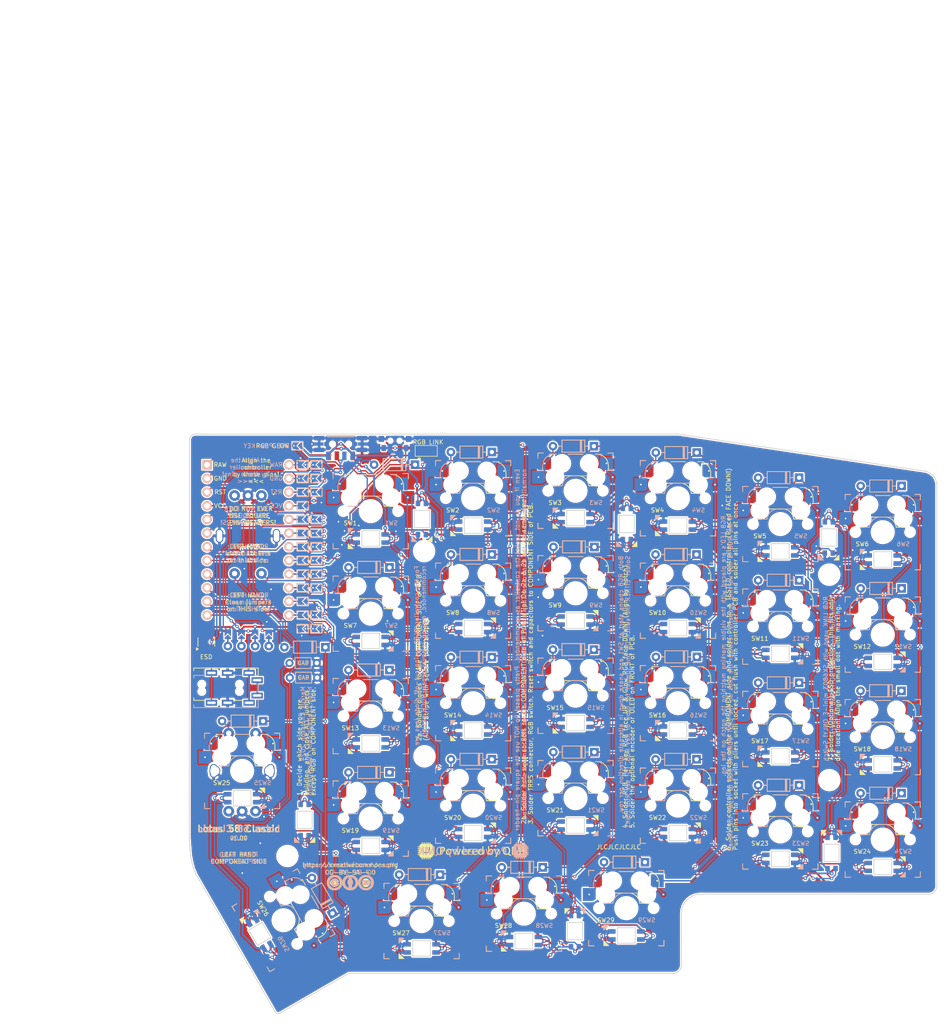
<source format=kicad_pcb>
(kicad_pcb (version 20240108) (generator "pcbnew") (generator_version "8.0")
  (title_block (title "Lotus 58 Classic") (date "2024-05-15") (rev "v1.0.0") (company "Markus Knutsson <markus.knutsson@tweety.se>") (comment 1 "https://github.com/TweetyDaBird") (comment 2 "Licensed under Creative Commons BY-SA 4.0 International"))
  (layers (0 "F.Cu" signal) (31 "B.Cu" signal) (34 "B.Paste" user) (35 "F.Paste" user) (36 "B.SilkS" user "B.Silkscreen") (37 "F.SilkS" user "F.Silkscreen") (38 "B.Mask" user) (39 "F.Mask" user) (44 "Edge.Cuts" user))
  (net 0 "")
  (net 1 "Net-(D1-A)")
  (net 2 "row4")
  (net 3 "Net-(D2-A)")
  (net 4 "Net-(D3-A)")
  (net 5 "row0")
  (net 6 "Net-(D4-A)")
  (net 7 "row1")
  (net 8 "Net-(D5-A)")
  (net 9 "row2")
  (net 10 "Net-(D6-A)")
  (net 11 "row3")
  (net 12 "Net-(D7-A)")
  (net 13 "Net-(D8-A)")
  (net 14 "Net-(D9-A)")
  (net 15 "Net-(D10-A)")
  (net 16 "Net-(D11-A)")
  (net 17 "Net-(D12-A)")
  (net 18 "Net-(D13-A)")
  (net 19 "Net-(D14-A)")
  (net 20 "Net-(D15-A)")
  (net 21 "Net-(D16-A)")
  (net 22 "Net-(D17-A)")
  (net 23 "Net-(D18-A)")
  (net 24 "Net-(D19-A)")
  (net 25 "Net-(D20-A)")
  (net 26 "Net-(D21-A)")
  (net 27 "Net-(D22-A)")
  (net 28 "Net-(D23-A)")
  (net 29 "Net-(D24-A)")
  (net 30 "Net-(D26-A)")
  (net 31 "Net-(D27-A)")
  (net 32 "Net-(D28-A)")
  (net 33 "VCC")
  (net 34 "GND")
  (net 35 "col0")
  (net 36 "col1")
  (net 37 "col2")
  (net 38 "col3")
  (net 39 "col4")
  (net 40 "col5")
  (net 41 "SDA")
  (net 42 "LED")
  (net 43 "SCL")
  (net 44 "RESET")
  (net 45 "Net-(D29-A)")
  (net 46 "DATA")
  (net 47 "Net-(D30-A)")
  (net 48 "Hand")
  (net 49 "Alt")
  (net 50 "Net-(LED1-DOUT)")
  (net 51 "Net-(LED2-DOUT)")
  (net 52 "Net-(LED3-DOUT)")
  (net 53 "Net-(LED4-DOUT)")
  (net 54 "Net-(LED5-DOUT)")
  (net 55 "Net-(LED13-DIN)")
  (net 56 "unconnected-(LED35-DOUT-Pad2)")
  (net 57 "Net-(LED10-DOUT)")
  (net 58 "Net-(LED10-DIN)")
  (net 59 "Net-(LED13-DOUT)")
  (net 60 "Net-(LED19-DOUT)")
  (net 61 "/PWR_KEY")
  (net 62 "/PWR_GLOW")
  (net 63 "Net-(LED25-DOUT)")
  (net 64 "Net-(LED31-DOUT)")
  (net 65 "Net-(LED32-DOUT)")
  (net 66 "Net-(LED33-DOUT)")
  (net 67 "Net-(LED34-DOUT)")
  (net 69 "Net-(LED12-DIN)")
  (net 70 "Net-(LED7-DIN)")
  (net 71 "Net-(LED8-DIN)")
  (net 72 "Net-(LED11-DIN)")
  (net 73 "Net-(LED14-DOUT)")
  (net 74 "Net-(LED15-DOUT)")
  (net 75 "Net-(LED16-DOUT)")
  (net 76 "Net-(LED17-DOUT)")
  (net 77 "Net-(LED18-DOUT)")
  (net 78 "Net-(LED19-DIN)")
  (net 79 "Net-(LED20-DIN)")
  (net 80 "Net-(LED21-DIN)")
  (net 81 "Net-(LED22-DIN)")
  (net 82 "Net-(LED23-DIN)")
  (net 83 "Net-(LED26-DOUT)")
  (net 84 "Net-(LED27-DOUT)")
  (net 85 "Net-(LED28-DOUT)")
  (net 86 "A")
  (net 87 "B")
  (net 90 "unconnected-(J1-PadS)")
  (net 92 "3")
  (net 93 "7")
  (net 94 "23")
  (net 95 "12")
  (net 96 "4")
  (net 97 "18")
  (net 98 "14")
  (net 99 "2")
  (net 100 "15")
  (net 101 "11")
  (net 102 "9")
  (net 103 "22")
  (net 104 "8")
  (net 105 "5")
  (net 106 "19")
  (net 107 "20")
  (net 108 "10")
  (net 109 "16")
  (net 110 "6")
  (net 111 "1")
  (net 112 "13")
  (net 113 "24")
  (net 114 "17")
  (net 115 "21")
  (net 116 "Net-(LED30-DOUT)")
  (net 137 "Net-(JP53-B)")
  (net 138 "Net-(JP53-C)")
  (footprint "Keyboard Common:Spacer PCB hole" (layer "F.Cu") (at 124.32538 57.40908)
    (property "Reference" "TH1" (hide yes))
    (property "Value" "HOLE" (hide yes))
  )
  (footprint "Keyboard Common:Spacer PCB hole" (layer "F.Cu") (at 199.7 61.8)
    (property "Reference" "TH2" (hide yes))
    (property "Value" "HOLE" (hide yes))
  )
  (footprint "Keyboard Common:Spacer PCB hole" (layer "F.Cu") (at 124.3965 95.5675)
    (property "Reference" "TH3" (hide yes))
    (property "Value" "HOLE" (hide yes))
  )
  (footprint "Keyboard Common:Spacer PCB hole" (layer "F.Cu") (at 199.7 100)
    (property "Reference" "TH4" (hide yes))
    (property "Value" "HOLE" (hide yes))
  )
  (footprint "Keyboard Common:Spacer PCB hole" (layer "F.Cu") (at 98.8949 114.1095 90)
    (property "Reference" "TH5" (hide yes))
    (property "Value" "HOLE" (hide yes))
  )
  (footprint "Keyboard Switches:SW_MX_HotSwap_Reversible" (layer "F.Cu") (at 133.45 47.6)
    (property "Reference" "SW2" (hide yes))
    (property "Value" "Kailh hotswap MX socket" (hide yes))
  )
  (footprint "Keyboard Switches:SW_MX_HotSwap_Reversible" (layer "F.Cu") (at 152.5 46.21)
    (property "Reference" "SW3" (hide yes))
    (property "Value" "Kailh hotswap MX socket" (hide yes))
  )
  (footprint "Keyboard Switches:SW_MX_HotSwap_Reversible" (layer "F.Cu") (at 171.55 47.6)
    (property "Reference" "SW4" (hide yes))
    (property "Value" "Kailh hotswap MX socket" (hide yes))
  )
  (footprint "Keyboard Switches:SW_MX_HotSwap_Reversible" (layer "F.Cu") (at 209.65 53.9)
    (property "Reference" "SW6" (hide yes))
    (property "Value" "Kailh hotswap MX socket" (hide yes))
  )
  (footprint "Keyboard Switches:SW_MX_HotSwap_Reversible" (layer "F.Cu") (at 114.4 69.05)
    (property "Reference" "SW7" (hide yes))
    (property "Value" "Kailh hotswap MX socket" (hide yes))
  )
  (footprint "Keyboard Switches:SW_MX_HotSwap_Reversible" (layer "F.Cu") (at 152.5 65.26)
    (property "Reference" "SW9" (hide yes))
    (property "Value" "Kailh hotswap MX socket" (hide yes))
  )
  (footprint "Keyboard Switches:SW_MX_HotSwap_Reversible" (layer "F.Cu") (at 171.55 66.65)
    (property "Reference" "SW10" (hide yes))
    (property "Value" "Kailh hotswap MX socket" (hide yes))
  )
  (footprint "Keyboard Switches:SW_MX_HotSwap_Reversible" (layer "F.Cu") (at 190.6 71.45)
    (property "Reference" "SW11" (hide yes))
    (property "Value" "Kailh hotswap MX socket" (hide yes))
  )
  (footprint "Keyboard Switches:SW_MX_HotSwap_Reversible" (layer "F.Cu") (at 209.65 72.95)
    (property "Reference" "SW12" (hide yes))
    (property "Value" "Kailh hotswap MX socket" (hide yes))
  )
  (footprint "Keyboard Switches:SW_MX_HotSwap_Reversible" (layer "F.Cu") (at 114.4 88.1)
    (property "Reference" "SW13" (hide yes))
    (property "Value" "Kailh hotswap MX socket" (hide yes))
  )
  (footprint "Keyboard Switches:SW_MX_HotSwap_Reversible" (layer "F.Cu") (at 133.45 85.7)
    (property "Reference" "SW14" (hide yes))
    (property "Value" "Kailh hotswap MX socket" (hide yes))
  )
  (footprint "Keyboard Switches:SW_MX_HotSwap_Reversible" (layer "F.Cu") (at 152.5 84.31)
    (property "Reference" "SW15" (hide yes))
    (property "Value" "Kailh hotswap MX socket" (hide yes))
  )
  (footprint "Keyboard Switches:SW_MX_HotSwap_Reversible" (layer "F.Cu") (at 190.6 90.5)
    (property "Reference" "SW17" (hide yes))
    (property "Value" "Kailh hotswap MX socket" (hide yes))
  )
  (footprint "Keyboard Switches:SW_MX_HotSwap_Reversible" (layer "F.Cu") (at 209.65 92)
    (property "Reference" "SW18" (hide yes))
    (property "Value" "Kailh hotswap MX socket" (hide yes))
  )
  (footprint "Keyboard Switches:SW_MX_HotSwap_Reversible" (layer "F.Cu") (at 114.4 107.15)
    (property "Reference" "SW19" (hide yes))
    (property "Value" "Kailh hotswap MX socket" (hide yes))
  )
  (footprint "Keyboard Switches:SW_MX_HotSwap_Reversible" (layer "F.Cu") (at 133.45 104.75)
    (property "Reference" "SW20" (hide yes))
    (property "Value" "Kailh hotswap MX socket" (hide yes))
  )
  (footprint "Keyboard Switches:SW_MX_HotSwap_Reversible" (layer "F.Cu") (at 152.5 103.36)
    (property "Reference" "SW21" (hide yes))
    (property "Value" "Kailh hotswap MX socket" (hide yes))
  )
  (footprint "Keyboard Switches:SW_MX_HotSwap_Reversible" (layer "F.Cu") (at 171.55 104.75)
    (property "Reference" "SW22" (hide yes))
    (property "Value" "Kailh hotswap MX socket" (hide yes))
  )
  (footprint "Keyboard Switches:SW_MX_HotSwap_Reversible" (layer "F.Cu") (at 190.6 109.55)
    (property "Reference" "SW23" (hide yes))
    (property "Value" "Kailh hotswap MX socket" (hide yes))
  )
  (footprint "Keyboard Switches:SW_MX_HotSwap_Reversible" (layer "F.Cu") (at 123.85 126.2)
    (property "Reference" "SW27" (hide yes))
    (property "Value" "Kailh hotswap MX socket" (hide yes))
  )
  (footprint "Keyboard Switches:SW_MX_HotSwap_Reversible" (layer "F.Cu") (at 142.8977 124.8283)
    (property "Reference" "SW28" (hide yes))
    (property "Value" "Kailh hotswap MX socket" (hide yes))
  )
  (footprint "Keyboard Switches:SW_MX_HotSwap_Reversible" (layer "F.Cu") (at 161.95 123.8)
    (property "Reference" "SW29" (hide yes))
    (property "Value" "Kailh hotswap MX socket" (hide yes))
  )
  (footprint "Keyboard Switches:SW_MX_HotSwap_Reversible" (layer "F.Cu") (at 114.4 50)
    (property "Reference" "SW1" (hide yes))
    (property "Value" "Kailh hotswap MX socket" (hide yes))
  )
  (footprint "Keyboard Switches:SW_MX_HotSwap_Reversible_FOR encoder" (layer "F.Cu") (at 90.4748 98.2853)
    (property "Reference" "SW25" (hide yes))
    (property "Value" "Kailh hotswap MX socket" (hide yes))
  )
  (footprint "Keyboard Switches:SW_MX_HotSwap_Reversible" (layer "F.Cu") (at 209.65 111.05)
    (property "Reference" "SW24" (hide yes))
    (property "Value" "Kailh hotswap MX socket" (hide yes))
  )
  (footprint "Keyboard Switches:SW_MX_HotSwap_Reversible" (layer "F.Cu") (at 98.171 126.0475 -60)
    (property "Reference" "SW26" (hide yes))
    (property "Value" "Kailh hotswap MX socket" (hide yes))
  )
  (footprint "Keyboard Switches:SW_MX_HotSwap_Reversible" (layer "F.Cu") (at 171.55 85.7)
    (property "Reference" "SW16" (hide yes))
    (property "Value" "Kailh hotswap MX socket" (hide yes))
  )
  (footprint "Keyboard Common:SSD1306-0.91-OLED-4pin-128x32 doublesided" (layer "F.Cu") (at 91.62 56.59 -90)
    (property "Reference" "P1" (hide yes))
    (property "Value" "OLED")
  )
  (footprint "Keyboard RGB:MX_SK6812MINI-E_REVERSIBLE_special_v2" (layer "F.Cu") (at 200.125 113.522 90)
    (property "Reference" "LED33" (hide yes))
    (property "Value" "SK6812MINI-E" (hide yes))
    (fp_line (start 1.61 -1.41) (end 1.61 1.41) (stroke (width 0.15)) (layer "Edge.Cuts"))
    (fp_line (start -1.61 -1.41) (end 1.61 -1.41) (stroke (width 0.15)) (layer "Edge.Cuts"))
    (fp_line (start 1.61 1.41) (end -1.61 1.41) (stroke (width 0.15)) (layer "Edge.Cuts"))
    (fp_line (start -1.61 1.41) (end -1.61 -1.41) (stroke (width 0.15)) (layer "Edge.Cuts"))
  )
  (footprint "Keyboard RGB:MX_SK6812MINI-E_REVERSIBLE_special_v2" (layer "F.Cu") (at 152.4 128.0795 90)
    (property "Reference" "LED34" (hide yes))
    (property "Value" "SK6812MINI-E" (hide yes))
    (fp_line (start 1.61 -1.41) (end 1.61 1.41) (stroke (width 0.15)) (layer "Edge.Cuts"))
    (fp_line (start -1.61 -1.41) (end 1.61 -1.41) (stroke (width 0.15)) (layer "Edge.Cuts"))
    (fp_line (start 1.61 1.41) (end -1.61 1.41) (stroke (width 0.15)) (layer "Edge.Cuts"))
    (fp_line (start -1.61 1.41) (end -1.61 -1.41) (stroke (width 0.15)) (layer "Edge.Cuts"))
  )
  (footprint "Keyboard RGB:MX_SK6812MINI-E_REVERSIBLE_special_v2" (layer "F.Cu") (at 102.108 107.3945 -90)
    (property "Reference" "LED35" (hide yes))
    (property "Value" "SK6812MINI-E" (hide yes))
    (fp_line (start -1.61 1.41) (end -1.61 -1.41) (stroke (width 0.15)) (layer "Edge.Cuts"))
    (fp_line (start 1.61 1.41) (end -1.61 1.41) (stroke (width 0.15)) (layer "Edge.Cuts"))
    (fp_line (start -1.61 -1.41) (end 1.61 -1.41) (stroke (width 0.15)) (layer "Edge.Cuts"))
    (fp_line (start 1.61 -1.41) (end 1.61 1.41) (stroke (width 0.15)) (layer "Edge.Cuts"))
  )
  (footprint "Keyboard RGB:MX_SK6812MINI-E_REVERSIBLE_special_v2" (layer "F.Cu") (at 199.622 54.896 -90)
    (property "Reference" "LED32" (hide yes))
    (property "Value" "SK6812MINI-E" (hide yes))
    (fp_line (start -1.61 1.41) (end -1.61 -1.41) (stroke (width 0.15)) (layer "Edge.Cuts"))
    (fp_line (start 1.61 1.41) (end -1.61 1.41) (stroke (width 0.15)) (layer "Edge.Cuts"))
    (fp_line (start -1.61 -1.41) (end 1.61 -1.41) (stroke (width 0.15)) (layer "Edge.Cuts"))
    (fp_line (start 1.61 -1.41) (end 1.61 1.41) (stroke (width 0.15)) (layer "Edge.Cuts"))
  )
  (footprint "Keyboard RGB:MX_SK6812MINI-E_REVERSIBLE_special_v2" (layer "F.Cu") (at 123.9235 51.451 -90)
    (property "Reference" "LED30" (hide yes))
    (property "Value" "SK6812MINI-E" (hide yes))
    (fp_line (start -1.61 1.41) (end -1.61 -1.41) (stroke (width 0.15)) (layer "Edge.Cuts"))
    (fp_line (start 1.61 1.41) (end -1.61 1.41) (stroke (width 0.15)) (layer "Edge.Cuts"))
    (fp_line (start -1.61 -1.41) (end 1.61 -1.41) (stroke (width 0.15)) (layer "Edge.Cuts"))
    (fp_line (start 1.61 -1.41) (end 1.61 1.41) (stroke (width 0.15)) (layer "Edge.Cuts"))
  )
  (footprint "Keyboard Encoders:Encoder_Alps_EC11E_Small" (layer "F.Cu") (at 91.567 54.594 -90)
    (property "Reference" "SW30" (hide yes))
    (property "Value" "Rotary_Encoder_Switch" (hide yes))
  )
  (footprint "Keyboard Controllers:ArduinoProMicro-BackSide" (layer "F.Cu") (at 91.567 55.35 -90)
    (property "Reference" "U1" (hide yes))
    (property "Value" "ProMicro" (hide yes))
  )
  (footprint "Keyboard Switches:SW_MX_HotSwap_Reversible" (layer "F.Cu") (at 190.6 52.4)
    (property "Reference" "SW5" (hide yes))
    (property "Value" "Kailh hotswap MX socket" (hide yes))
  )
  (footprint "Keyboard Encoders:Encoder_Alps_EC11E_Small" (layer "F.Cu") (at 90.4748 98.2853 90)
    (property "Reference" "SW31" (hide yes))
    (property "Value" "Rotary_Encoder_Switch" (hide yes))
  )
  (footprint "Keyboard RGB:MX_SK6812MINI-E_REVERSIBLE_special_v2" (layer "F.Cu") (at 162.0285 52.3875 -90)
    (property "Reference" "LED31" (hide yes))
    (property "Value" "SK6812MINI-E" (hide yes))
    (fp_line (start -1.61 1.41) (end -1.61 -1.41) (stroke (width 0.15)) (layer "Edge.Cuts"))
    (fp_line (start 1.61 1.41) (end -1.61 1.41) (stroke (width 0.15)) (layer "Edge.Cuts"))
    (fp_line (start -1.61 -1.41) (end 1.61 -1.41) (stroke (width 0.15)) (layer "Edge.Cuts"))
    (fp_line (start 1.61 -1.41) (end 1.61 1.41) (stroke (width 0.15)) (layer "Edge.Cuts"))
  )
  (footprint "Keyboard Switches:SW_MX_HotSwap_Reversible" (layer "F.Cu") (at 133.45 66.65)
    (property "Reference" "SW8" (hide yes))
    (property "Value" "Kailh hotswap MX socket" (hide yes))
  )
  (footprint "Keyboard RGB:MX_SK6812MINI-E_REVERSIBLE" (layer "F.Cu") (at 114.4 55.08 180)
    (property "Reference" "LED1" (hide yes))
    (property "Value" "SK6812MINI-E" (hide yes))
    (fp_line (start 1.65 1.45) (end -1.65 1.45) (stroke (width 0.15)) (layer "Edge.Cuts"))
    (fp_line (start 1.65 -1.45) (end 1.65 1.45) (stroke (width 0.15)) (layer "Edge.Cuts"))
    (fp_line (start -1.65 1.45) (end -1.65 -1.45) (stroke (width 0.15)) (layer "Edge.Cuts"))
    (fp_line (start -1.65 -1.45) (end 1.65 -1.45) (stroke (width 0.15)) (layer "Edge.Cuts"))
  )
  (footprint "Keyboard RGB:MX_SK6812MINI-E_REVERSIBLE" (layer "F.Cu") (at 133.45 52.68 180)
    (property "Reference" "LED2" (hide yes))
    (property "Value" "SK6812MINI-E" (hide yes))
    (fp_line (start 1.65 1.45) (end -1.65 1.45) (stroke (width 0.15)) (layer "Edge.Cuts"))
    (fp_line (start 1.65 -1.45) (end 1.65 1.45) (stroke (width 0.15)) (layer "Edge.Cuts"))
    (fp_line (start -1.65 1.45) (end -1.65 -1.45) (stroke (width 0.15)) (layer "Edge.Cuts"))
    (fp_line (start -1.65 -1.45) (end 1.65 -1.45) (stroke (width 0.15)) (layer "Edge.Cuts"))
  )
  (footprint "Keyboard RGB:MX_SK6812MINI-E_REVERSIBLE" (layer "F.Cu") (at 152.5 51.29 180)
    (property "Reference" "LED3" (hide yes))
    (property "Value" "SK6812MINI-E" (hide yes))
    (fp_line (start 1.65 1.45) (end -1.65 1.45) (stroke (width 0.15)) (layer "Edge.Cuts"))
    (fp_line (start 1.65 -1.45) (end 1.65 1.45) (stroke (width 0.15)) (layer "Edge.Cuts"))
    (fp_line (start -1.65 1.45) (end -1.65 -1.45) (stroke (width 0.15)) (layer "Edge.Cuts"))
    (fp_line (start -1.65 -1.45) (end 1.65 -1.45) (stroke (width 0.15)) (layer "Edge.Cuts"))
  )
  (footprint "Keyboard RGB:MX_SK6812MINI-E_REVERSIBLE" (layer "F.Cu") (at 171.55 52.68 180)
    (property "Reference" "LED4" (hide yes))
    (property "Value" "SK6812MINI-E" (hide yes))
    (fp_line (start 1.65 1.45) (end -1.65 1.45) (stroke (width 0.15)) (layer "Edge.Cuts"))
    (fp_line (start 1.65 -1.45) (end 1.65 1.45) (stroke (width 0.15)) (layer "Edge.Cuts"))
    (fp_line (start -1.65 1.45) (end -1.65 -1.45) (stroke (width 0.15)) (layer "Edge.Cuts"))
    (fp_line (start -1.65 -1.45) (end 1.65 -1.45) (stroke (width 0.15)) (layer "Edge.Cuts"))
  )
  (footprint "Keyboard RGB:MX_SK6812MINI-E_REVERSIBLE" (layer "F.Cu") (at 190.6 57.48 180)
    (property "Reference" "LED5" (hide yes))
    (property "Value" "SK6812MINI-E" (hide yes))
    (fp_line (start 1.65 1.45) (end -1.65 1.45) (stroke (width 0.15)) (layer "Edge.Cuts"))
    (fp_line (start 1.65 -1.45) (end 1.65 1.45) (stroke (width 0.15)) (layer "Edge.Cuts"))
    (fp_line (start -1.65 1.45) (end -1.65 -1.45) (stroke (width 0.15)) (layer "Edge.Cuts"))
    (fp_line (start -1.65 -1.45) (end 1.65 -1.45) (stroke (width 0.15)) (layer "Edge.Cuts"))
  )
  (footprint "Keyboard RGB:MX_SK6812MINI-E_REVERSIBLE" (layer "F.Cu") (at 209.65 58.98 180)
    (property "Reference" "LED6" (hide yes))
    (property "Value" "SK6812MINI-E" (hide yes))
    (fp_line (start 1.65 1.45) (end -1.65 1.45) (stroke (width 0.15)) (layer "Edge.Cuts"))
    (fp_line (start 1.65 -1.45) (end 1.65 1.45) (stroke (width 0.15)) (layer "Edge.Cuts"))
    (fp_line (start -1.65 1.45) (end -1.65 -1.45) (stroke (width 0.15)) (layer "Edge.Cuts"))
    (fp_line (start -1.65 -1.45) (end 1.65 -1.45) (stroke (width 0.15)) (layer "Edge.Cuts"))
  )
  (footprint "Keyboard RGB:MX_SK6812MINI-E_REVERSIBLE" (layer "F.Cu") (at 114.4 74.13)
    (property "Reference" "LED7" (hide yes))
    (property "Value" "SK6812MINI-E" (hide yes))
    (fp_line (start -1.65 -1.45) (end 1.65 -1.45) (stroke (width 0.15)) (layer "Edge.Cuts"))
    (fp_line (start -1.65 1.45) (end -1.65 -1.45) (stroke (width 0.15)) (layer "Edge.Cuts"))
    (fp_line (start 1.65 -1.45) (end 1.65 1.45) (stroke (width 0.15)) (layer "Edge.Cuts"))
    (fp_line (start 1.65 1.45) (end -1.65 1.45) (stroke (width 0.15)) (layer "Edge.Cuts"))
  )
  (footprint "Keyboard RGB:MX_SK6812MINI-E_REVERSIBLE" (layer "F.Cu") (at 133.45 71.73)
    (property "Reference" "LED8" (hide yes))
    (property "Value" "SK6812MINI-E" (hide yes))
    (fp_line (start -1.65 -1.45) (end 1.65 -1.45) (stroke (width 0.15)) (layer "Edge.Cuts"))
    (fp_line (start -1.65 1.45) (end -1.65 -1.45) (stroke (width 0.15)) (layer "Edge.Cuts"))
    (fp_line (start 1.65 -1.45) (end 1.65 1.45) (stroke (width 0.15)) (layer "Edge.Cuts"))
    (fp_line (start 1.65 1.45) (end -1.65 1.45) (stroke (width 0.15)) (layer "Edge.Cuts"))
  )
  (footprint "Keyboard RGB:MX_SK6812MINI-E_REVERSIBLE" (layer "F.Cu") (at 152.5 70.34)
    (property "Reference" "LED9" (hide yes))
    (property "Value" "SK6812MINI-E" (hide yes))
    (fp_line (start -1.65 -1.45) (end 1.65 -1.45) (stroke (width 0.15)) (layer "Edge.Cuts"))
    (fp_line (start -1.65 1.45) (end -1.65 -1.45) (stroke (width 0.15)) (layer "Edge.Cuts"))
    (fp_line (start 1.65 -1.45) (end 1.65 1.45) (stroke (width 0.15)) (layer "Edge.Cuts"))
    (fp_line (start 1.65 1.45) (end -1.65 1.45) (stroke (width 0.15)) (layer "Edge.Cuts"))
  )
  (footprint "Keyboard RGB:MX_SK6812MINI-E_REVERSIBLE" (layer "F.Cu") (at 171.55 71.73)
    (property "Reference" "LED10" (hide yes))
    (property "Value" "SK6812MINI-E" (hide yes))
    (fp_line (start -1.65 -1.45) (end 1.65 -1.45) (stroke (width 0.15)) (layer "Edge.Cuts"))
    (fp_line (start -1.65 1.45) (end -1.65 -1.45) (stroke (width 0.15)) (layer "Edge.Cuts"))
    (fp_line (start 1.65 -1.45) (end 1.65 1.45) (stroke (width 0.15)) (layer "Edge.Cuts"))
    (fp_line (start 1.65 1.45) (end -1.65 1.45) (stroke (width 0.15)) (layer "Edge.Cuts"))
  )
  (footprint "Keyboard RGB:MX_SK6812MINI-E_REVERSIBLE" (layer "F.Cu") (at 190.6 76.53)
    (property "Reference" "LED11" (hide yes))
    (property "Value" "SK6812MINI-E" (hide yes))
    (fp_line (start -1.65 -1.45) (end 1.65 -1.45) (stroke (width 0.15)) (layer "Edge.Cuts"))
    (fp_line (start -1.65 1.45) (end -1.65 -1.45) (stroke (width 0.15)) (layer "Edge.Cuts"))
    (fp_line (start 1.65 -1.45) (end 1.65 1.45) (stroke (width 0.15)) (layer "Edge.Cuts"))
    (fp_line (start 1.65 1.45) (end -1.65 1.45) (stroke (width 0.15)) (layer "Edge.Cuts"))
  )
  (footprint "Keyboard RGB:MX_SK6812MINI-E_REVERSIBLE" (layer "F.Cu") (at 209.65 78.03)
    (property "Reference" "LED12" (hide yes))
    (property "Value" "SK6812MINI-E" (hide yes))
    (fp_line (start -1.65 -1.45) (end 1.65 -1.45) (stroke (width 0.15)) (layer "Edge.Cuts"))
    (fp_line (start -1.65 1.45) (end -1.65 -1.45) (stroke (width 0.15)) (layer "Edge.Cuts"))
    (fp_line (start 1.65 -1.45) (end 1.65 1.45) (stroke (width 0.15)) (layer "Edge.Cuts"))
    (fp_line (start 1.65 1.45) (end -1.65 1.45) (stroke (width 0.15)) (layer "Edge.Cuts"))
  )
  (footprint "Keyboard RGB:MX_SK6812MINI-E_REVERSIBLE" (layer "F.Cu") (at 114.4 93.18 180)
    (property "Reference" "LED13" (hide yes))
    (property "Value" "SK6812MINI-E" (hide yes))
    (fp_line (start 1.65 1.45) (end -1.65 1.45) (stroke (width 0.15)) (layer "Edge.Cuts"))
    (fp_line (start 1.65 -1.45) (end 1.65 1.45) (stroke (width 0.15)) (layer "Edge.Cuts"))
    (fp_line (start -1.65 1.45) (end -1.65 -1.45) (stroke (width 0.15)) (layer "Edge.Cuts"))
    (fp_line (start -1.65 -1.45) (end 1.65 -1.45) (stroke (width 0.15)) (layer "Edge.Cuts"))
  )
  (footprint "Keyboard RGB:MX_SK6812MINI-E_REVERSIBLE" (layer "F.Cu") (at 133.45 90.78 180)
    (property "Reference" "LED14" (hide yes))
    (property "Value" "SK6812MINI-E" (hide yes))
    (fp_line (start 1.65 1.45) (end -1.65 1.45) (stroke (width 0.15)) (layer "Edge.Cuts"))
    (fp_line (start 1.65 -1.45) (end 1.65 1.45) (stroke (width 0.15)) (layer "Edge.Cuts"))
    (fp_line (start -1.65 1.45) (end -1.65 -1.45) (stroke (width 0.15)) (layer "Edge.Cuts"))
    (fp_line (start -1.65 -1.45) (end 1.65 -1.45) (stroke (width 0.15)) (layer "Edge.Cuts"))
  )
  (footprint "Keyboard RGB:MX_SK6812MINI-E_REVERSIBLE" (layer "F.Cu") (at 152.5 89.39 180)
    (property "Reference" "LED15" (hide yes))
    (property "Value" "SK6812MINI-E" (hide yes))
    (fp_line (start 1.65 1.45) (end -1.65 1.45) (stroke (width 0.15)) (layer "Edge.Cuts"))
    (fp_line (start 1.65 -1.45) (end 1.65 1.45) (stroke (width 0.15)) (layer "Edge.Cuts"))
    (fp_line (start -1.65 1.45) (end -1.65 -1.45) (stroke (width 0.15)) (layer "Edge.Cuts"))
    (fp_line (start -1.65 -1.45) (end 1.65 -1.45) (stroke (width 0.15)) (layer "Edge.Cuts"))
  )
  (footprint "Keyboard RGB:MX_SK6812MINI-E_REVERSIBLE" (layer "F.Cu") (at 171.55 90.78 180)
    (property "Reference" "LED16" (hide yes))
    (property "Value" "SK6812MINI-E" (hide yes))
    (fp_line (start 1.65 1.45) (end -1.65 1.45) (stroke (width 0.15)) (layer "Edge.Cuts"))
    (fp_line (start 1.65 -1.45) (end 1.65 1.45) (stroke (width 0.15)) (layer "Edge.Cuts"))
    (fp_line (start -1.65 1.45) (end -1.65 -1.45) (stroke (width 0.15)) (layer "Edge.Cuts"))
    (fp_line (start -1.65 -1.45) (end 1.65 -1.45) (stroke (width 0.15)) (layer "Edge.Cuts"))
  )
  (footprint "Keyboard RGB:MX_SK6812MINI-E_REVERSIBLE" (layer "F.Cu") (at 190.6 95.58 180)
    (property "Reference" "LED17" (hide yes))
    (property "Value" "SK6812MINI-E" (hide yes))
    (fp_line (start 1.65 1.45) (end -1.65 1.45) (stroke (width 0.15)) (layer "Edge.Cuts"))
    (fp_line (start 1.65 -1.45) (end 1.65 1.45) (stroke (width 0.15)) (layer "Edge.Cuts"))
    (fp_line (start -1.65 1.45) (end -1.65 -1.45) (stroke (width 0.15)) (layer "Edge.Cuts"))
    (fp_line (start -1.65 -1.45) (end 1.65 -1.45) (stroke (width 0.15)) (layer "Edge.Cuts"))
  )
  (footprint "Keyboard RGB:MX_SK6812MINI-E_REVERSIBLE" (layer "F.Cu") (at 209.65 97.08 180)
    (property "Reference" "LED18" (hide yes))
    (property "Value" "SK6812MINI-E" (hide yes))
    (fp_line (start 1.65 1.45) (end -1.65 1.45) (stroke (width 0.15)) (layer "Edge.Cuts"))
    (fp_line (start 1.65 -1.45) (end 1.65 1.45) (stroke (width 0.15)) (layer "Edge.Cuts"))
    (fp_line (start -1.65 1.45) (end -1.65 -1.45) (stroke (width 0.15)) (layer "Edge.Cuts"))
    (fp_line (start -1.65 -1.45) (end 1.65 -1.45) (stroke (width 0.15)) (layer "Edge.Cuts"))
  )
  (footprint "Keyboard RGB:MX_SK6812MINI-E_REVERSIBLE" (layer "F.Cu") (at 114.4 112.23)
    (property "Reference" "LED19" (hide yes))
    (property "Value" "SK6812MINI-E" (hide yes))
    (fp_line (start -1.65 -1.45) (end 1.65 -1.45) (stroke (width 0.15)) (layer "Edge.Cuts"))
    (fp_line (start -1.65 1.45) (end -1.65 -1.45) (stroke (width 0.15)) (layer "Edge.Cuts"))
    (fp_line (start 1.65 -1.45) (end 1.65 1.45) (stroke (width 0.15)) (layer "Edge.Cuts"))
    (fp_line (start 1.65 1.45) (end -1.65 1.45) (stroke (width 0.15)) (layer "Edge.Cuts"))
  )
  (footprint "Keyboard RGB:MX_SK6812MINI-E_REVERSIBLE" (layer "F.Cu") (at 133.45 109.83)
    (property "Reference" "LED20" (hide yes))
    (property "Value" "SK6812MINI-E" (hide yes))
    (fp_line (start -1.65 -1.45) (end 1.65 -1.45) (stroke (width 0.15)) (layer "Edge.Cuts"))
    (fp_line (start -1.65 1.45) (end -1.65 -1.45) (stroke (width 0.15)) (layer "Edge.Cuts"))
    (fp_line (start 1.65 -1.45) (end 1.65 1.45) (stroke (width 0.15)) (layer "Edge.Cuts"))
    (fp_line (start 1.65 1.45) (end -1.65 1.45) (stroke (width 0.15)) (layer "Edge.Cuts"))
  )
  (footprint "Keyboard RGB:MX_SK6812MINI-E_REVERSIBLE" (layer "F.Cu") (at 152.5 108.44)
    (property "Reference" "LED21" (hide yes))
    (property "Value" "SK6812MINI-E" (hide yes))
    (fp_line (start -1.65 -1.45) (end 1.65 -1.45) (stroke (width 0.15)) (layer "Edge.Cuts"))
    (fp_line (start -1.65 1.45) (end -1.65 -1.45) (stroke (width 0.15)) (layer "Edge.Cuts"))
    (fp_line (start 1.65 -1.45) (end 1.65 1.45) (stroke (width 0.15)) (layer "Edge.Cuts"))
    (fp_line (start 1.65 1.45) (end -1.65 1.45) (stroke (width 0.15)) (layer "Edge.Cuts"))
  )
  (footprint "Keyboard RGB:MX_SK6812MINI-E_REVERSIBLE" (layer "F.Cu") (at 171.55 109.83)
    (property "Reference" "LED22" (hide yes))
    (property "Value" "SK6812MINI-E" (hide yes))
    (fp_line (start -1.65 -1.45) (end 1.65 -1.45) (stroke (width 0.15)) (layer "Edge.Cuts"))
    (fp_line (start -1.65 1.45) (end -1.65 -1.45) (stroke (width 0.15)) (layer "Edge.Cuts"))
    (fp_line (start 1.65 -1.45) (end 1.65 1.45) (stroke (width 0.15)) (layer "Edge.Cuts"))
    (fp_line (start 1.65 1.45) (end -1.65 1.45) (stroke (width 0.15)) (layer "Edge.Cuts"))
  )
  (footprint "Keyboard RGB:MX_SK6812MINI-E_REVERSIBLE" (layer "F.Cu") (at 190.6 114.63)
    (property "Reference" "LED23" (hide yes))
    (property "Value" "SK6812MINI-E" (hide yes))
    (fp_line (start -1.65 -1.45) (end 1.65 -1.45) (stroke (width 0.15)) (layer "Edge.Cuts"))
    (fp_line (start -1.65 1.45) (end -1.65 -1.45) (stroke (width 0.15)) (layer "Edge.Cuts"))
    (fp_line (start 1.65 -1.45) (end 1.65 1.45) (stroke (width 0.15)) (layer "Edge.Cuts"))
    (fp_line (start 1.65 1.45) (end -1.65 1.45) (stroke (width 0.15)) (layer "Edge.Cuts"))
  )
  (footprint "Keyboard RGB:MX_SK6812MINI-E_REVERSIBLE" (layer "F.Cu") (at 209.65 116.13)
    (property "Reference" "LED24" (hide yes))
    (property "Value" "SK6812MINI-E" (hide yes))
    (fp_line (start -1.65 -1.45) (end 1.65 -1.45) (stroke (width 0.15)) (layer "Edge.Cuts"))
    (fp_line (start -1.65 1.45) (end -1.65 -1.45) (stroke (width 0.15)) (layer "Edge.Cuts"))
    (fp_line (start 1.65 -1.45) (end 1.65 1.45) (stroke (width 0.15)) (layer "Edge.Cuts"))
    (fp_line (start 1.65 1.45) (end -1.65 1.45) (stroke (width 0.15)) (layer "Edge.Cuts"))
  )
  (footprint "Keyboard RGB:MX_SK6812MINI-E_REVERSIBLE" (layer "F.Cu") (at 90.4748 103.3653)
    (property "Reference" "LED25" (hide yes))
    (property "Value" "SK6812MINI-E" (hide yes))
    (fp_line (start -1.65 -1.45) (end 1.65 -1.45) (stroke (width 0.15)) (layer "Edge.Cuts"))
    (fp_line (start -1.65 1.45) (end -1.65 -1.45) (stroke (width 0.15)) (layer "Edge.Cuts"))
    (fp_line (start 1.65 -1.45) (end 1.65 1.45) (stroke (width 0.15)) (layer "Edge.Cuts"))
    (fp_line (start 1.65 1.45) (end -1.65 1.45) (stroke (width 0.15)) (layer "Edge.Cuts"))
  )
  (footprint "Keyboard RGB:MX_SK6812MINI-E_REVERSIBLE" (layer "F.Cu") (at 93.771591 128.587499 120)
    (property "Reference" "LED26" (hide yes))
    (property "Value" "SK6812MINI-E" (hide yes))
    (fp_line (start 1.65 -1.45) (end 1.65 1.45) (stroke (width 0.15)) (layer "Edge.Cuts"))
    (fp_line (start -1.65 -1.45) (end 1.65 -1.45) (stroke (width 0.15)) (layer "Edge.Cuts"))
    (fp_line (start 1.65 1.45) (end -1.65 1.45) (stroke (width 0.15)) (layer "Edge.Cuts"))
    (fp_line (start -1.65 1.45) (end -1.65 -1.45) (stroke (width 0.15)) (layer "Edge.Cuts"))
  )
  (footprint "Keyboard RGB:MX_SK6812MINI-E_REVERSIBLE" (layer "F.Cu") (at 123.85 131.28 180)
    (property "Reference" "LED27" (hide yes))
    (property "Value" "SK6812MINI-E" (hide yes))
    (fp_line (start 1.65 1.45) (end -1.65 1.45) (stroke (width 0.15)) (layer "Edge.Cuts"))
    (fp_line (start 1.65 -1.45) (end 1.65 1.45) (stroke (width 0.15)) (layer "Edge.Cuts"))
    (fp_line (start -1.65 1.45) (end -1.65 -1.45) (stroke (width 0.15)) (layer "Edge.Cuts"))
    (fp_line (start -1.65 -1.45) (end 1.65 -1.45) (stroke (width 0.15)) (layer "Edge.Cuts"))
  )
  (footprint "Keyboard RGB:MX_SK6812MINI-E_REVERSIBLE" (layer "F.Cu") (at 142.8977 129.9083 180)
    (property "Reference" "LED28" (hide yes))
    (property "Value" "SK6812MINI-E" (hide yes))
    (fp_line (start 1.65 1.45) (end -1.65 1.45) (stroke (width 0.15)) (layer "Edge.Cuts"))
    (fp_line (start 1.65 -1.45) (end 1.65 1.45) (stroke (width 0.15)) (layer "Edge.Cuts"))
    (fp_line (start -1.65 1.45) (end -1.65 -1.45) (stroke (width 0.15)) (layer "Edge.Cuts"))
    (fp_line (start -1.65 -1.45) (end 1.65 -1.45) (stroke (width 0.15)) (layer "Edge.Cuts"))
  )
  (footprint "Keyboard RGB:MX_SK6812MINI-E_REVERSIBLE" (layer "F.Cu") (at 161.95 128.88 180)
    (property "Reference" "LED29" (hide yes))
    (property "Value" "SK6812MINI-E" (hide yes))
    (fp_line (start 1.65 1.45) (end -1.65 1.45) (stroke (width 0.15)) (layer "Edge.Cuts"))
    (fp_line (start 1.65 -1.45) (end 1.65 1.45) (stroke (width 0.15)) (layer "Edge.Cuts"))
    (fp_line (start -1.65 1.45) (end -1.65 -1.45) (stroke (width 0.15)) (layer "Edge.Cuts"))
    (fp_line (start -1.65 -1.45) (end 1.65 -1.45) (stroke (width 0.15)) (layer "Edge.Cuts"))
  )
  (footprint "Keyboard Common:Jumper_min_v2" (layer "F.Cu") (at 101.742 54.08)
    (property "Reference" "JP18" (hide yes))
    (property "Value" "Jumper_2_Small_Open" (hide yes))
  )
  (footprint "Keyboard Common:Jumper_min_v2" (layer "F.Cu") (at 101.742 51.54)
    (property "Reference" "JP17" (hide yes))
    (property "Value" "Jumper_2_Small_Open" (hide yes))
  )
  (footprint "Keyboard Common:Jumper_min_v2" (layer "F.Cu") (at 101.742 43.92)
    (property "Reference" "JP14" (hide yes))
    (property "Value" "Jumper_2_Small_Open" (hide yes))
  )
  (footprint "Keyboard Common:Jumper_min_v2" (layer "F.Cu") (at 104.282 54.08)
    (property "Reference" "JP42" (hide yes))
    (property "Value" "Jumper_2_Small_Open" (hide yes))
  )
  (footprint "Keyboard Common:YTS-A002" (layer "F.Cu") (at 118.91 36.91)
    (property "Reference" "RES1" (hide yes))
    (property "Value" "TS-A002" (hide yes))
  )
  (footprint "Keyboard Common:Jumper_min_v2" (layer "F.Cu") (at 101.742 49)
    (property "Reference" "JP16" (hide yes))
    (property "Value" "Jumper_2_Small_Open" (hide yes))
  )
  (footprint "Keyboard Common:Jumper_min_v2" (layer "F.Cu") (at 101.742 64.24)
    (property "Reference" "JP22" (hide yes))
    (property "Value" "Jumper_2_Small_Open" (hide yes))
  )
  (footprint "Keyboard Common:MJ-4PP-9_alim" (layer "F.Cu") (at 81.4708 82.1693 90)
    (property "Reference" "J1" (hide yes))
    (property "Value" "PJ-320A" (hide yes))
  )
  (footprint "Keyboard Common:Jumper_min_v2" (layer "F.Cu") (at 101.742 41.38)
    (property "Reference" "JP1" (hide yes))
    (property "Value" "Jumper_2_Small_Open" (hide yes))
  )
  (footprint "Logotypes:qmk logo" (layer "F.Cu") (at 133.37 113.14)
    (property "Reference" "Logo6" (hide yes))
    (property "Value" "QMK_Logo" (hide yes))
  )
  (footprint "Keyboard Common:Jumper_min_v2" (layer "F.Cu") (at 104.282 69.32)
    (property "Reference" "JP47" (hide yes))
    (property "Value" "Jumper_2_Small_Open" (hide yes))
  )
  (footprint "Package_TO_SOT_SMD:SOT-23-6" (layer "F.Cu") (at 83.81 74.3225 90)
    (property "Reference" "U2" (hide yes))
    (property "Value" "SRV05-4")
  )
  (footprint "Keyboard Common:Jumper_min_v2" (layer "F.Cu") (at 101.742 56.62)
    (property "Reference" "JP19" (hide yes))
    (property "Value" "Jumper_2_Small_Open" (hide yes))
  )
  (footprint "Keyboard Common:Jumper_min_v2" (layer "F.Cu") (at 101.742 46.46)
    (property "Reference" "JP15" (hide yes))
    (property "Value" "Jumper_2_Small_Open" (hide yes))
  )
  (footprint "Keyboard Common:Jumper_min_v2" (layer "F.Cu") (at 104.282 43.92)
    (property "Reference" "JP39" (hide yes))
    (property "Value" "Jumper_2_Small_Open" (hide yes))
  )
  (footprint "Keyboard Common:Jumper_min_v2" (layer "F.Cu") (at 104.282 61.7)
    (property "Reference" "JP45" (hide yes))
    (property "Value" "Jumper_2_Small_Open" (hide yes))
  )
  (footprint "Keyboard Common:Jumper_min_v2" (layer "F.Cu") (at 104.282 71.86)
    (property "Reference" "JP48" (hide yes))
    (property "Value" "Jumper_2_Small_Open" (hide yes))
  )
  (footprint "Keyboard Common:Jumper_min_v2" (layer "F.Cu") (at 104.282 64.24)
    (property "Reference" "JP46" (hide yes))
    (property "Value" "Jumper_2_Small_Open" (hide yes))
  )
  (footprint "Jumper:SolderJumper-3_P1.3mm_Bridged2Bar12_Pad1.0x1.5mm" (layer "F.Cu") (at 124.72 38.79)
    (property "Reference" "JP53" (hide yes))
    (property "Value" "Jumper_3_Bridged12")
  )
  (footprint "Keyboard Common:MSK12C02" (layer "F.Cu") (at 108.79 37.52 180)
    (property "Reference" "S1" (hide yes))
    (property "Value" "MSK12C02" (hide yes))
  )
  (footprint "Keyboard Common:Jumper_min_v2" (layer "F.Cu") (at 101.742 66.78)
    (property "Reference" "JP23" (hide yes))
    (property "Value" "Jumper_2_Small_Open" (hide yes))
  )
  (footprint "Keyboard Common:Jumper_min_v2" (layer "F.Cu") (at 104.282 59.16)
    (property "Reference" "JP44" (hide yes))
    (property "Value" "Jumper_2_Small_Open" (hide yes))
  )
  (footprint "Keyboard Common:Jumper_min_v2" (layer "F.Cu") (at 101.742 59.16)
    (property "Reference" "JP20" (hide yes))
    (property "Value" "Jumper_2_Small_Open" (hide yes))
  )
  (footprint "Keyboard Common:Jumper_min_v2" (layer "F.Cu") (at 104.282 41.38)
    (property "Reference" "JP38" (hide yes))
    (property "Value" "Jumper_2_Small_Open" (hide yes))
  )
  (footprint "Keyboard Common:Jumper_min_v2" (layer "F.Cu") (at 104.282 56.62)
    (property "Reference" "JP43" (hide yes))
    (property "Value" "Jumper_2_Small_Open" (hide yes))
  )
  (footprint "Logotypes:CC_BY_SA_40 upside down" (layer "F.Cu") (at 110.61 119.99)
    (property "Reference" "Logo2")
    (property "Value" "CC-BY-SA-4.0")
  )
  (footprint "Keyboard Common:Jumper_min_v2" (layer "F.Cu") (at 104.282 51.54)
    (property "Reference" "JP41" (hide yes))
    (property "Value" "Jumper_2_Small_Open" (hide yes))
  )
  (footprint "Keyboard Common:Jumper_min_v2" (layer "F.Cu") (at 101.742 71.86)
    (property "Reference" "JP51" (hide yes))
    (property "Value" "LEFT" (hide yes))
  )
  (footprint "Keyboard Common:Jumper_min_v2" (layer "F.Cu") (at 104.282 46.46)
    (property "Reference" "JP40" (hide yes))
    (property "Value" "Jumper_2_Small_Open" (hide yes))
  )
  (footprint "Keyboard Common:Jumper_min_v2" (layer "F.Cu") (at 101.742 61.7)
    (property "Reference" "JP21" (hide yes))
    (property "Value" "Jumper_2_Small_Open" (hide yes))
  )
  (footprint "Keyboard Common:Jumper_min_v2" (layer "F.Cu") (at 100.742 37.84)
    (property "Reference" "JP49" (hide yes))
    (property "Value" "FULL" (hide yes))
  )
  (footprint "Keyboard Common:Jumper_min_v2" (layer "F.Cu") (at 101.742 69.32)
    (property "Reference" "JP24" (hide yes))
    (property "Value" "Jumper_2_Small_Open" (hide yes))
  )
  (footprint "Keyboard Common:D_DO-35_SOD27_P7.62mm_Horizontal Double Sided" (layer "B.Cu") (at 122.64 41.36 180)
    (property "Reference" "D1" (hide yes))
    (property "Value" "1N4148")
  )
  (footprint "Keyboard Common:D_DO-35_SOD27_P7.62mm_Horizontal Double Sided" (layer "B.Cu") (at 155.91 37.92 180)
    (property "Reference" "D3" (hide yes))
    (property "Value" "1N4148")
  )
  (footprint "Keyboard Common:D_DO-35_SOD27_P7.62mm_Horizontal Double Sided" (layer "B.Cu") (at 175.05 39.11 180)
    (property "Reference" "D4" (hide yes))
    (property "Value" "1N4148")
  )
  (footprint "Keyboard Common:D_DO-35_SOD27_P7.62mm_Horizontal Double Sided" (layer "B.Cu") (at 213.16 45.31 180)
    (property "Reference" "D6" (hide yes))
    (property "Value" "1N4148")
  )
  (footprint "Keyboard Common:D_DO-35_SOD27_P7.62mm_Horizontal Double Sided" (layer "B.Cu") (at 156.01 56.65 180)
    (property "Reference" "D9" (hide yes))
    (property "Value" "1N4148")
  )
  (footprint "Keyboard Common:D_DO-35_SOD27_P7.62mm_Horizontal Double Sided" (layer "B.Cu") (at 175 58.06 180)
    (property "Reference" "D10" (hide yes))
    (property "Value" "1N4148")
  )
  (footprint "Keyboard Common:D_DO-35_SOD27_P7.62mm_Horizontal Double Sided" (layer "B.Cu") (at 194.09 62.85 180)
    (property "Reference" "D11" (hide yes))
    (property "Value" "1N4148")
  )
  (footprint "Keyboard Common:D_DO-35_SOD27_P7.62mm_Horizontal Double Sided" (layer "B.Cu") (at 213.16 64.36 180)
    (property "Reference" "D12" (hide yes))
    (property "Value" "1N4148")
  )
  (footprint "Keyboard Common:D_DO-35_SOD27_P7.62mm_Horizontal Double Sided" (layer "B.Cu") (at 117.88 79.53 180)
    (property "Reference" "D13" (hide yes))
    (property "Value" "1N4148")
  )
  (footprint "Keyboard Common:D_DO-35_SOD27_P7.62mm_Horizontal Double Sided" (layer "B.Cu") (at 136.94 77.14 180)
    (property "Reference" "D14" (hide yes))
    (property "Value" "1N4148")
  )
  (footprint "Keyboard Common:D_DO-35_SOD27_P7.62mm_Horizontal Double Sided" (layer "B.Cu") (at 155.91 75.74 180)
    (property "Reference" "D15" (hide yes))
    (property "Value" "1N4148")
  )
  (footprint "Keyboard Common:D_DO-35_SOD27_P7.62mm_Horizontal Double Sided" (layer "B.Cu") (at 175.07 77.09 180)
    (property "Reference" "D16" (hide yes))
    (property "Value" "1N4148")
  )
  (footprint "Keyboard Common:D_DO-35_SOD27_P7.62mm_Horizontal Double Sided" (layer "B.Cu") (at 213.13 83.4 180)
    (property "Reference" "D18" (hide yes))
    (property "Value" "1N4148")
  )
  (footprint "Keyboard Common:D_DO-35_SOD27_P7.62mm_Horizontal Double Sided" (layer "B.Cu") (at 117.88 98.56 180)
    (property "Reference" "D19" (hide yes))
    (property "Value" "1N4148")
  )
  (footprint "Keyboard Common:D_DO-35_SOD27_P7.62mm_Horizontal Double Sided" (layer "B.Cu") (at 136.94 96.13 180)
    (property "Reference" "D20" (hide yes))
    (property "Value" "1N4148")
  )
  (footprint "Keyboard Common:D_DO-35_SOD27_P7.62mm_Horizontal Double Sided" (layer "B.Cu") (at 155.99 94.79 180)
    (property "Reference" "D21" (hide yes))
    (property "Value" "1N4148")
  )
  (footprint "Keyboard Common:D_DO-35_SOD27_P7.62mm_Horizontal Double Sided" (layer "B.Cu") (at 175.01 96.13 180)
    (property "Reference" "D22" (hide yes))
    (property "Value" "1N4148")
  )
  (footprint "Keyboard Common:D_DO-35_SOD27_P7.62mm_Horizontal Double Sided" (layer "B.Cu") (at 194.08 100.95 180)
    (property "Reference" "D23" (hide yes))
    (property "Value" "1N4148")
  )
  (footprint "Keyboard Common:D_DO-35_SOD27_P7.62mm_Horizontal Double Sided" (layer "B.Cu") (at 107.28 124.78 120)
    (property "Reference" "D26" (hide yes))
    (property "Value" "1N4148")
  )
  (footprint "Keyboard Common:D_DO-35_SOD27_P7.62mm_Horizontal Double Sided" (layer "B.Cu") (at 127.3 117.57 180)
    (property "Reference" "D27" (hide yes))
    (property "Value" "1N4148")
  )
  (footprint "Keyboard Common:D_DO-35_SOD27_P7.62mm_Horizontal Double Sided" (layer "B.Cu") (at 213.15 102.43 180)
    (property "Reference" "D24" (hide yes))
    (property "Value" "1N4148")
  )
  (footprint "Keyboard Common:D_DO-35_SOD27_P7.62mm_Horizontal Double Sided" (layer "B.Cu") (at 117.89 60.46 180)
    (property "Reference" "D7" (hide yes))
    (property "Value" "1N4148")
  )
  (footprint "Keyboard Common:D_DO-35_SOD27_P7.62mm_Horizontal Double Sided" (layer "B.Cu") (at 136.94 58.04 180)
    (property "Reference" "D8" (hide yes))
    (property "Value" "1N4148")
  )
  (footprint "Keyboard Common:RESISTOR_Reversible" (layer "B.Cu") (at 101.82 78.23)
    (property "Reference" "C1" (hide yes))
    (property "Value" "100nF" (hide yes))
  )
  (footprint "Keyboard Common:RESISTOR_Reversible" (layer "B.Cu") (at 101.89 80.95 180)
    (property "Reference" "C2" (hide yes))
    (property "Value" "100nF" (hide yes))
  )
  (footprint "Keyboard Common:D_DO-35_SOD27_P7.62mm_Horizontal Double Sided" (layer "B.Cu") (at 146.39 116.21 180)
    (property "Reference" "D28" (hide yes))
    (property "Value" "1N4148")
  )
  (footprint "Keyboard Common:D_DO-35_SOD27_P7.62mm_Horizontal Double Sided" (layer "B.Cu") (at 165.41 115.25 180)
    (property "Reference" "D29" (hide yes))
    (property "Value" "1N4148")
  )
  (footprint "Keyboard Common:D_DO-35_SOD27_P7.62mm_Horizontal Double Sided" (layer "B.Cu") (at 136.93 39.01 180)
    (property "Reference" "D2" (hide yes))
    (property "Value" "1N4148")
  )
  (footprint "Keyboard Common:D_DO-35_SOD27_P7.62mm_Horizontal Double Sided" (layer "B.Cu") (at 194.09 43.78 180)
    (property "Reference" "D5" (hide yes))
    (property "Value" "1N4148")
  )
  (footprint "Keyboard Common:D_DO-35_SOD27_P7.62mm_Horizontal Double Sided" (layer "B.Cu") (at 194.1 81.9 180)
    (property "Reference" "D17" (hide yes))
    (property "Value" "1N4148")
  )
  (footprint "Keyboard Common:D_DO-35_SOD27_P7.62mm_Horizontal Double Sided" (layer "B.Cu") (at 94.37 89.03 180)
    (property "Reference" "D25" (hide yes))
    (property "Value" "1N4148")
  )
  (footprint "Keyboard Common:D_DO-35_SOD27_P7.62mm_Horizontal Double Sided" (layer "B.Cu") (at 105.96 75.29 180)
    (property "Reference" "D30" (hide yes))
    (property "Value" "1N4148")
  )
  (footprint "Keyboard Common:Jumper_min_v2" (layer "B.Cu") (at 104.282 46.46)
    (property "Reference" "JP4" (hide yes))
    (property "Value" "Jumper_2_Small_Open" (hide yes))
  )
  (footprint "Keyboard Common:Jumper_min_v2" (layer "B.Cu") (at 101.742 54.08)
    (property "Reference" "JP30" (hide yes))
    (property "Value" "Jumper_2_Small_Open" (hide yes))
  )
  (footprint "Keyboard Common:YTS-A002" (layer "B.Cu") (at 118.91 36.91 180)
    (property "Reference" "RES2" (hide yes))
    (property "Value" "TS-A002" (hide yes))
  )
  (footprint "Keyboard Common:Jumper_min_v2" (layer "B.Cu") (at 101.742 51.54)
    (property "Reference" "JP29" (hide yes))
    (property "Value" "Jumper_2_Small_Open" (hide yes))
  )
  (footprint "Keyboard Common:Jumper_min_v2" (layer "B.Cu") (at 104.282 64.24)
    (property "Reference" "JP10" (hide yes))
    (property "Value" "Jumper_2_Small_Open" (hide yes))
  )
  (footprint "Keyboard Common:Jumper_min_v2" (layer "B.Cu") (at 104.282 59.16)
    (property "Reference" "JP8" (hide yes))
    (property "Value" "Jumper_2_Small_Open" (hide yes))
  )
  (footprint "Keyboard Common:Jumper_min_v2" (layer "B.Cu") (at 101.742 64.24)
    (property "Reference" "JP34" (hide yes))
    (property "Value" "Jumper_2_Small_Open" (hide yes))
  )
  (footprint "Keyboard Common:Jumper_min_v2" (layer "B.Cu") (at 101.742 59.16)
    (property "Reference" "JP32" (hide yes))
    (property "Value" "Jumper_2_Small_Open" (hide yes))
  )
  (footprint "Keyboard Common:Jumper_min_v2" (layer "B.Cu") (at 101.742 69.32)
    (property "Reference" "JP36" (hide yes))
    (property "Value" "Jumper_2_Small_Open" (hide yes))
  )
  (footprint "Keyboard Common:Jumper_min_v2" (layer "B.Cu") (at 104.282 43.92)
    (property "Reference" "JP3" (hide yes))
    (property "Value" "Jumper_2_Small_Open" (hide yes))
  )
  (footprint "Keyboard Common:Jumper_min_v2" (layer "B.Cu") (at 104.282 54.08)
    (property "Reference" "JP6" (hide yes))
    (property "Value" "Jumper_2_Small_Open" (hide yes))
  )
  (footprint "Keyboard Common:Jumper_min_v2" (layer "B.Cu") (at 104.282 71.86)
    (property "Reference" "JP12" (hide yes))
    (property "Value" "Jumper_2_Small_Open" (hide yes))
  )
  (footprint "Keyboard Common:Jumper_min_v2" (layer "B.Cu") (at 101.742 49)
    (property "Reference" "JP28" (hide yes))
    (property "Value" "Jumper_2_Small_Open" (hide yes))
  )
  (footprint "Keyboard Common:Jumper_min_v2" (layer "B.Cu") (at 104.282 69.32)
    (property "Reference" "JP11" (hide yes))
    (property "Value" "Jumper_2_Small_Open" (hide yes))
  )
  (footprint "Keyboard Common:Jumper_min_v2" (layer "B.Cu") (at 100.742 37.84)
    (property "Reference" "JP50" (hide yes))
    (property "Value" "FULL" (hide yes))
  )
  (footprint "Keyboard Common:Jumper_min_v2" (layer "B.Cu") (at 101.742 43.92)
    (property "Reference" "JP26" (hide yes))
    (property "Value" "Jumper_2_Small_Open" (hide yes))
  )
  (footprint "Keyboard Common:Jumper_min_v2" (layer "B.Cu") (at 101.742 66.78)
    (property "Reference" "JP35" (hide yes))
    (property "Value" "Jumper_2_Small_Open" (hide yes))
  )
  (footprint "Keyboard Common:Jumper_min_v2" (layer "B.Cu") (at 104.282 56.62)
    (property "Reference" "JP7" (hide yes))
    (property "Value" "Jumper_2_Small_Open" (hide yes))
  )
  (footprint "Keyboard Common:Jumper_min_v2" (layer "B.Cu") (at 101.742 61.7)
    (property "Reference" "JP33" (hide yes))
    (property "Value" "Jumper_2_Small_Open" (hide yes))
  )
  (footprint "Keyboard Common:Jumper_min_v2" (layer "B.Cu") (at 101.742 56.62)
    (property "Reference" "JP31" (hide yes))
    (property "Value" "Jumper_2_Small_Open" (hide yes))
  )
  (footprint "Keyboard Common:Jumper_min_v2" (layer "B.Cu") (at 104.282 51.54)
    (property "Reference" "JP5" (hide yes))
    (property "Value" "Jumper_2_Small_Open" (hide yes))
  )
  (footprint "Keyboard Common:Jumper_min_v2" (layer "B.Cu") (at 101.742 71.86)
    (property "Reference" "JP52" (hide yes))
    (property "Value" "RIGHT" (hide yes))
  )
  (footprint "Keyboard Common:Jumper_min_v2" (layer "B.Cu") (at 104.282 41.38)
    (property "Reference" "JP2" (hide yes))
    (property "Value" "Jumper_2_Small_Open" (hide yes))
  )
  (footprint "Keyboard Common:Jumper_min_v2" (layer "B.Cu") (at 101.742 46.46)
    (property "Reference" "JP27" (hide yes))
    (property "Value" "Jumper_2_Small_Open" (hide yes))
  )
  (footprint "Keyboard Common:Jumper_min_v2" (layer "B.Cu") (at 104.282 61.7)
    (property "Reference" "JP9" (hide yes))
    (property "Value" "Jumper_2_Small_Open" (hide yes))
  )
  (footprint "Logotypes:qmk logo" (layer "B.Cu") (at 133.55 113.14 180)
    (property "Reference" "Logo5" (hide yes))
    (property "Value" "QMK_Logo" (hide yes))
  )
  (footprint "Keyboard Common:Jumper_min_v2" (layer "B.Cu") (at 101.742 41.38)
    (property "Reference" "JP13" (hide yes))
    (property "Value" "Jumper_2_Small_Open" (hide yes))
  )
  (footprint "Keyboard Common:MSK12C02" (layer "B.Cu") (at 108.79 37.52)
    (property "Reference" "S2" (hide yes))
    (property "Value" "MSK12C02" (hide yes))
  )
  (footprint "Logotypes:CC_BY_SA_40 upside down" (layer "B.Cu") (at 110.61 119.99 180)
    (property "Reference" "Logo3")
    (property "Value" "CC-BY-SA-4.0")
  )
  (gr_line (start 81.4197 116.3955) (end 81.9785 117.6655) (stroke (width 0.15)) (layer "Edge.Cuts"))
  (gr_line (start 219.50172 44.1452) (end 219.70492 44.8564) (stroke (width 0.15)) (layer "Edge.Cuts"))
  (gr_line (start 219.258732 120.757048) (end 219.03678 120.940136) (stroke (width 0.15)) (layer "Edge.Cuts"))
  (gr_line (start 219.03678 120.940136) (end 218.781972 121.078352) (stroke (width 0.15)) (layer "Edge.Cuts"))
  (gr_line (start 219.667372 119.998631) (end 219.580037 120.280287) (stroke (width 0.15)) (layer "Edge.Cuts"))
  (gr_line (start 219.580037 120.280287) (end 219.441821 120.535096) (stroke (width 0.15)) (layer "Edge.Cuts"))
  (gr_line (start 219.70492 119.6848) (end 219.667372 119.998631) (stroke (width 0.15)) (layer "Edge.Cuts"))
  (gr_line (start 219.441821 120.535096) (end 219.258732 120.757048) (stroke (width 0.15)) (layer "Edge.Cuts"))
  (gr_line (start 218.781972 121.078352) (end 218.500315 121.165688) (stroke (width 0.15)) (layer "Edge.Cuts"))
  (gr_line (start 218.500315 121.165688) (end 218.18092 121.19356) (stroke (width 0.15)) (layer "Edge.Cuts"))
  (gr_line (start 172.075297 134.989392) (end 171.937081 135.244201) (stroke (width 0.15)) (layer "Edge.Cuts"))
  (gr_line (start 80.7003 36.7444) (end 80.722283 36.528775) (stroke (width 0.15)) (layer "Edge.Cuts"))
  (gr_line (start 80.722283 36.528775) (end 80.783417 36.331615) (stroke (width 0.15)) (layer "Edge.Cuts"))
  (gr_line (start 81.342063 35.77297) (end 81.539222 35.711835) (stroke (width 0.15)) (layer "Edge.Cuts"))
  (gr_line (start 81.539222 35.711835) (end 81.7544 35.6903) (stroke (width 0.15)) (layer "Edge.Cuts"))
  (gr_line (start 80.880169 36.153249) (end 81.00833 35.997883) (stroke (width 0.15)) (layer "Edge.Cuts"))
  (gr_line (start 80.783417 36.331615) (end 80.880169 36.153249) (stroke (width 0.15)) (layer "Edge.Cuts"))
  (gr_line (start 81.00833 35.997883) (end 81.163697 35.869721) (stroke (width 0.15)) (layer "Edge.Cuts"))
  (gr_line (start 81.163697 35.869721) (end 81.342063 35.77297) (stroke (width 0.15)) (layer "Edge.Cuts"))
  (gr_line (start 80.772 112.649) (end 80.899 114.1095) (stroke (width 0.15)) (layer "Edge.Cuts"))
  (gr_line (start 80.7085 111.8235) (end 80.772 112.649) (stroke (width 0.15)) (layer "Edge.Cuts"))
  (gr_line (start 171.704 35.687) (end 81.7544 35.6903) (stroke (width 0.15)) (layer "Edge.Cuts"))
  (gr_line (start 218.511891 42.96639) (end 217.79552 42.621355) (stroke (width 0.15)) (layer "Edge.Cuts"))
  (gr_line (start 81.153 115.3795) (end 81.4197 116.3955) (stroke (width 0.15)) (layer "Edge.Cuts"))
  (gr_line (start 97.119252 143.413974) (end 97.268206 143.404468) (stroke (width 0.15)) (layer "Edge.Cuts"))
  (gr_line (start 171.53204 135.649242) (end 171.277232 135.787458) (stroke (width 0.15)) (layer "Edge.Cuts"))
  (gr_line (start 96.629837 143.08815) (end 96.735295 143.222884) (stroke (width 0.15)) (layer "Edge.Cuts"))
  (gr_line (start 80.667 76.13) (end 80.7003 36.7444) (stroke (width 0.15)) (layer "Edge.Cuts"))
  (gr_line (start 80.645 110.617) (end 80.7085 111.8235) (stroke (width 0.15)) (layer "Edge.Cuts"))
  (gr_line (start 172.162633 134.707736) (end 172.075297 134.989392) (stroke (width 0.15)) (layer "Edge.Cuts"))
  (gr_line (start 80.645 110.617) (end 80.667 76.13) (stroke (width 0.15)) (layer "Edge.Cuts"))
  (gr_line (start 171.277232 135.787458) (end 170.995576 135.874793) (stroke (width 0.15)) (layer "Edge.Cuts"))
  (gr_line (start 172.19308 134.427634) (end 172.162633 134.707736) (stroke (width 0.15)) (layer "Edge.Cuts"))
  (gr_line (start 96.852328 143.322532) (end 96.98047 143.386445) (stroke (width 0.15)) (layer "Edge.Cuts"))
  (gr_line (start 171.753993 135.466153) (end 171.53204 135.649242) (stroke (width 0.15)) (layer "Edge.Cuts"))
  (gr_line (start 110.31982 135.90524) (end 170.69308 135.90524) (stroke (width 0.15)) (layer "Edge.Cuts"))
  (gr_line (start 174.356326 121.468421) (end 175.013524 121.264638) (stroke (width 0.15)) (layer "Edge.Cuts"))
  (gr_line (start 80.899 114.1095) (end 81.153 115.3795) (stroke (width 0.15)) (layer "Edge.Cuts"))
  (gr_line (start 97.426864 143.357278) (end 97.594758 143.271756) (stroke (width 0.15)) (layer "Edge.Cuts"))
  (gr_line (start 171.937081 135.244201) (end 171.753993 135.466153) (stroke (width 0.15)) (layer "Edge.Cuts"))
  (gr_line (start 97.594758 143.271756) (end 110.31982 135.90524) (stroke (width 0.15)) (layer "Edge.Cuts"))
  (gr_line (start 172.19422 124.69622) (end 172.19308 134.427634) (stroke (width 0.15)) (layer "Edge.Cuts"))
  (gr_line (start 173.243884 122.218131) (end 173.761773 121.790925) (stroke (width 0.15)) (layer "Edge.Cuts"))
  (gr_line (start 217.79552 42.621355) (end 171.704 35.687) (stroke (width 0.15)) (layer "Edge.Cuts"))
  (gr_line (start 175.719348 121.193595) (end 218.18092 121.19356) (stroke (width 0.15)) (layer "Edge.Cuts"))
  (gr_line (start 97.268206 143.404468) (end 97.426864 143.357278) (stroke (width 0.15)) (layer "Edge.Cuts"))
  (gr_line (start 172.494174 123.330573) (end 172.816678 122.73602) (stroke (width 0.15)) (layer "Edge.Cuts"))
  (gr_line (start 219.13342 43.5102) (end 219.50172 44.1452) (stroke (width 0.15)) (layer "Edge.Cuts"))
  (gr_line (start 219.70492 44.8564) (end 219.70492 119.6848) (stroke (width 0.15)) (layer "Edge.Cuts"))
  (gr_line (start 172.19422 124.69622) (end 172.290391 123.987771) (stroke (width 0.15)) (layer "Edge.Cuts"))
  (gr_line (start 172.816678 122.73602) (end 173.243884 122.218131) (stroke (width 0.15)) (layer "Edge.Cuts"))
  (gr_line (start 219.13342 43.5102) (end 218.511891 42.96639) (stroke (width 0.15)) (layer "Edge.Cuts"))
  (gr_line (start 96.735295 143.222884) (end 96.852328 143.322532) (stroke (width 0.15)) (layer "Edge.Cuts"))
  (gr_line (start 81.9785 117.6655) (end 96.629837 143.08815) (stroke (width 0.15)) (layer "Edge.Cuts"))
  (gr_line (start 170.995576 135.874793) (end 170.69308 135.90524) (stroke (width 0.15)) (layer "Edge.Cuts"))
  (gr_line (start 173.761773 121.790925) (end 174.356326 121.468421) (stroke (width 0.15)) (layer "Edge.Cuts"))
  (gr_line (start 96.98047 143.386445) (end 97.119252 143.413974) (stroke (width 0.15)) (layer "Edge.Cuts"))
  (gr_line (start 172.290391 123.987771) (end 172.494174 123.330573) (stroke (width 0.15)) (layer "Edge.Cuts"))
  (gr_line (start 175.013524 121.264638) (end 175.719348 121.193595) (stroke (width 0.15)) (layer "Edge.Cuts"))
  (gr_text "Lotus 58 Classic" (at 89.85 109.0422 -0) (layer "B.SilkS") (effects (font (size 1.2 1.2) (thickness 0.25) (bold yes)) (justify mirror)))
  (gr_text "RIGHT HAND\nCOMPONENT SIDE" (at 89.85 114.48 0) (layer "B.SilkS") (effects (font (size 0.8 0.8) (thickness 0.125)) (justify mirror)))
  (gr_text "v1.00" (at 89.85 110.79 0) (layer "B.SilkS") (effects (font (size 0.8 0.8) (thickness 0.125)) (justify mirror)))
  (gr_text "Markus Knutsson 2024\nhttps://github.com/TweetyDaBird" (at 102.42 82.49 90) (layer "B.SilkS") (effects (font (size 0.8 0.8) (thickness 0.125)) (justify left mirror)))
  (gr_text "RAW" (at 98.096428 41.84065 -0) (layer "B.SilkS") (effects (font (size 0.8 0.8) (thickness 0.125)) (justify left bottom mirror)))
  (gr_text "Align the\ncontroller\nby these pins!\n<<<" (at 91.05 44.87 0) (layer "B.SilkS") (effects (font (size 0.8 0.8) (thickness 0.125)) (justify bottom mirror)))
  (gr_text "RIGHT HAND:\nClose jumpers\non THIS side!" (at 91.61 66.91 0) (layer "B.SilkS") (effects (font (size 0.8 0.8) (thickness 0.125)) (justify mirror)))
  (gr_text "RGB LINK used with SK6803 mini-E ONLY! Switch\nconnection and solder BOTH RGB jumpers. " (at 199.71 65.76 90) (layer "B.SilkS") (effects (font (size 0.8 0.8) (thickness 0.125)) (justify left mirror)))
  (gr_text "For the controller/OLED, using cut-off diode legs are\nrecommended, making removal/repair MUCH easier!" (at 123.61 60.07 90) (layer "B.SilkS") (effects (font (size 0.8 0.8) (thickness 0.125)) (justify left mirror)))
  (gr_text "RIGHT HAND:\nInsert sockets\non this side." (at 91.567 57.85 0) (layer "B.SilkS") (effects (font (size 0.8 0.8) (thickness 0.125)) (justify mirror)))
  (gr_text "DO NOT EVER\nUSE SQUARE\nPIN-HEADERS!" (at 95.24 52.6 0) (layer "B.SilkS") (effects (font (size 0.8 0.8) (thickness 0.125)) (justify left bottom mirror)))
  (gr_text "RGB LED's are placed with the visible marking matching the notch on the leg.\nIf the RGB is not working properly, resolder the pins on the LAST WORKING RGB to repair the signal!" (at 180.66 50.76 90) (layer "B.SilkS") (effects (font (size 0.8 0.8) (thickness 0.125)) (justify left mirror)))
  (gr_text "RGB PER-KEY" (at 99.341429 38.327625 0) (layer "B.SilkS") (effects (font (size 0.8 0.8) (thickness 0.125)) (justify left bottom mirror)))
  (gr_text "Even if you do not socket the controller as recommended, Pretty please! Do NOT use the square pin-header\nnormally supplied with the controller! They are VERY HARD to remove without PCB damage once soldered." (at 142.3 42.07 90) (layer "B.SilkS") (effects (font (size 0.8 0.8) (thickness 0.125)) (justify left mirror)))
  (gr_text "Both RGB chains start at SW1 and snake down in alternate direction per row.\nSolder EITHER the switch OR one jumper for Glow or Key RGB. (Or see RGB LINK)" (at 161.59 58.21 90) (layer "B.SilkS") (effects (font (size 0.8 0.8) (thickness 0.125)) (justify left mirror)))
  (gr_text "VCC" (at 98.042856 49.46065 -0) (layer "B.SilkS") (effects (font (size 0.8 0.8) (thickness 0.125)) (justify left bottom mirror)))
  (gr_text "RST" (at 97.989285 46.92065 -0) (layer "B.SilkS") (effects (font (size 0.8 0.8) (thickness 0.125)) (justify left bottom mirror)))
  (gr_text "GND" (at 98.114285 44.38065 -0) (layer "B.SilkS") (effects (font (size 0.8 0.8) (thickness 0.125)) (justify left bottom mirror)))
  (gr_text "Lotus 58 Classic" (at 89.85 109.0422 -0) (layer "F.SilkS") (effects (font (size 1.2 1.2) (thickness 0.25) (bold yes))))
  (gr_text "GND" (at 85.112143 44.38065 0) (layer "F.SilkS") (effects (font (size 0.8 0.8) (thickness 0.125)) (justify left bottom)))
  (gr_text "RAW" (at 85.13 41.84065 0) (layer "F.SilkS") (effects (font (size 0.8 0.8) (thickness 0.125)) (justify left bottom)))
  (gr_text "2b. Solder hot-swap sockets to the COMPONENT side of PCB. (Tip! Do 2a & 2b at the same time!)\n3. Solder TRRS connector, RGB switch, Reset switch and capacitors to COMPONENT SIDE of PCB." (at 143.5 108.245 90) (layer "F.SilkS") (effects (font (size 0.8 0.8) (thickness 0.125)) (justify left)))
  (gr_text "LEFT HAND:\nClose jumpers\non THIS side!" (at 91.61 66.91 0) (layer "F.SilkS") (effects (font (size 0.8 0.8) (thickness 0.125))))
  (gr_text "RGB LINK" (at 127.99 37.64 0) (layer "F.SilkS") (effects (font (size 0.8 0.8) (thickness 0.125)) (justify right bottom)))
  (gr_text "2a. Solder diodes to the COMPONENT SIDE of PCB. \n(Align stripe with square pad/stripe)." (at 124.05 92.78 90) (layer "F.SilkS") (effects (font (size 0.8 0.8) (thickness 0.125)) (justify left)))
  (gr_text "4. Solder RGB. Per-key RGB face UP & Glow RGB face DOWN! (Align by notch)\n5. Solder the optional encoder or OLED on FRONT of PCB.\n\n" (at 163.03 109.01 90) (layer "F.SilkS") (effects (font (size 0.8 0.8) (thickness 0.125)) (justify left)))
  (gr_text "1. Decide which side you are \nbuilding, and close ALL jumpers \nexcept RGB on COMPONENT side." (at 102.43 102.97 90) (layer "F.SilkS") (effects (font (size 0.8 0.8) (thickness 0.125)) (justify left)))
  (gr_text "ESD" (at 82.57 77.57 0) (layer "F.SilkS") (effects (font (size 0.8 0.8) (thickness 0.125)) (justify left bottom)))
  (gr_text "v1.00" (at 89.85 110.79 0) (layer "F.SilkS") (effects (font (size 0.8 0.8) (thickness 0.125))))
  (gr_text "7. Solder (Optional) ESD protection. This fits only \none location! Align the small dot with marking." (at 200.63 96.59 90) (layer "F.SilkS") (effects (font (size 0.8 0.8) (thickness 0.125)) (justify left)))
  (gr_text "6. Solder controller sockets on the COMPONENT side and solder pins to a TESTED controller. (Placed FACE DOWN!)\nPush pins into socket with pliers until locked, cut flush with controller PCB and solder all pins at once." (at 181.59 113.12 90) (layer "F.SilkS") (effects (font (size 0.8 0.8) (thickness 0.125)) (justify left)))
  (gr_text "LEFT HAND:\nInsert sockets\non this side." (at 91.567 57.85 0) (layer "F.SilkS") (effects (font (size 0.8 0.8) (thickness 0.125))))
  (gr_text "LEFT HAND\nCOMPONENT SIDE" (at 89.85 114.48 0) (layer "F.SilkS") (effects (font (size 0.8 0.8) (thickness 0.125))))
  (gr_text "RST" (at 85.237143 46.92065 0) (layer "F.SilkS") (effects (font (size 0.8 0.8) (thickness 0.125)) (justify left bottom)))
  (gr_text "JLCJLCJLCJLC" (at 160.55 112.43 0) (layer "F.SilkS") (effects (font (size 0.8 0.8) (thickness 0.125))))
  (gr_text "DO NOT EVER\nUSE SQUARE\nPIN-HEADERS!" (at 87.99 52.6 0) (layer "F.SilkS") (effects (font (size 0.8 0.8) (thickness 0.125)) (justify left bottom)))
  (gr_text "RGB GLOW" (at 99.31 38.327625 0) (layer "F.SilkS") (effects (font (size 0.8 0.8) (thickness 0.125)) (justify right bottom)))
  (gr_text "VCC" (at 85.183572 49.46065 0) (layer "F.SilkS") (effects (font (size 0.8 0.8) (thickness 0.125)) (justify left bottom)))
  (gr_text "Align the\ncontroller\nby these pins!\n<<<" (at 93.067 44.89 0) (layer "F.SilkS") (effects (font (size 0.8 0.8) (thickness 0.125)) (justify bottom)))
  (via (at 107.5 47.46) (size 0.6096) (drill 0.3048) (layers "F.Cu" "B.Cu") (net 1))
  (via (at 108.65 44.92) (size 0.6096) (drill 0.3048) (layers "F.Cu" "B.Cu") (net 1))
  (segment (start 114.220001 40.560001) (end 113.009999 40.560001) (width 0.25) (layer "B.Cu") (net 1))
  (segment (start 108.65 46.31) (end 107.5 47.46) (width 0.25) (layer "B.Cu") (net 1))
  (segment (start 113.009999 40.560001) (end 108.65 44.92) (width 0.25) (layer "B.Cu") (net 1))
  (segment (start 108.65 44.92) (end 108.65 46.31) (width 0.25) (layer "B.Cu") (net 1))
  (segment (start 115.02 41.36) (end 114.220001 40.560001) (width 0.25) (layer "B.Cu") (net 1))
  (segment (start 154.45 116.21) (end 146.39 116.21) (width 0.25) (layer "F.Cu") (net 2))
  (segment (start 165.41 115.25) (end 164.12 113.96) (width 0.25) (layer "F.Cu") (net 2))
  (segment (start 156.7 113.96) (end 154.45 116.21) (width 0.25) (layer "F.Cu") (net 2))
  (segment (start 127.3 117.57) (end 126.175 118.695) (width 0.25) (layer "F.Cu") (net 2))
  (segment (start 115.005 118.695) (end 108.92 124.78) (width 0.25) (layer "F.Cu") (net 2))
  (segment (start 102.21 66.78) (end 103.66 66.78) (width 0.25) (layer "F.Cu") (net 2))
  (segment (start 146.39 116.21) (end 145.19 117.41) (width 0.25) (layer "F.Cu") (net 2))
  (segment (start 94.37 89.03) (end 105.93 89.03) (width 0.25) (layer "F.Cu") (net 2))
  (segment (start 164.12 113.96) (end 156.7 113.96) (width 0.25) (layer "F.Cu") (net 2))
  (segment (start 145.19 117.41) (end 127.46 117.41) (width 0.25) (layer "F.Cu") (net 2))
  (segment (start 126.175 118.695) (end 115.005 118.695) (width 0.25) (layer "F.Cu") (net 2))
  (segment (start 105.93 89.03) (end 105.96 89.06) (width 0.25) (layer "F.Cu") (net 2))
  (segment (start 108.92 124.78) (end 107.28 124.78) (width 0.25) (layer "F.Cu") (net 2))
  (segment (start 103.66 66.78) (end 104.8 67.92) (width 0.25) (layer "F.Cu") (net 2))
  (segment (start 127.46 117.41) (end 127.3 117.57) (width 0.25) (layer "F.Cu") (net 2))
  (via (at 105.86 69.8206) (size 0.6096) (drill 0.3048) (layers "F.Cu" "B.Cu") (net 2))
  (via (at 105.96 89.06) (size 0.6096) (drill 0.3048) (layers "F.Cu" "B.Cu") (net 2))
  (via (at 104.8 67.92) (size 0.6096) (drill 0.3048) (layers "F.Cu" "B.Cu") (net 2))
  (segment (start 105.96 123.46) (end 107.28 124.78) (width 0.25) (layer "B.Cu") (net 2))
  (segment (start 104.75 69.32) (end 105.2506 69.8206) (width 0.25) (layer "B.Cu") (net 2))
  (segment (start 107.51068 71.47128) (end 105.86 69.8206) (width 0.25) (layer "B.Cu") (net 2))
  (segment (start 105.2506 69.8206) (end 105.86 69.8206) (width 0.25) (layer "B.Cu") (net 2))
  (segment (start 105.155 68.275) (end 105.155 68.915) (width 0.25) (layer "B.Cu") (net 2))
  (segment (start 105.96 75.29) (end 105.96 89.06) (width 0.25) (layer "B.Cu") (net 2))
  (segment (start 105.96 89.06) (end 105.96 123.46) (width 0.25) (layer "B.Cu") (net 2))
  (segment (start 107.51068 73.73932) (end 107.51068 71.47128) (width 0.25) (layer "B.Cu") (net 2))
  (segment (start 105.96 75.29) (end 107.51068 73.73932) (width 0.25) (layer "B.Cu") (net 2))
  (segment (start 105.155 68.915) (end 104.75 69.32) (width 0.25) (layer "B.Cu") (net 2))
  (segment (start 104.8 67.92) (end 105.155 68.275) (width 0.25) (layer "B.Cu") (net 2))
  (via (at 126.55 45.06) (size 0.6096) (drill 0.3048) (layers "F.Cu" "B.Cu") (net 3))
  (via (at 127.7 42.52) (size 0.6096) (drill 0.3048) (layers "F.Cu" "B.Cu") (net 3))
  (segment (start 127.7 43.91) (end 126.55 45.06) (width 0.25) (layer "B.Cu") (net 3))
  (segment (start 129.31 40.91) (end 127.7 42.52) (width 0.25) (layer "B.Cu") (net 3))
  (segment (start 129.31 39.01) (end 129.31 40.91) (width 0.25) (layer "B.Cu") (net 3))
  (segment (start 127.7 42.52) (end 127.7 43.91) (width 0.25) (layer "B.Cu") (net 3))
  (via (at 146.75 41.13) (size 0.6096) (drill 0.3048) (layers "F.Cu" "B.Cu") (net 4))
  (via (at 145.6 43.67) (size 0.6096) (drill 0.3048) (layers "F.Cu" "B.Cu") (net 4))
  (segment (start 148.29 37.92) (end 148.29 39.59) (width 0.25) (layer "B.Cu") (net 4))
  (segment (start 146.75 42.52) (end 145.6 43.67) (width 0.25) (layer "B.Cu") (net 4))
  (segment (start 146.75 41.13) (end 146.75 42.52) (width 0.25) (layer "B.Cu") (net 4))
  (segment (start 148.29 39.59) (end 146.75 41.13) (width 0.25) (layer "B.Cu") (net 4))
  (segment (start 136.93 39.01) (end 137.14 39.22) (width 0.25) (layer "F.Cu") (net 5))
  (segment (start 113.739 45.463792) (end 113.739 45.698307) (width 0.25) (layer "F.Cu") (net 5))
  (segment (start 154.645 39.185) (end 137.105 39.185) (width 0.25) (layer "F.Cu") (net 5))
  (segment (start 124.401583 41.9798) (end 125.740383 40.641) (width 0.25) (layer "F.Cu") (net 5))
  (segment (start 192.965 44.905) (end 194.09 43.78) (width 0.25) (layer "F.Cu") (net 5))
  (segment (start 194.09 43.78) (end 196.87 46.56) (width 0.25) (layer "F.Cu") (net 5))
  (segment (start 113.739 45.698307) (end 112.82 46.617307) (width 0.25) (layer "F.Cu") (net 5))
  (segment (start 102.21 56.62) (end 103.14 55.69) (width 0.25) (layer "F.Cu") (net 5))
  (segment (start 110.5499 51.417481) (end 105.759382 56.207999) (width 0.25) (layer "F.Cu") (net 5))
  (segment (start 112.82 48.0399) (end 110.5499 50.31) (width 0.25) (layer "F.Cu") (net 5))
  (segment (start 125.740383 40.641) (end 135.299 40.641) (width 0.25) (layer "F.Cu") (net 5))
  (segment (start 105.286692 55.69) (end 105.759382 56.16269) (width 0.25) (layer "F.Cu") (net 5))
  (segment (start 175.236692 38.98) (end 181.161692 44.905) (width 0.25) (layer "F.Cu") (net 5))
  (segment (start 115.972792 43.23) (end 113.739 45.463792) (width 0.25) (layer "F.Cu") (net 5))
  (segment (start 112.82 46.617307) (end 112.82 48.0399) (width 0.25) (layer "F.Cu") (net 5))
  (segment (start 135.299 40.641) (end 136.93 39.01) (width 0.25) (layer "F.Cu") (net 5))
  (segment (start 122.64 41.36) (end 117.942792 41.36) (width 0.25) (layer "F.Cu") (net 5))
  (segment (start 155.91 37.92) (end 154.645 39.185) (width 0.25) (layer "F.Cu") (net 5))
  (segment (start 105.759382 56.16269) (end 105.759382 56.207999) (width 0.25) (layer "F.Cu") (net 5))
  (segment (start 196.87 46.56) (end 211.91 46.56) (width 0.25) (layer "F.Cu") (net 5))
  (segment (start 117.942792 41.36) (end 116.072792 43.23) (width 0.25) (layer "F.Cu") (net 5))
  (segment (start 181.161692 44.905) (end 192.965 44.905) (width 0.25) (layer "F.Cu") (net 5))
  (segment (start 110.5499 50.31) (end 110.5499 51.417481) (width 0.25) (layer "F.Cu") (net 5))
  (segment (start 211.91 46.56) (end 213.16 45.31) (width 0.25) (layer "F.Cu") (net 5))
  (segment (start 123.2598 41.9798) (end 124.401583 41.9798) (width 0.25) (layer "F.Cu") (net 5))
  (segment (start 137.105 39.185) (end 136.93 39.01) (width 0.25) (layer "F.Cu") (net 5))
  (segment (start 175.04 38.98) (end 175.236692 38.98) (width 0.25) (layer "F.Cu") (net 5))
  (segment (start 155.91 37.92) (end 158 37.92) (width 0.25) (layer "F.Cu") (net 5))
  (segment (start 158 37.92) (end 160.71 40.63) (width 0.25) (layer "F.Cu") (net 5))
  (segment (start 103.14 55.69) (end 105.286692 55.69) (width 0.25) (layer "F.Cu") (net 5))
  (segment (start 173.39 40.63) (end 175.04 38.98) (width 0.25) (layer "F.Cu") (net 5))
  (segment (start 116.072792 43.23) (end 115.972792 43.23) (width 0.25) (layer "F.Cu") (net 5))
  (segment (start 160.71 40.63) (end 173.39 40.63) (width 0.25) (layer "F.Cu") (net 5))
  (segment (start 122.64 41.36) (end 123.2598 41.9798) (width 0.25) (layer "F.Cu") (net 5))
  (via (at 105.759382 56.207999) (size 0.6096) (drill 0.3048) (layers "F.Cu" "B.Cu") (net 5))
  (segment (start 104.75 56.62) (end 105.162001 56.207999) (width 0.25) (layer "B.Cu") (net 5))
  (segment (start 105.162001 56.207999) (end 105.759382 56.207999) (width 0.25) (layer "B.Cu") (net 5))
  (via (at 164.65 45.06) (size 0.6096) (drill 0.3048) (layers "F.Cu" "B.Cu") (net 6))
  (via (at 165.8 42.52) (size 0.6096) (drill 0.3048) (layers "F.Cu" "B.Cu") (net 6))
  (segment (start 165.8 42.52) (end 165.8 42.55) (width 0.25) (layer "B.Cu") (net 6))
  (segment (start 165.8 42.55) (end 164.65 43.7) (width 0.25) (layer "B.Cu") (net 6))
  (segment (start 164.65 43.7) (end 164.65 45.06) (width 0.25) (layer "B.Cu") (net 6))
  (segment (start 167.43 40.89) (end 165.8 42.52) (width 0.25) (layer "B.Cu") (net 6))
  (segment (start 167.43 39.11) (end 167.43 40.89) (width 0.25) (layer "B.Cu") (net 6))
  (segment (start 194.09 62.85) (end 192.6 61.36) (width 0.25) (layer "F.Cu") (net 7))
  (segment (start 178.3 61.36) (end 175 58.06) (width 0.25) (layer "F.Cu") (net 7))
  (segment (start 108.701383 58.71) (end 116.14 58.71) (width 0.25) (layer "F.Cu") (net 7))
  (segment (start 127.132503 59.241) (end 125.463503 60.91) (width 0.25) (layer "F.Cu") (net 7))
  (segment (start 192.6 61.36) (end 178.3 61.36) (width 0.25) (layer "F.Cu") (net 7))
  (segment (start 173.875 59.185) (end 161.975 59.185) (width 0.25) (layer "F.Cu") (net 7))
  (segment (start 103.277308 58.23) (end 105.29 58.23) (width 0.25) (layer "F.Cu") (net 7))
  (segment (start 175 58.06) (end 173.875 59.185) (width 0.25) (layer "F.Cu") (net 7))
  (segment (start 105.71 58.65) (end 105.71 58.71) (width 0.25) (layer "F.Cu") (net 7))
  (segment (start 107.758617 58.71) (end 107.948417 58.8998) (width 0.25) (layer "F.Cu") (net 7))
  (segment (start 156.01 56.65) (end 149.980991 56.65) (width 0.25) (layer "F.Cu") (net 7))
  (segment (start 118.34 60.91) (end 117.89 60.46) (width 0.25) (layer "F.Cu") (net 7))
  (segment (start 149.980991 56.65) (end 148.590991 58.04) (width 0.25) (layer "F.Cu") (net 7))
  (segment (start 135.739 59.241) (end 127.132503 59.241) (width 0.25) (layer "F.Cu") (net 7))
  (segment (start 105.71 58.71) (end 107.758617 58.71) (width 0.25) (layer "F.Cu") (net 7))
  (segment (start 105.29 58.23) (end 105.71 58.65) (width 0.25) (layer "F.Cu") (net 7))
  (segment (start 161.975 59.185) (end 159.44 56.65) (width 0.25) (layer "F.Cu") (net 7))
  (segment (start 159.44 56.65) (end 156.01 56.65) (width 0.25) (layer "F.Cu") (net 7))
  (segment (start 116.14 58.71) (end 117.89 60.46) (width 0.25) (layer "F.Cu") (net 7))
  (segment (start 102.21 59.16) (end 102.347308 59.16) (width 0.25) (layer "F.Cu") (net 7))
  (segment (start 148.590991 58.04) (end 136.94 58.04) (width 0.25) (layer "F.Cu") (net 7))
  (segment (start 107.948417 58.8998) (end 108.511583 58.8998) (width 0.25) (layer "F.Cu") (net 7))
  (segment (start 213.16 64.36) (end 212.035 65.485) (width 0.25) (layer "F.Cu") (net 7))
  (segment (start 212.035 65.485) (end 196.725 65.485) (width 0.25) (layer "F.Cu") (net 7))
  (segment (start 136.94 58.04) (end 135.739 59.241) (width 0.25) (layer "F.Cu") (net 7))
  (segment (start 196.725 65.485) (end 194.09 62.85) (width 0.25) (layer "F.Cu") (net 7))
  (segment (start 125.463503 60.91) (end 118.34 60.91) (width 0.25) (layer "F.Cu") (net 7))
  (segment (start 108.511583 58.8998) (end 108.701383 58.71) (width 0.25) (layer "F.Cu") (net 7))
  (segment (start 102.347308 59.16) (end 103.277308 58.23) (width 0.25) (layer "F.Cu") (net 7))
  (via (at 105.71 58.71) (size 0.6096) (drill 0.3048) (layers "F.Cu" "B.Cu") (net 7))
  (segment (start 105.71 58.71) (end 105.2 58.71) (width 0.25) (layer "B.Cu") (net 7))
  (segment (start 105.2 58.71) (end 104.75 59.16) (width 0.25) (layer "B.Cu") (net 7))
  (via (at 184.85 47.32) (size 0.6096) (drill 0.3048) (layers "F.Cu" "B.Cu") (net 8))
  (via (at 183.7 49.86) (size 0.6096) (drill 0.3048) (layers "F.Cu" "B.Cu") (net 8))
  (segment (start 186.47 43.78) (end 186.47 45.7) (width 0.25) (layer "B.Cu") (net 8))
  (segment (start 184.85 48.71) (end 183.7 49.86) (width 0.25) (layer "B.Cu") (net 8))
  (segment (start 186.47 45.7) (end 184.85 47.32) (width 0.25) (layer "B.Cu") (net 8))
  (segment (start 184.85 47.32) (end 184.85 48.71) (width 0.25) (layer "B.Cu") (net 8))
  (segment (start 124.859002 78.291) (end 123.560002 79.59) (width 0.25) (layer "F.Cu") (net 9))
  (segment (start 121.06 61.59) (end 123.15 63.68) (width 0.25) (layer "F.Cu") (net 9))
  (segment (start 154.749 76.901) (end 137.179 76.901) (width 0.25) (layer "F.Cu") (net 9))
  (segment (start 159.2 75.74) (end 155.91 75.74) (width 0.25) (layer "F.Cu") (net 9))
  (segment (start 102.21 61.7) (end 103.14 60.77) (width 0.25) (layer "F.Cu") (net 9))
  (segment (start 137.179 76.901) (end 136.94 77.14) (width 0.25) (layer "F.Cu") (net 9))
  (segment (start 183.315 83.025) (end 177.38 77.09) (width 0.25) (layer "F.Cu") (net 9))
  (segment (start 155.91 75.74) (end 154.749 76.901) (width 0.25) (layer "F.Cu") (net 9))
  (segment (start 161.76 78.3) (end 159.2 75.74) (width 0.25) (layer "F.Cu") (net 9))
  (segment (start 136.94 77.14) (end 135.789 78.291) (width 0.25) (layer "F.Cu") (net 9))
  (segment (start 173.86 78.3) (end 161.76 78.3) (width 0.25) (layer "F.Cu") (net 9))
  (segment (start 105.76 61.24) (end 106.11 61.59) (width 0.25) (layer "F.Cu") (net 9))
  (segment (start 105.29 60.77) (end 105.76 61.24) (width 0.25) (layer "F.Cu") (net 9))
  (segment (start 106.11 61.59) (end 121.06 61.59) (width 0.25) (layer "F.Cu") (net 9))
  (segment (start 103.14 60.77) (end 105.29 60.77) (width 0.25) (layer "F.Cu") (net 9))
  (segment (start 213.13 83.4) (end 212.005 84.525) (width 0.25) (layer "F.Cu") (net 9))
  (segment (start 201.115 84.525) (end 198.49 81.9) (width 0.25) (layer "F.Cu") (net 9))
  (segment (start 123.500002 79.53) (end 123.560002 79.59) (width 0.25) (layer "F.Cu") (net 9))
  (segment (start 135.789 78.291) (end 124.859002 78.291) (width 0.25) (layer "F.Cu") (net 9))
  (segment (start 212.005 84.525) (end 201.115 84.525) (width 0.25) (layer "F.Cu") (net 9))
  (segment (start 117.88 79.53) (end 123.500002 79.53) (width 0.25) (layer "F.Cu") (net 9))
  (segment (start 175.07 77.09) (end 173.86 78.3) (width 0.25) (layer "F.Cu") (net 9))
  (segment (start 192.975 83.025) (end 183.315 83.025) (width 0.25) (layer "F.Cu") (net 9))
  (segment (start 194.1 81.9) (end 192.975 83.025) (width 0.25) (layer "F.Cu") (net 9))
  (segment (start 198.49 81.9) (end 194.1 81.9) (width 0.25) (layer "F.Cu") (net 9))
  (segment (start 177.38 77.09) (end 175.07 77.09) (width 0.25) (layer "F.Cu") (net 9))
  (via (at 105.76 61.24) (size 0.6096) (drill 0.3048) (layers "F.Cu" "B.Cu") (net 9))
  (via (at 123.15 63.68) (size 0.6096) (drill 0.3048) (layers "F.Cu" "B.Cu") (net 9))
  (via (at 123.560002 79.59) (size 0.6096) (drill 0.3048) (layers "F.Cu" "B.Cu") (net 9))
  (segment (start 105.76 61.24) (end 105.21 61.24) (width 0.25) (layer "B.Cu") (net 9))
  (segment (start 123.15 79.179998) (end 123.560002 79.59) (width 0.25) (layer "B.Cu") (net 9))
  (segment (start 123.15 63.68) (end 123.15 79.179998) (width 0.25) (layer "B.Cu") (net 9))
  (segment (start 105.21 61.24) (end 104.75 61.7) (width 0.25) (layer "B.Cu") (net 9))
  (via (at 203.9 48.82) (size 0.6096) (drill 0.3048) (layers "F.Cu" "B.Cu") (net 10))
  (via (at 202.75 51.36) (size 0.6096) (drill 0.3048) (layers "F.Cu" "B.Cu") (net 10))
  (segment (start 203.9 50.21) (end 202.75 51.36) (width 0.25) (layer "B.Cu") (net 10))
  (segment (start 205.54 45.31) (end 205.54 47.18) (width 0.25) (layer "B.Cu") (net 10))
  (segment (start 205.54 47.18) (end 203.9 48.82) (width 0.25) (layer "B.Cu") (net 10))
  (segment (start 203.9 48.82) (end 203.9 50.21) (width 0.25) (layer "B.Cu") (net 10))
  (segment (start 135.89 96.13) (end 134.37 97.65) (width 0.25) (layer "F.Cu") (net 11))
  (segment (start 212.025 103.555) (end 196.685 103.555) (width 0.25) (layer "F.Cu") (net 11))
  (segment (start 126.49 98.14) (end 127.03 97.6) (width 0.25) (layer "F.Cu") (net 11))
  (segment (start 102.21 64.24) (end 102.347308 64.24) (width 0.25) (layer "F.Cu") (net 11))
  (segment (start 105.31 63.31) (end 105.78 63.78) (width 0.25) (layer "F.Cu") (net 11))
  (segment (start 102.347308 64.24) (end 103.277308 63.31) (width 0.25) (layer "F.Cu") (net 11))
  (segment (start 184.415 102.075) (end 178.47 96.13) (width 0.25) (layer "F.Cu") (net 11))
  (segment (start 106.54 68.21) (end 109.97 71.64) (width 0.25) (layer "F.Cu") (net 11))
  (segment (start 161.73 94.79) (end 155.99 94.79) (width 0.25) (layer "F.Cu") (net 11))
  (segment (start 196.685 103.555) (end 194.08 100.95) (width 0.25) (layer "F.Cu") (net 11))
  (segment (start 136.94 96.13) (end 135.89 96.13) (width 0.25) (layer "F.Cu") (net 11))
  (segment (start 127.08 97.65) (end 127.03 97.6) (width 0.25) (layer "F.Cu") (net 11))
  (segment (start 118.3 98.14) (end 126.49 98.14) (width 0.25) (layer "F.Cu") (net 11))
  (segment (start 109.97 71.64) (end 123.51 71.64) (width 0.25) (layer "F.Cu") (net 11))
  (segment (start 164.195 97.255) (end 161.73 94.79) (width 0.25) (layer "F.Cu") (net 11))
  (segment (start 103.277308 63.31) (end 105.31 63.31) (width 0.25) (layer "F.Cu") (net 11))
  (segment (start 178.47 96.13) (end 175.01 96.13) (width 0.25) (layer "F.Cu") (net 11))
  (segment (start 105.78 63.78) (end 106.54 64.54) (width 0.25) (layer "F.Cu") (net 11))
  (segment (start 213.15 102.43) (end 212.025 103.555) (width 0.25) (layer "F.Cu") (net 11))
  (segment (start 154.65 96.13) (end 136.94 96.13) (width 0.25) (layer "F.Cu") (net 11))
  (segment (start 194.08 100.95) (end 192.955 102.075) (width 0.25) (layer "F.Cu") (net 11))
  (segment (start 173.885 97.255) (end 164.195 97.255) (width 0.25) (layer "F.Cu") (net 11))
  (segment (start 106.54 64.54) (end 106.54 68.21) (width 0.25) (layer "F.Cu") (net 11))
  (segment (start 134.37 97.65) (end 127.08 97.65) (width 0.25) (layer "F.Cu") (net 11))
  (segment (start 155.99 94.79) (end 154.65 96.13) (width 0.25) (layer "F.Cu") (net 11))
  (segment (start 123.51 71.64) (end 124.7 70.45) (width 0.25) (layer "F.Cu") (net 11))
  (segment (start 117.88 98.56) (end 118.3 98.14) (width 0.25) (layer "F.Cu") (net 11))
  (segment (start 192.955 102.075) (end 184.415 102.075) (width 0.25) (layer "F.Cu") (net 11))
  (segment (start 175.01 96.13) (end 173.885 97.255) (width 0.25) (layer "F.Cu") (net 11))
  (via (at 105.78 63.78) (size 0.6096) (drill 0.3048) (layers "F.Cu" "B.Cu") (net 11))
  (via (at 127.03 97.6) (size 0.6096) (drill 0.3048) (layers "F.Cu" "B.Cu") (net 11))
  (via (at 124.7 70.45) (size 0.6096) (drill 0.3048) (layers "F.Cu" "B.Cu") (net 11))
  (segment (start 105.78 63.78) (end 105.21 63.78) (width 0.25) (layer "B.Cu") (net 11))
  (segment (start 126.91 97.48) (end 127.03 97.6) (width 0.25) (layer "B.Cu") (net 11))
  (segment (start 124.7 70.45) (end 124.7 91.33) (width 0.25) (layer "B.Cu") (net 11))
  (segment (start 105.21 63.78) (end 104.75 64.24) (width 0.25) (layer "B.Cu") (net 11))
  (segment (start 124.7 91.33) (end 126.91 93.54) (width 0.25) (layer "B.Cu") (net 11))
  (segment (start 126.91 93.54) (end 126.91 97.48) (width 0.25) (layer "B.Cu") (net 11))
  (via (at 107.5 66.51) (size 0.6096) (drill 0.3048) (layers "F.Cu" "B.Cu") (net 12))
  (via (at 108.65 63.97) (size 0.6096) (drill 0.3048) (layers "F.Cu" "B.Cu") (net 12))
  (segment (start 107.5 65.24) (end 107.5 66.51) (width 0.25) (layer "B.Cu") (net 12))
  (segment (start 110.27 62.35) (end 108.65 63.97) (width 0.25) (layer "B.Cu") (net 12))
  (segment (start 108.65 63.97) (end 108.65 64.09) (width 0.25) (layer "B.Cu") (net 12))
  (segment (start 108.65 64.09) (end 107.5 65.24) (width 0.25) (layer "B.Cu") (net 12))
  (segment (start 110.27 60.46) (end 110.27 62.35) (width 0.25) (layer "B.Cu") (net 12))
  (via (at 126.55 64.11) (size 0.6096) (drill 0.3048) (layers "F.Cu" "B.Cu") (net 13))
  (via (at 127.7 61.57) (size 0.6096) (drill 0.3048) (layers "F.Cu" "B.Cu") (net 13))
  (segment (start 127.7 61.57) (end 127.7 62.96) (width 0.25) (layer "B.Cu") (net 13))
  (segment (start 129.32 59.95) (end 127.7 61.57) (width 0.25) (layer "B.Cu") (net 13))
  (segment (start 127.7 62.96) (end 126.55 64.11) (width 0.25) (layer "B.Cu") (net 13))
  (segment (start 129.32 58.04) (end 129.32 59.95) (width 0.25) (layer "B.Cu") (net 13))
  (via (at 145.6 62.72) (size 0.6096) (drill 0.3048) (layers "F.Cu" "B.Cu") (net 14))
  (via (at 146.75 60.18) (size 0.6096) (drill 0.3048) (layers "F.Cu" "B.Cu") (net 14))
  (segment (start 148.39 56.65) (end 148.39 58.54) (width 0.25) (layer "B.Cu") (net 14))
  (segment (start 147.175 59.755) (end 146.75 60.18) (width 0.25) (layer "B.Cu") (net 14))
  (segment (start 147.175 59.755) (end 145.6 61.33) (width 0.25) (layer "B.Cu") (net 14))
  (segment (start 145.6 61.33) (end 145.6 62.72) (width 0.25) (layer "B.Cu") (net 14))
  (segment (start 148.39 58.54) (end 147.175 59.755) (width 0.25) (layer "B.Cu") (net 14))
  (via (at 165.8 61.57) (size 0.6096) (drill 0.3048) (layers "F.Cu" "B.Cu") (net 15))
  (via (at 164.65 64.11) (size 0.6096) (drill 0.3048) (layers "F.Cu" "B.Cu") (net 15))
  (segment (start 167.38 59.99) (end 165.8 61.57) (width 0.25) (layer "B.Cu") (net 15))
  (segment (start 165.8 61.57) (end 165.8 62.96) (width 0.25) (layer "B.Cu") (net 15))
  (segment (start 165.8 62.96) (end 164.65 64.11) (width 0.25) (layer "B.Cu") (net 15))
  (segment (start 167.38 58.06) (end 167.38 59.99) (width 0.25) (layer "B.Cu") (net 15))
  (via (at 183.7 68.91) (size 0.6096) (drill 0.3048) (layers "F.Cu" "B.Cu") (net 16))
  (via (at 184.85 66.37) (size 0.6096) (drill 0.3048) (layers "F.Cu" "B.Cu") (net 16))
  (segment (start 186.47 64.75) (end 184.85 66.37) (width 0.25) (layer "B.Cu") (net 16))
  (segment (start 184.85 66.37) (end 184.85 67.76) (width 0.25) (layer "B.Cu") (net 16))
  (segment (start 184.85 67.76) (end 183.7 68.91) (width 0.25) (layer "B.Cu") (net 16))
  (segment (start 186.47 62.85) (end 186.47 64.75) (width 0.25) (layer "B.Cu") (net 16))
  (via (at 203.9 67.87) (size 0.6096) (drill 0.3048) (layers "F.Cu" "B.Cu") (net 17))
  (via (at 202.75 70.41) (size 0.6096) (drill 0.3048) (layers "F.Cu" "B.Cu") (net 17))
  (segment (start 203.9 67.93) (end 202.75 69.08) (width 0.25) (layer "B.Cu") (net 17))
  (segment (start 205.54 64.36) (end 205.54 66.23) (width 0.25) (layer "B.Cu") (net 17))
  (segment (start 202.75 69.08) (end 202.75 70.41) (width 0.25) (layer "B.Cu") (net 17))
  (segment (start 203.9 67.87) (end 203.9 67.93) (width 0.25) (layer "B.Cu") (net 17))
  (segment (start 205.54 66.23) (end 203.9 67.87) (width 0.25) (layer "B.Cu") (net 17))
  (via (at 107.5 85.56) (size 0.6096) (drill 0.3048) (layers "F.Cu" "B.Cu") (net 18))
  (via (at 108.65 83.02) (size 0.6096) (drill 0.3048) (layers "F.Cu" "B.Cu") (net 18))
  (segment (start 108.65 83.02) (end 108.65 84.41) (width 0.25) (layer "B.Cu") (net 18))
  (segment (start 110.26 79.53) (end 110.26 81.41) (width 0.25) (layer "B.Cu") (net 18))
  (segment (start 108.65 84.41) (end 107.5 85.56) (width 0.25) (layer "B.Cu") (net 18))
  (segment (start 110.26 81.41) (end 108.65 83.02) (width 0.25) (layer "B.Cu") (net 18))
  (via (at 127.7 80.62) (size 0.6096) (drill 0.3048) (layers "F.Cu" "B.Cu") (net 19))
  (via (at 126.55 83.16) (size 0.6096) (drill 0.3048) (layers "F.Cu" "B.Cu") (net 19))
  (segment (start 127.7 80.62) (end 127.7 80.67) (width 0.25) (layer "B.Cu") (net 19))
  (segment (start 129.32 79) (end 127.7 80.62) (width 0.25) (layer "B.Cu") (net 19))
  (segment (start 129.32 77.14) (end 129.32 79) (width 0.25) (layer "B.Cu") (net 19))
  (segment (start 127.7 80.67) (end 126.55 81.82) (width 0.25) (layer "B.Cu") (net 19))
  (segment (start 126.55 81.82) (end 126.55 83.16) (width 0.25) (layer "B.Cu") (net 19))
  (via (at 145.6 81.77) (size 0.6096) (drill 0.3048) (layers "F.Cu" "B.Cu") (net 20))
  (via (at 146.75 79.23) (size 0.6096) (drill 0.3048) (layers "F.Cu" "B.Cu") (net 20))
  (segment (start 146.75 80.62) (end 145.6 81.77) (width 0.25) (layer "B.Cu") (net 20))
  (segment (start 146.75 79.23) (end 146.75 80.62) (width 0.25) (layer "B.Cu") (net 20))
  (segment (start 148.29 75.74) (end 148.29 77.69) (width 0.25) (layer "B.Cu") (net 20))
  (segment (start 148.29 77.69) (end 146.75 79.23) (width 0.25) (layer "B.Cu") (net 20))
  (via (at 165.8 80.62) (size 0.6096) (drill 0.3048) (layers "F.Cu" "B.Cu") (net 21))
  (via (at 164.649984 83.159992) (size 0.6096) (drill 0.3048) (layers "F.Cu" "B.Cu") (net 21))
  (segment (start 164.649992 83.159992) (end 164.649984 83.159992) (width 0.25) (layer "B.Cu") (net 21))
  (segment (start 165.8 80.62) (end 165.8 82.009976) (width 0.25) (layer "B.Cu") (net 21))
  (segment (start 167.45 78.97) (end 165.8 80.62) (width 0.25) (layer "B.Cu") (net 21))
  (segment (start 167.45 77.09) (end 167.45 78.97) (width 0.25) (layer "B.Cu") (net 21))
  (segment (start 164.65 83.16) (end 164.649992 83.159992) (width 0.25) (layer "B.Cu") (net 21))
  (segment (start 165.8 82.009976) (end 164.649984 83.159992) (width 0.25) (layer "B.Cu") (net 21))
  (via (at 184.85 85.42) (size 0.6096) (drill 0.3048) (layers "F.Cu" "B.Cu") (net 22))
  (via (at 183.7 87.96) (size 0.6096) (drill 0.3048) (layers "F.Cu" "B.Cu") (net 22))
  (segment (start 184.85 85.42) (end 184.85 86.81) (width 0.25) (layer "B.Cu") (net 22))
  (segment (start 184.85 86.81) (end 183.7 87.96) (width 0.25) (layer "B.Cu") (net 22))
  (segment (start 186.48 83.79) (end 184.85 85.42) (width 0.25) (layer "B.Cu") (net 22))
  (segment (start 186.48 81.9) (end 186.48 83.79) (width 0.25) (layer "B.Cu") (net 22))
  (via (at 203.9 86.92) (size 0.6096) (drill 0.3048) (layers "F.Cu" "B.Cu") (net 23))
  (via (at 202.75 89.46) (size 0.6096) (drill 0.3048) (layers "F.Cu" "B.Cu") (net 23))
  (segment (start 205.51 85.31) (end 203.9 86.92) (width 0.25) (layer "B.Cu") (net 23))
  (segment (start 203.9 88.31) (end 202.75 89.46) (width 0.25) (layer "B.Cu") (net 23))
  (segment (start 203.9 86.92) (end 203.9 88.31) (width 0.25) (layer "B.Cu") (net 23))
  (segment (start 205.51 83.4) (end 205.51 85.31) (width 0.25) (layer "B.Cu") (net 23))
  (via (at 107.5 104.61) (size 0.6096) (drill 0.3048) (layers "F.Cu" "B.Cu") (net 24))
  (via (at 108.65 102.07) (size 0.6096) (drill 0.3048) (layers "F.Cu" "B.Cu") (net 24))
  (segment (start 110.26 98.56) (end 110.26 100.46) (width 0.25) (layer "B.Cu") (net 24))
  (segment (start 108.65 102.07) (end 108.65 103.46) (width 0.25) (layer "B.Cu") (net 24))
  (segment (start 110.26 100.46) (end 108.65 102.07) (width 0.25) (layer "B.Cu") (net 24))
  (segment (start 108.65 103.46) (end 107.5 104.61) (width 0.25) (layer "B.Cu") (net 24))
  (via (at 126.55 102.21) (size 0.6096) (drill 0.3048) (layers "F.Cu" "B.Cu") (net 25))
  (via (at 127.7 99.67) (size 0.6096) (drill 0.3048) (layers "F.Cu" "B.Cu") (net 25))
  (segment (start 129.32 98.05) (end 127.7 99.67) (width 0.25) (layer "B.Cu") (net 25))
  (segment (start 127.7 101.06) (end 126.55 102.21) (width 0.25) (layer "B.Cu") (net 25))
  (segment (start 127.7 99.67) (end 127.7 101.06) (width 0.25) (layer "B.Cu") (net 25))
  (segment (start 129.32 96.13) (end 129.32 98.05) (width 0.25) (layer "B.Cu") (net 25))
  (via (at 145.6 100.82) (size 0.6096) (drill 0.3048) (layers "F.Cu" "B.Cu") (net 26))
  (via (at 146.75 98.28) (size 0.6096) (drill 0.3048) (layers "F.Cu" "B.Cu") (net 26))
  (segment (start 146.97 98.06) (end 145.6 99.43) (width 0.25) (layer "B.Cu") (net 26))
  (segment (start 148.37 94.79) (end 148.37 96.66) (width 0.25) (layer "B.Cu") (net 26))
  (segment (start 148.37 96.66) (end 146.97 98.06) (width 0.25) (layer "B.Cu") (net 26))
  (segment (start 145.6 99.43) (end 145.6 100.82) (width 0.25) (layer "B.Cu") (net 26))
  (segment (start 146.97 98.06) (end 146.75 98.28) (width 0.25) (layer "B.Cu") (net 26))
  (via (at 165.8 99.67) (size 0.6096) (drill 0.3048) (layers "F.Cu" "B.Cu") (net 27))
  (via (at 164.65 102.21) (size 0.6096) (drill 0.3048) (layers "F.Cu" "B.Cu") (net 27))
  (segment (start 165.8 99.67) (end 165.8 101.06) (width 0.25) (layer "B.Cu") (net 27))
  (segment (start 167.39 96.13) (end 167.39 98.08) (width 0.25) (layer "B.Cu") (net 27))
  (segment (start 165.8 101.06) (end 164.65 102.21) (width 0.25) (layer "B.Cu") (net 27))
  (segment (start 167.39 98.08) (end 165.8 99.67) (width 0.25) (layer "B.Cu") (net 27))
  (via (at 183.7 107.01) (size 0.6096) (drill 0.3048) (layers "F.Cu" "B.Cu") (net 28))
  (via (at 184.85 104.47) (size 0.6096) (drill 0.3048) (layers "F.Cu" "B.Cu") (net 28))
  (segment (start 186.46 100.95) (end 186.46 102.86) (width 0.25) (layer "B.Cu") (net 28))
  (segment (start 184.85 104.47) (end 184.85 105.86) (width 0.25) (layer "B.Cu") (net 28))
  (segment (start 186.46 102.86) (end 184.85 104.47) (width 0.25) (layer "B.Cu") (net 28))
  (segment (start 184.85 105.86) (end 183.7 107.01) (width 0.25) (layer "B.Cu") (net 28))
  (via (at 203.9 105.97) (size 0.6096) (drill 0.3048) (layers "F.Cu" "B.Cu") (net 29))
  (via (at 202.75 108.51) (size 0.6096) (drill 0.3048) (layers "F.Cu" "B.Cu") (net 29))
  (segment (start 205.53 104.34) (end 203.9 105.97) (width 0.25) (layer "B.Cu") (net 29))
  (segment (start 203.9 105.97) (end 203.9 107.36) (width 0.25) (layer "B.Cu") (net 29))
  (segment (start 205.53 102.43) (end 205.53 104.34) (width 0.25) (layer "B.Cu") (net 29))
  (segment (start 203.9 107.36) (end 202.75 108.51) (width 0.25) (layer "B.Cu") (net 29))
  (segment (start 97.194776 118.527854) (end 96.920705 118.801925) (width 0.25) (layer "F.Cu") (net 30))
  (segment (start 99.695409 118.527854) (end 97.194776 118.527854) (width 0.25) (layer "F.Cu") (net 30))
  (segment (start 103.47 118.180886) (end 100.042377 118.180886) (width 0.25) (layer "F.Cu") (net 30))
  (segment (start 100.042377 118.180886) (end 99.695409 118.527854) (width 0.25) (layer "F.Cu") (net 30))
  (via (at 99.695409 118.527854) (size 0.6096) (drill 0.3048) (layers "F.Cu" "B.Cu") (net 30))
  (via (at 96.920705 118.801925) (size 0.6096) (drill 0.3048) (layers "F.Cu" "B.Cu") (net 30))
  (via (at 116.95 123.66) (size 0.6096) (drill 0.3048) (layers "F.Cu" "B.Cu") (net 31))
  (via (at 118.1 121.12) (size 0.6096) (drill 0.3048) (layers "F.Cu" "B.Cu") (net 31))
  (segment (start 118.1 121.12) (end 118.1 122.51) (width 0.25) (layer "B.Cu") (net 31))
  (segment (start 119.68 117.57) (end 119.68 119.54) (width 0.25) (layer "B.Cu") (net 31))
  (segment (start 119.68 119.54) (end 118.1 121.12) (width 0.25) (layer "B.Cu") (net 31))
  (segment (start 118.1 122.51) (end 116.95 123.66) (width 0.25) (layer "B.Cu") (net 31))
  (via (at 135.9977 122.2883) (size 0.6096) (drill 0.3048) (layers "F.Cu" "B.Cu") (net 32))
  (via (at 137.1477 119.7483) (size 0.6096) (drill 0.3048) (layers "F.Cu" "B.Cu") (net 32))
  (segment (start 138.77 118.126) (end 137.1477 119.7483) (width 0.25) (layer "B.Cu") (net 32))
  (segment (start 137.1477 121.1383) (end 135.9977 122.2883) (width 0.25) (layer "B.Cu") (net 32))
  (segment (start 137.1477 119.7483) (end 137.1477 121.1383) (width 0.25) (layer "B.Cu") (net 32))
  (segment (start 138.77 116.21) (end 138.77 118.126) (width 0.25) (layer "B.Cu") (net 32))
  (segment (start 82.08 40.1672) (end 84.4072 37.84) (width 0.35) (layer "F.Cu") (net 33))
  (segment (start 105.26 47.28) (end 104.49 48.05) (width 0.35) (layer "F.Cu") (net 33))
  (segment (start 92.89 71.466) (end 90.864 71.466) (width 0.35) (layer "F.Cu") (net 33))
  (segment (start 92.944207 71.520207) (end 100.784207 71.520207) (width 0.35) (layer "F.Cu") (net 33))
  (segment (start 83.81 71.81) (end 84.08 71.54) (width 0.35) (layer "F.Cu") (net 33))
  (segment (start 84.08 71.54) (end 88.557906 71.54) (width 0.35) (layer "F.Cu") (net 33))
  (segment (start 108.670009 40.780009) (end 108.788213 40.780009) (width 0.35) (layer "F.Cu") (net 33))
  (segment (start 84.4072 37.84) (end 100.123996 37.84) (width 0.35) (layer "F.Cu") (net 33))
  (segment (start 100.784207 71.520207) (end 101.124 71.86) (width 0.35) (layer "F.Cu") (net 33))
  (segment (start 107.806265 42.803735) (end 108.759214 42.803735) (width 0.35) (layer "F.Cu") (net 33))
  (segment (start 90.864 71.466) (end 90.35 71.98) (width 0.35) (layer "F.Cu") (net 33))
  (segment (start 104.75 46.46) (end 105.26 46.97) (width 0.35) (layer "F.Cu") (net 33))
  (segment (start 88.557906 71.54) (end 89.288906 72.271) (width 0.35) (layer "F.Cu") (net 33))
  (segment (start 84.08 71.54) (end 82.08 69.54) (width 0.35) (layer "F.Cu") (net 33))
  (segment (start 106.585 44.025) (end 107.806265 42.803735) (width 0.35) (layer "F.Cu") (net 33))
  (segment (start 92.89 71.466) (end 92.944207 71.520207) (width 0.35) (layer "F.Cu") (net 33))
  (segment (start 82.08 69.54) (end 82.08 40.1672) (width 0.35) (layer "F.Cu") (net 33))
  (segment (start 83.81 73.185) (end 83.81 71.81) (width 0.35) (layer "F.Cu") (net 33))
  (segment (start 106.585 44.625) (end 106.585 44.025) (width 0.35) (layer "F.Cu") (net 33))
  (segment (start 90.35 71.98) (end 90.35 72.271) (width 0.35) (layer "F.Cu") (net 33))
  (segment (start 104.75 46.46) (end 106.585 44.625) (width 0.35) (layer "F.Cu") (net 33))
  (segment (start 108.09 40.2) (end 108.670009 40.780009) (width 0.35) (layer "F.Cu") (net 33))
  (segment (start 108.09 39.72) (end 108.09 40.2) (width 0.35) (layer "F.Cu") (net 33))
  (segment (start 100.124 37.84) (end 100.123996 37.84) (width 0.35) (layer "F.Cu") (net 33))
  (segment (start 89.288906 72.271) (end 90.35 72.271) (width 0.35) (layer "F.Cu") (net 33))
  (segment (start 105.26 46.97) (end 105.26 47.28) (width 0.35) (layer "F.Cu") (net 33))
  (segment (start 104.49 48.05) (end 103.83 48.05) (width 0.35) (layer "F.Cu") (net 33))
  (via (at 103.83 48.05) (size 0.7) (drill 0.3048) (layers "F.Cu" "B.Cu") (net 33))
  (via (at 108.788213 40.780009) (size 0.7) (drill 0.3048) (layers "F.Cu" "B.Cu") (net 33))
  (via (at 92.89 71.466) (size 0.7) (drill 0.3048) (layers "F.Cu" "B.Cu") (net 33))
  (via (at 100.123996 37.84) (size 0.7) (drill 0.3048) (layers "F.Cu" "B.Cu") (net 33))
  (via (at 108.759214 42.803735) (size 0.7) (drill 0.3048) (layers "F.Cu" "B.Cu") (net 33))
  (segment (start 108.759214 42.803735) (end 108.759214 40.809008) (width 0.35) (layer "B.Cu") (net 33))
  (segment (start 108.712949 42.85) (end 107.82 42.85) (width 0.35) (layer "B.Cu") (net 33))
  (segment (start 91.7708 80.0693) (end 91.66 79.9585) (width 0.35) (layer "B.Cu") (net 33))
  (segment (start 109.49 40.078222) (end 108.788213 40.780009) (width 0.35) (layer "B.Cu") (net 33))
  (segment (start 108.759214 40.809008) (end 108.788213 40.780009) (width 0.35) (layer "B.Cu") (net 33))
  (segment (start 103.83 48.05) (end 103.16 48.05) (width 0.35) (layer "B.Cu") (net 33))
  (segment (start 102.436195 40.27) (end 100.123996 37.957801) (width 0.35) (layer "B.Cu") (net 33))
  (segment (start 91.66 73.501) (end 92.89 72.271) (width 0.35) (layer "B.Cu") (net 33))
  (segment (start 109.49 39.72) (end 109.49 40.078222) (width 0.35) (layer "B.Cu") (net 33))
  (segment (start 103.16 48.05) (end 102.21 49) (width 0.35) (layer "B.Cu") (net 33))
  (segment (start 105.24 40.27) (end 102.436195 40.27) (width 0.35) (layer "B.Cu") (net 33))
  (segment (start 107.82 42.85) (end 105.24 40.27) (width 0.35) (layer "B.Cu") (net 33))
  (segment (start 100.123996 37.957801) (end 100.123996 37.84) (width 0.35) (layer "B.Cu") (net 33))
  (segment (start 91.66 79.9585) (end 91.66 73.501) (width 0.35) (layer "B.Cu") (net 33))
  (segment (start 92.89 71.466) (end 92.89 72.271) (width 0.35) (layer "B.Cu") (net 33))
  (segment (start 91.7708 85.6193) (end 91.7708 80.0693) (width 0.35) (layer "B.Cu") (net 33))
  (segment (start 102.858 110.433281) (end 102.096746 111.194535) (width 0.4) (layer "F.Cu") (net 34))
  (segment (start 117.440163 73.38) (end 118.192181 74.132018) (width 0.4) (layer "F.Cu") (net 34))
  (segment (start 106.39 41.73) (end 106.04 41.38) (width 0.4) (layer "F.Cu") (net 34))
  (segment (start 120.809666 132.03) (end 120.058984 131.279318) (width 0.4) (layer "F.Cu") (net 34))
  (segment (start 91.880869 125.292173) (end 91.880869 126.515433) (width 0.4) (layer "F.Cu") (net 34))
  (segment (start 168.85 53.43) (end 168.509966 53.43) (width 0.4) (layer "F.Cu") (net 34))
  (segment (start 130.75 53.43) (end 130.409706 53.43) (width 0.4) (layer "F.Cu") (net 34))
  (segment (start 136.15 109.08) (end 136.488965 109.08) (width 0.4) (layer "F.Cu") (net 34))
  (segment (start 193.640002 113.88) (end 194.393232 114.63323) (width 0.4) (layer "F.Cu") (net 34))
  (segment (start 106.04 41.38) (end 104.75 41.38) (width 0.4) (layer "F.Cu") (net 34))
  (segment (start 117.1 73.38) (end 117.440163 73.38) (width 0.4) (layer "F.Cu") (net 34))
  (segment (start 130.409854 91.53) (end 130.75 91.53) (width 0.4) (layer "F.Cu") (net 34))
  (segment (start 148.70863 51.288913) (end 149.459717 52.04) (width 0.4) (layer "F.Cu") (net 34))
  (segment (start 168.47802 91.53) (end 167.745149 90.797129) (width 0.4) (layer "F.Cu") (net 34))
  (segment (start 168.85 91.53) (end 168.47802 91.53) (width 0.4) (layer "F.Cu") (net 34))
  (segment (start 155.539368 107.69) (end 156.296978 108.44761) (width 0.4) (layer "F.Cu") (net 34))
  (segment (start 187.9 58.23) (end 187.559796 58.23) (width 0.4) (layer "F.Cu") (net 34))
  (segment (start 152.401025 124.288183) (end 151.65 125.039208) (width 0.4) (layer "F.Cu") (net 34))
  (segment (start 199.375 110.481595) (end 200.125112 109.731483) (width 0.4) (layer "F.Cu") (net 34))
  (segment (start 104.621689 49) (end 105.227189 48.3945) (width 0.4) (layer "F.Cu") (net 34))
  (segment (start 93.513513 102.6153) (end 94.275164 103.376951) (width 0.4) (layer "F.Cu") (net 34))
  (segment (start 102.84 48.37) (end 102.21 49) (width 0.4) (layer "F.Cu") (net 34))
  (segment (start 206.611172 59.73) (end 205.8502 58.969028) (width 0.4) (layer "F.Cu") (net 34))
  (segment (start 158.911171 129.63) (end 158.150206 128.869035) (width 0.4) (layer "F.Cu") (net 34))
  (segment (start 155.2 107.69) (end 155.539368 107.69) (width 0.4) (layer "F.Cu") (net 34))
  (segment (start 162.7785 55.427098) (end 162.7785 55.0875) (width 0.4) (layer "F.Cu") (net 34))
  (segment (start 174.588742 70.98) (end 175.350224 71.741482) (width 0.4) (layer "F.Cu") (net 34))
  (segment (start 129.657702 90.777848) (end 130.409854 91.53) (width 0.4) (layer "F.Cu") (net 34))
  (segment (start 102.21 49) (end 104.621689 49) (width 0.4) (layer "F.Cu") (net 34))
  (segment (start 106.39 42.47) (end 106.39 41.73) (width 0.4) (layer "F.Cu") (net 34))
  (segment (start 155.539826 69.59) (end 156.294331 70.344505) (width 0.4) (layer "F.Cu") (net 34))
  (segment (start 174.25 70.98) (end 174.588742 70.98) (width 0.4) (layer "F.Cu") (net 34))
  (segment (start 149.459592 90.14) (end 148.709501 89.389909) (width 0.4) (layer "F.Cu") (net 34))
  (segment (start 149.459717 52.04) (end 149.8 52.04) (width 0.4) (layer "F.Cu") (net 34))
  (segment (start 149.8 90.14) (end 149.459592 90.14) (width 0.4) (layer "F.Cu") (net 34))
  (segment (start 86.699 72.271) (end 86.44 72.53) (width 0.4) (layer "F.Cu") (net 34))
  (segment (start 102.858 110.0945) (end 102.858 110.433281) (width 0.4) (layer "F.Cu") (net 34))
  (segment (start 136.488965 109.08) (end 137.249112 109.840147) (width 0.4) (layer "F.Cu") (net 34))
  (segment (start 136.15 70.98) (end 136.490407 70.98) (width 0.4) (layer "F.Cu") (net 34))
  (segment (start 117.1 111.48) (end 117.441419 111.48) (width 0.4) (layer "F.Cu") (net 34))
  (segment (start 151.65 125.039208) (end 151.65 125.3795) (width 0.4) (layer "F.Cu") (net 34))
  (segment (start 162.022415 56.183183) (end 162.7785 55.427098) (width 0.4) (layer "F.Cu") (net 34))
  (segment (start 193.640091 75.78) (end 194.392658 76.532567) (width 0.4) (layer "F.Cu") (net 34))
  (segment (start 187.559796 58.23) (end 186.80809 57.478294) (width 0.4) (layer "F.Cu") (net 34))
  (segment (start 187.482328 96.33) (end 186.775412 95.623084) (width 0.4) (layer "F.Cu") (net 34))
  (segment (start 140.1977 130.6583) (end 139.855773 130.6583) (width 0.4) (layer "F.Cu") (net 34))
  (segment (start 111.359889 55.83) (end 110.607463 55.077574) (width 0.4) (layer "F.Cu") (net 34))
  (segment (start 174.25 109.08) (end 174.590237 109.08) (width 0.4) (layer "F.Cu") (net 34))
  (segment (start 136.490407 70.98) (end 137.240497 71.73009) (width 0.4) (layer "F.Cu") (net 34))
  (segment (start 121.15 132.03) (end 120.809666 132.03) (width 0.4) (layer "F.Cu") (net 34))
  (segment (start 111.7 55.83) (end 111.359889 55.83) (width 0.4) (layer "F.Cu") (net 34))
  (segment (start 193.3 113.88) (end 193.640002 113.88) (width 0.4) (layer "F.Cu") (net 34))
  (segment (start 87.81 72.271) (end 86.699 72.271) (width 0.4) (layer "F.Cu") (net 34))
  (segment (start 117.441419 111.48) (end 118.190886 112.229467) (width 0.4) (layer "F.Cu") (net 34))
  (segment (start 130.409706 53.43) (end 129.658696 52.67899) (width 0.4) (layer "F.Cu") (net 34))
  (segment (start 139.855773 130.6583) (end 139.106577 129.909104) (width 0.4) (layer "F.Cu") (net 34))
  (segment (start 213.441171 116.130859) (end 212.690312 115.38) (width 0.4) (layer "F.Cu") (net 34))
  (segment (start 174.590237 109.08) (end 175.341684 109.831447) (width 0.4) (layer "F.Cu") (net 34))
  (segment (start 212.690312 115.38) (end 212.35 115.38) (width 0.4) (layer "F.Cu") (net 34))
  (segment (start 111.359917 93.93) (end 111.7 93.93) (width 0.4) (layer "F.Cu") (net 34))
  (segment (start 155.2 69.59) (end 155.539826 69.59) (width 0.4) (layer "F.Cu") (net 34))
  (segment (start 205.85957 97.079988) (end 206.609582 97.83) (width 0.4) (layer "F.Cu") (net 34))
  (segment (start 102.21 46.46) (end 102.84 47.09) (width 0.4) (layer "F.Cu") (net 34))
  (segment (start 93.1748 102.6153) (end 93.513513 102.6153) (width 0.4) (layer "F.Cu") (net 34))
  (segment (start 193.3 75.78) (end 193.640091 75.78) (width 0.4) (layer "F.Cu") (net 34))
  (segment (start 206.609582 97.83) (end 206.95 97.83) (width 0.4) (layer "F.Cu") (net 34))
  (segment (start 206.95 59.73) (end 206.611172 59.73) (width 0.4) (layer "F.Cu") (net 34))
  (segment (start 91.880869 126.515433) (end 91.772072 126.62423) (width 0.4) (layer "F.Cu") (net 34))
  (segment (start 187.9 96.33) (end 187.482328 96.33) (width 0.4) (layer "F.Cu") (net 34))
  (segment (start 212.691829 77.28) (end 212.35 77.28) (width 0.4) (layer "F.Cu") (net 34))
  (segment (start 159.25 129.63) (end 158.911171 129.63) (width 0.4) (layer "F.Cu") (net 34))
  (segment (start 213.441077 78.029248) (end 212.691829 77.28) (width 0.4) (layer "F.Cu") (net 34))
  (segment (start 199.375 110.822) (end 199.375 110.481595) (width 0.4) (layer "F.Cu") (net 34))
  (segment (start 168.509966 53.43) (end 167.756963 52.676997) (width 0.4) (layer "F.Cu") (net 34))
  (segment (start 110.607286 93.177369) (end 111.359917 93.93) (width 0.4) (layer "F.Cu") (net 34))
  (segment (start 102.84 47.09) (end 102.84 48.37) (width 0.4) (layer "F.Cu") (net 34))
  (via (at 205.85957 97.079988) (size 0.7) (drill 0.3048) (layers "F.Cu" "B.Cu") (net 34))
  (via (at 137.240497 71.73009) (size 0.7) (drill 0.3048) (layers "F.Cu" "B.Cu") (net 34))
  (via (at 92.8 44.09) (size 0.7) (drill 0.3048) (layers "F.Cu" "B.Cu") (net 34))
  (via (at 109.03 56.25) (size 0.6096) (drill 0.3048) (layers "F.Cu" "B.Cu") (net 34))
  (via (at 119.08 53.74) (size 0.7) (drill 0.3048) (layers "F.Cu" "B.Cu") (net 34))
  (via (at 96.31 46.87) (size 0.7) (drill 0.3048) (layers "F.Cu" "B.Cu") (net 34))
  (via (at 200.125112 109.731483) (size 0.7) (drill 0.3048) (layers "F.Cu" "B.Cu") (net 34))
  (via (at 94.275164 103.376951) (size 0.7) (drill 0.3048) (layers "F.Cu" "B.Cu") (net 34))
  (via (at 201.69 60.26) (size 0.6096) (drill 0.3048) (layers "F.Cu" "B.Cu") (net 34))
  (via (at 95.5 51.265) (size 0.7) (drill 0.3048) (layers "F.Cu" "B.Cu") (net 34))
  (via (at 103.46 37.52) (size 0.6096) (drill 0.3048) (layers "F.Cu" "B.Cu") (net 34))
  (via (at 115.87 78.19) (size 0.6096) (drill 0.3048) (layers "F.Cu" "B.Cu") (net 34))
  (via (at 129.658696 52.67899) (size 0.7) (drill 0.3048) (layers "F.Cu" "B.Cu") (net 34))
  (via (at 90.5 117.27) (size 0.7) (drill 0.3048) (layers "F.Cu" "B.Cu") (net 34))
  (via (at 91.880869 125.292173) (size 0.7) (drill 0.3048) (layers "F.Cu" "B.Cu") (net 34))
  (via (at 96.83 72.36) (size 0.7) (drill 0.3048) (layers "F.Cu" "B.Cu") (net 34))
  (via (at 142.07 47.45) (size 0.6096) (drill 0.3048) (layers "F.Cu" "B.Cu") (net 34))
  (via (at 139.106577 129.909104) (size 0.7) (drill 0.3048) (layers "F.Cu" "B.Cu") (net 34))
  (via (at 213.441171 116.130859) (size 0.7) (drill 0.3048) (layers "F.Cu" "B.Cu") (net 34))
  (via (at 109.52 53.67) (size 0.6096) (drill 0.3048) (layers "F.Cu" "B.Cu") (net 34))
  (via (at 90.89 60.68) (size 0.6096) (drill 0.3048) (layers "F.Cu" "B.Cu") (net 34))
  (via (at 93.85 111.74) (size 0.7) (drill 0.3048) (layers "F.Cu" "B.Cu") (net 34))
  (via (at 175.341684 109.831447) (size 0.7) (drill 0.3048) (layers "F.Cu" "B.Cu") (net 34))
  (via (at 175.350224 71.741482) (size 0.7) (drill 0.3048) (layers "F.Cu" "B.Cu") (net 34))
  (via (at 146.34 73.14) (size 0.6096) (drill 0.3048) (layers "F.Cu" "B.Cu") (net 34))
  (via (at 148.70863 51.288913) (size 0.7) (drill 0.3048) (layers "F.Cu" "B.Cu") (net 34))
  (via (at 118.192181 74.132018) (size 0.7) (drill 0.3048) (layers "F.Cu" "B.Cu") (net 34))
  (via (at 179.79 48.95) (size 0.7) (drill 0.3048) (layers "F.Cu" "B.Cu") (net 34))
  (via (at 101.33 40.13) (size 0.6096) (drill 0.3048) (layers "F.Cu" "B.Cu") (net 34))
  (via (at 186.80809 57.478294) (size 0.7) (drill 0.3048) (layers "F.Cu" "B.Cu") (net 34))
  (via (at 156.296978 108.44761) (size 0.7) (drill 0.3048) (layers "F.Cu" "B.Cu") (net 34))
  (via (at 101.56 73.16) (size 0.7) (drill 0.3048) (layers "F.Cu" "B.Cu") (net 34))
  (via (at 112.16 52.68) (size 0.6096) (drill 0.3048) (layers "F.Cu" "B.Cu") (net 34))
  (via (at 86.44 72.53) (size 0.7) (drill 0.3048) (layers "F.Cu" "B.Cu") (net 34))
  (via (at 186.775412 95.623084) (size 0.7) (drill 0.3048) (layers "F.Cu" "B.Cu") (net 34))
  (via (at 105.227189 48.3945) (size 0.7) (drill 0.3048) (layers "F.Cu" "B.Cu") (net 34))
  (via (at 152.401025 124.288183) (size 0.7) (drill 0.3048) (layers "F.Cu" "B.Cu") (net 34))
  (via (at 95.06 70.56) (size 0.6096) (drill 0.3048) (layers "F.Cu" "B.Cu") (net 34))
  (via (at 108.4 51.96) (size 0.6096) (drill 0.3048) (layers "F.Cu" "B.Cu") (net 34))
  (via (at 213.441077 78.029248) (size 0.7) (drill 0.3048) (layers "F.Cu" "B.Cu") (net 34))
  (via (at 129.657702 90.777848) (size 0.7) (drill 0.3048) (layers "F.Cu" "B.Cu") (net 34))
  (via (at 156.294331 70.344505) (size 0.7) (drill 0.3048) (layers "F.Cu" "B.Cu") (net 34))
  (via (at 95.86 64.52) (size 0.6096) (drill 0.3048) (layers "F.Cu" "B.Cu") (net 34))
  (via (at 145.56 66.01) (size 0.7) (drill 0.3048) (layers "F.Cu" "B.Cu") (net 34))
  (via (at 137.249112 109.840147) (size 0.7) (drill 0.3048) (layers "F.Cu" "B.Cu") (net 34))
  (via (at 106.39 42.47) (size 0.7) (drill 0.3048) (layers "F.Cu" "B.Cu") (net 34))
  (via (at 126.46 55.72) (size 0.6096) (drill 0.3048) (layers "F.Cu" "B.Cu") (net 34))
  (via (at 197.29 56.5) (size 0.6096) (drill 0.3048) (layers "F.Cu" "B.Cu") (net 34))
  (via (at 205.8502 58.969028) (size 0.7) (drill 0.3048) (layers "F.Cu" "B.Cu") (net 34))
  (via (at 117.5 70.39) (size 0.7) (drill 0.3048) (layers "F.Cu" "B.Cu") (net 34))
  (via (at 118.190886 112.229467) (size 0.7) (drill 0.3048) (layers "F.Cu" "B.Cu") (net 34))
  (via (at 167.745149 90.797129) (size 0.7) (drill 0.3048) (layers "F.Cu" "B.Cu") (net 34))
  (via (at 120.058984 131.279318) (size 0.7) (drill 0.3048) (layers "F.Cu" "B.Cu") (net 34))
  (via (at 94.54 106.8) (size 0.6096) (drill 0.3048) (layers "F.Cu" "B.Cu") (net 34))
  (via (at 110.607286 93.177369) (size 0.7) (drill 0.3048) (layers "F.Cu" "B.Cu") (net 34))
  (via (at 162.022415 56.183183) (size 0.7) (drill 0.3048) (layers "F.Cu" "B.Cu") (net 34))
  (via (at 110.607463 55.077574) (size 0.7) (drill 0.3048) (layers "F.Cu" "B.Cu") (net 34))
  (via (at 158.150206 128.869035) (size 0.7) (drill 0.3048) (layers "F.Cu" "B.Cu") (net 34))
  (via (at 204.06 57.25) (size 0.6096) (drill 0.3048) (layers "F.Cu" "B.Cu") (net 34))
  (via (at 167.756963 52.676997) (size 0.7) (drill 0.3048) (layers "F.Cu" "B.Cu") (net 34))
  (via (at 148.709501 89.389909) (size 0.7) (drill 0.3048) (layers "F.Cu" "B.Cu") (net 34))
  (via (at 194.393232 114.63323) (size 0.7) (drill 0.3048) (layers "F.Cu" "B.Cu") (net 34))
  (via (at 94.88 104.93) (size 0.7) (drill 0.3048) (layers "F.Cu" "B.Cu") (net 34))
  (via (at 102.096746 111.194535) (size 0.7) (drill 0.3048) (layers "F.Cu" "B.Cu") (net 34))
  (via (at 194.392658 76.532567) (size 0.7) (drill 0.3048) (layers "F.Cu" "B.Cu") (net 34))
  (segment (start 136.509261 110.579998) (end 136.15 110.579998) (width 0.4) (layer "B.Cu") (net 34))
  (segment (start 120.058984 131.279318) (end 120.8083 130.530002) (width 0.4) (layer "B.Cu") (net 34))
  (segment (start 106.39 42.47) (end 105.72 43.14) (width 0.4) (layer "B.Cu") (net 34))
  (segment (start 174.593133 110.579998) (end 174.25 110.579998) (width 0.4) (layer "B.Cu") (net 34))
  (segment (start 105.72 43.515) (end 105.971738 43.515) (width 0.4) (layer "B.Cu") (net 34))
  (segment (start 111.7 92.430002) (end 111.354653 92.430002) (width 0.4) (layer "B.Cu") (net 34))
  (segment (start 110.607463 55.077574) (end 111.355035 54.330002) (width 0.4) (layer "B.Cu") (net 34))
  (segment (start 193.646464 115.379998) (end 193.3 115.379998) (width 0.4) (layer "B.Cu") (net 34))
  (segment (start 102.21 43.92) (end 102.241242 43.92) (width 0.4) (layer "B.Cu") (net 34))
  (segment (start 155.55459 109.189998) (end 155.2 109.189998) (width 0.4) (layer "B.Cu") (net 34))
  (segment (start 104.786758 42.87) (end 105.155 43.238242) (width 0.4) (layer "B.Cu") (net 34))
  (segment (start 101.124 71.86) (end 101.124 72.724) (width 0.4) (layer "B.Cu") (net 34))
  (segment (start 168.512276 90.030002) (end 168.85 90.030002) (width 0.4) (layer "B.Cu") (net 34))
  (segment (start 111.355035 54.330002) (end 111.7 54.330002) (width 0.4) (layer "B.Cu") (net 34))
  (segment (start 186.775412 95.623084) (end 187.568494 94.830002) (width 0.4) (layer "B.Cu") (net 34))
  (segment (start 158.889239 128.130002) (end 159.25 128.130002) (width 0.4) (layer "B.Cu") (net 34))
  (segment (start 130.75 90.030002) (end 130.405548 90.030002) (width 0.4) (layer "B.Cu") (net 34))
  (segment (start 167.745149 90.797129) (end 168.512276 90.030002) (width 0.4) (layer "B.Cu") (net 34))
  (segment (start 149.8 50.540002) (end 149.457541 50.540002) (width 0.4) (layer "B.Cu") (net 34))
  (segment (start 136.490589 72.479998) (end 136.15 72.479998) (width 0.4) (layer "B.Cu") (net 34))
  (segment (start 167.756963 52.676997) (end 168.503958 51.930002) (width 0.4) (layer "B.Cu") (net 34))
  (segment (start 94.275164 103.376951) (end 93.536817 104.115298) (width 0.4) (layer "B.Cu") (net 34))
  (segment (start 103.85 42.87) (end 104.786758 42.87) (width 0.4) (layer "B.Cu") (net 34))
  (segment (start 105.971738 43.515) (end 106.56 44.103262) (width 0.4) (layer "B.Cu") (net 34))
  (segment (start 101.124 72.724) (end 101.56 73.16) (width 0.4) (layer "B.Cu") (net 34))
  (segment (start 186.80809 57.478294) (end 187.556382 56.730002) (width 0.4) (layer "B.Cu") (net 34))
  (segment (start 111.354653 92.430002) (end 110.607286 93.177369) (width 0.4) (layer "B.Cu") (net 34))
  (segment (start 212.690327 78.779998) (end 213.441077 78.029248) (width 0.4) (layer "B.Cu") (net 34))
  (segment (start 153.149998 125.037156) (end 152.401025 124.288183) (width 0.4) (layer "B.Cu") (net 34))
  (segment (start 106.56 44.103262) (end 106.56 45.11) (width 0.4) (layer "B.Cu") (net 34))
  (segment (start 104.75 46.46) (end 105.227189 46.937189) (width 0.4) (layer "B.Cu") (net 34))
  (segment (start 155.548838 71.089998) (end 155.2 71.089998) (width 0.4) (layer "B.Cu") (net 34))
  (segment (start 212.35 116.879998) (end 212.692032 116.879998) (width 0.4) (layer "B.Cu") (net 34))
  (segment (start 105.155 43.238242) (end 105.155 43.515) (width 0.4) (layer "B.Cu") (net 34))
  (segment (start 102.241242 43.92) (end 103.291242 42.87) (width 0.4) (layer "B.Cu") (net 34))
  (segment (start 212.692032 116.879998) (end 213.441171 116.130859) (width 0.4) (layer "B.Cu") (net 34))
  (segment (start 205.8502 58.969028) (end 206.589226 58.230002) (width 0.4) (layer "B.Cu") (net 34))
  (segment (start 149.459408 88.640002) (end 149.8 88.640002) (width 0.4) (layer "B.Cu") (net 34))
  (segment (start 105.72 43.14) (end 105.72 43.515) (width 0.4) (layer "B.Cu") (net 34))
  (segment (start 118.190886 112.229467) (end 117.440355 112.979998) (width 0.4) (layer "B.Cu") (net 34))
  (segment (start 96.741 72.271) (end 95.43 72.271) (width 0.4) (layer "B.Cu") (net 34))
  (segment (start 194.393232 114.63323) (end 193.646464 115.379998) (width 0.4) (layer "B.Cu") (net 34))
  (segment (start 139.106577 129.909104) (end 139.857379 129.158302) (width 0.4) (layer "B.Cu") (net 34))
  (segment (start 139.857379 129.158302) (end 140.1977 129.158302) (width 0.4) (layer "B.Cu") (net 34))
  (segment (start 130.407684 51.930002) (end 130.75 51.930002) (width 0.4) (layer "B.Cu") (net 34))
  (segment (start 137.249112 109.840147) (end 136.509261 110.579998) (width 0.4) (layer "B.Cu") (net 34))
  (segment (start 193.645227 77.279998) (end 193.3 77.279998) (width 0.4) (layer "B.Cu") (net 34))
  (segment (start 103.291242 42.87) (end 103.85 42.87) (width 0.4) (layer "B.Cu") (net 34))
  (segment (start 158.150206 128.869035) (end 158.889239 128.130002) (width 0.4) (layer "B.Cu") (net 34))
  (segment (start 106.56 45.11) (end 105.21 46.46) (width 0.4) (layer "B.Cu") (net 34))
  (segment (start 92.462927 125.874231) (end 91.880869 125.292173) (width 0.4) (layer "B.Cu") (net 34))
  (segment (start 93.536817 104.115298) (end 93.1748 104.115298) (width 0.4) (layer "B.Cu") (net 34))
  (segment (start 200.874998 110.481369) (end 200.874998 110.822) (width 0.4) (layer "B.Cu") (net 34))
  (segment (start 156.294331 70.344505) (end 155.548838 71.089998) (width 0.4) (layer "B.Cu") (net 34))
  (segment (start 102.096746 111.194535) (end 101.358002 110.455791) (width 0.4) (layer "B.Cu") (net 34))
  (segment (start 206.609556 96.330002) (end 205.85957 97.079988) (width 0.4) (layer "B.Cu") (net 34))
  (segment (start 148.709501 89.389909) (end 149.459408 88.640002) (width 0.4) (layer "B.Cu") (net 34))
  (segment (start 206.95 96.330002) (end 206.609556 96.330002) (width 0.4) (layer "B.Cu") (net 34))
  (segment (start 105.21 46.46) (end 104.75 46.46) (width 0.4) (layer "B.Cu") (net 34))
  (segment (start 174.611708 72.479998) (end 174.25 72.479998) (width 0.4) (layer "B.Cu") (net 34))
  (segment (start 120.8083 130.530002) (end 121.15 130.530002) (width 0.4) (layer "B.Cu") (net 34))
  (segment (start 105.155 43.515) (end 104.75 43.92) (width 0.4) (layer "B.Cu") (net 34))
  (segment (start 118.192181 74.132018) (end 117.444201 74.879998) (width 0.4) (layer "B.Cu") (net 34))
  (segment (start 161.278502 55.0875) (end 161.278502 55.43927) (width 0.4) (layer "B.Cu") (net 34))
  (segment (start 93.071108 125.874231) (end 92.462927 125.874231) (width 0.4) (layer "B.Cu") (net 34))
  (segment (start 200.125112 109.731483) (end 200.874998 110.481369) (width 0.4) (layer "B.Cu") (net 34))
  (segment (start 105.227189 46.937189) (end 105.227189 48.3945) (width 0.4) (layer "B.Cu") (net 34))
  (segment (start 194.392658 76.532567) (end 193.645227 77.279998) (width 0.4) (layer "B.Cu") (net 34))
  (segment (start 156.296978 108.44761) (end 155.55459 109.189998) (width 0.4) (layer "B.Cu") (net 34))
  (segment (start 129.658696 52.67899) (end 130.407684 51.930002) (width 0.4) (layer "B.Cu") (net 34))
  (segment (start 168.503958 51.930002) (end 168.85 51.930002) (width 0.4) (layer "B.Cu") (net 34))
  (segment (start 130.405548 90.030002) (end 129.657702 90.777848) (width 0.4) (layer "B.Cu") (net 34))
  (segment (start 187.556382 56.730002) (end 187.9 56.730002) (width 0.4) (layer "B.Cu") (net 34))
  (segment (start 96.83 72.36) (end 96.741 72.271) (width 0.4) (layer "B.Cu") (net 34))
  (segment (start 153.149998 125.3795) (end 153.149998 125.037156) (width 0.4) (layer "B.Cu") (net 34))
  (segment (start 212.35 78.779998) (end 212.690327 78.779998) (width 0.4) (layer "B.Cu") (net 34))
  (segment (start 175.341684 109.831447) (end 174.593133 110.579998) (width 0.4) (layer "B.Cu") (net 34))
  (segment (start 149.457541 50.540002) (end 148.70863 51.288913) (width 0.4) (layer "B.Cu") (net 34))
  (segment (start 187.568494 94.830002) (end 187.9 94.830002) (width 0.4) (layer "B.Cu") (net 34))
  (segment (start 161.278502 55.43927) (end 162.022415 56.183183) (width 0.4) (layer "B.Cu") (net 34))
  (segment (start 101.358002 110.455791) (end 101.358002 110.0945) (width 0.4) (layer "B.Cu") (net 34))
  (segment (start 175.350224 71.741482) (end 174.611708 72.479998) (width 0.4) (layer "B.Cu") (net 34))
  (segment (start 206.589226 58.230002) (end 206.95 58.230002) (width 0.4) (layer "B.Cu") (net 34))
  (segment (start 117.440355 112.979998) (end 117.1 112.979998) (width 0.4) (layer "B.Cu") (net 34))
  (segment (start 105.155 43.515) (end 105.72 43.515) (width 0.4) (layer "B.Cu") (net 34))
  (segment (start 117.444201 74.879998) (end 117.1 74.879998) (width 0.4) (layer "B.Cu") (net 34))
  (segment (start 137.240497 71.73009) (end 136.490589 72.479998) (width 0.4) (layer "B.Cu") (net 34))
  (segment (start 104.75 61.7) (end 105.035513 61.7) (width 0.25) (layer "F.Cu") (net 35))
  (segment (start 105.659242 62.323729) (end 105.942971 62.04) (width 0.25) (layer "F.Cu") (net 35))
  (segment (start 161.329996 69.219996) (end 179.449996 69.219996) (width 0.25) (layer "F.Cu") (net 35))
  (segment (start 216.4571 75.3229) (end 216.55 75.23) (width 0.25) (layer "F.Cu") (net 35))
  (segment (start 179.449996 69.219996) (end 184.0529 73.8229) (width 0.25) (layer "F.Cu") (net 35))
  (segment (start 184.0529 73.8229) (end 198.7629 73.8229) (width 0.25) (layer "F.Cu") (net 35))
  (segment (start 159.96 67.85) (end 161.329996 69.219996) (width 0.25) (layer "F.Cu") (net 35))
  (segment (start 198.7629 73.8229) (end 200.2629 75.3229) (width 0.25) (layer "F.Cu") (net 35))
  (segment (start 145.79 69.34) (end 147.28 67.85) (width 0.25) (layer "F.Cu") (net 35))
  (segment (start 105.942971 62.04) (end 120.61 62.04) (width 0.25) (layer "F.Cu") (net 35))
  (segment (start 127.91 69.34) (end 145.79 69.34) (width 0.25) (layer "F.Cu") (net 35))
  (segment (start 105.035513 61.7) (end 105.659242 62.323729) (width 0.25) (layer "F.Cu") (net 35))
  (segment (start 120.61 62.04) (end 127.91 69.34) (width 0.25) (layer "F.Cu") (net 35))
  (segment (start 200.2629 75.3229) (end 216.4571 75.3229) (width 0.25) (layer "F.Cu") (net 35))
  (segment (start 147.28 67.85) (end 159.96 67.85) (width 0.25) (layer "F.Cu") (net 35))
  (via (at 215.400001 48.820001) (size 0.6096) (drill 0.3048) (layers "F.Cu" "B.Cu") (net 35))
  (via (at 105.659242 62.323729) (size 0.6096) (drill 0.3048) (layers "F.Cu" "B.Cu") (net 35))
  (via (at 216.55 70.41) (size 0.6096) (drill 0.3048) (layers "F.Cu" "B.Cu") (net 35))
  (via (at 216.55 51.36) (size 0.6096) (drill 0.3048) (layers "F.Cu" "B.Cu") (net 35))
  (via (at 215.4 86.92) (size 0.6096) (drill 0.3048) (layers "F.Cu" "B.Cu") (net 35))
  (via (at 215.4 67.87) (size 0.6096) (drill 0.3048) (layers "F.Cu" "B.Cu") (net 35))
  (via (at 216.55 108.51) (size 0.6096) (drill 0.3048) (layers "F.Cu" "B.Cu") (net 35))
  (via (at 215.4 105.97) (size 0.6096) (drill 0.3048) (layers "F.Cu" "B.Cu") (net 35))
  (via (at 216.55 89.46) (size 0.6096) (drill 0.3048) (layers "F.Cu" "B.Cu") (net 35))
  (via (at 216.55 75.23) (size 0.6096) (drill 0.3048) (layers "F.Cu" "B.Cu") (net 35))
  (segment (start 215.4 105.97) (end 215.4 107.36) (width 0.25) (layer "B.Cu") (net 35))
  (segment (start 95.3743 62.9013) (end 101.989392 62.9013) (width 0.25) (layer "B.Cu") (net 35))
  (segment (start 215.4 69.26) (end 216.55 70.41) (width 0.25) (layer "B.Cu") (net 35))
  (segment (start 216.55 85.77) (end 215.4 86.92) (width 0.25) (layer "B.Cu") (net 35))
  (segment (start 215.4 67.87) (end 215.4 69.26) (width 0.25) (layer "B.Cu") (net 35))
  (segment (start 94.067 61.594) (end 95.3743 62.9013) (width 0.25) (layer "B.Cu") (net 35))
  (segment (start 216.55 89.46) (end 216.55 104.82) (width 0.25) (layer "B.Cu") (net 35))
  (segment (start 105.659242 62.323729) (end 105.352971 62.63) (width 0.25) (layer "B.Cu") (net 35))
  (segment (start 101.989392 62.9013) (end 102.454 62.436692) (width 0.25) (layer "B.Cu") (net 35))
  (segment (start 216.55 70.41) (end 216.55 85.77) (width 0.25) (layer "B.Cu") (net 35))
  (segment (start 216.55 66.72) (end 215.4 67.87) (width 0.25) (layer "B.Cu") (net 35))
  (segment (start 216.55 51.36) (end 216.55 66.72) (width 0.25) (layer "B.Cu") (net 35))
  (segment (start 102.454 62.436692) (end 102.454 61.7) (width 0.25) (layer "B.Cu") (net 35))
  (segment (start 216.55 104.82) (end 215.4 105.97) (width 0.25) (layer "B.Cu") (net 35))
  (segment (start 215.4 48.82) (end 215.4 50.21) (width 0.25) (layer "B.Cu") (net 35))
  (segment (start 103.14 62.63) (end 102.21 61.7) (width 0.25) (layer "B.Cu") (net 35))
  (segment (start 105.352971 62.63) (end 103.14 62.63) (width 0.25) (layer "B.Cu") (net 35))
  (segment (start 215.4 50.21) (end 216.55 51.36) (width 0.25) (layer "B.Cu") (net 35))
  (segment (start 215.4 86.92) (end 215.4 88.31) (width 0.25) (layer "B.Cu") (net 35))
  (segment (start 215.4 88.31) (end 216.55 89.46) (width 0.25) (layer "B.Cu") (net 35))
  (segment (start 215.4 107.36) (end 216.55 108.51) (width 0.25) (layer "B.Cu") (net 35))
  (segment (start 108.328604 73.968604) (end 110.915 76.555) (width 0.25) (layer "F.Cu") (net 36))
  (segment (start 125.922106 76.555) (end 127.877106 74.6) (width 0.25) (layer "F.Cu") (net 36))
  (segment (start 106.062967 69.005759) (end 108.328604 71.271396) (width 0.25) (layer "F.Cu") (net 36))
  (segment (start 182.35 74.6) (end 187.19 79.44) (width 0.25) (layer "F.Cu") (net 36))
  (segment (start 197.5 109.469341) (end 194.409341 112.56) (width 0.25) (layer "F.Cu") (net 36))
  (segment (start 105.473739 69.32) (end 105.78798 69.005759) (width 0.25) (layer "F.Cu") (net 36))
  (segment (start 127.877106 74.6) (end 182.35 74.6) (width 0.25) (layer "F.Cu") (net 36))
  (segment (start 104.75 69.32) (end 105.473739 69.32) (width 0.25) (layer "F.Cu") (net 36))
  (segment (start 108.328604 71.271396) (end 108.328604 73.968604) (width 0.25) (layer "F.Cu") (net 36))
  (segment (start 187.19 79.44) (end 197.5 79.44) (width 0.25) (layer "F.Cu") (net 36))
  (segment (start 105.78798 69.005759) (end 106.062967 69.005759) (width 0.25) (layer "F.Cu") (net 36))
  (segment (start 110.915 76.555) (end 125.922106 76.555) (width 0.25) (layer "F.Cu") (net 36))
  (segment (start 194.409341 112.56) (end 180.19 112.56) (width 0.25) (layer "F.Cu") (net 36))
  (segment (start 197.5 107.01) (end 197.5 109.469341) (width 0.25) (layer "F.Cu") (net 36))
  (via (at 168.85 121.26) (size 0.6096) (drill 0.3048) (layers "F.Cu" "B.Cu") (net 36))
  (via (at 197.5 74.78) (size 0.6096) (drill 0.3048) (layers "F.Cu" "B.Cu") (net 36))
  (via (at 197.5 79.44) (size 0.6096) (drill 0.3048) (layers "F.Cu" "B.Cu") (net 36))
  (via (at 197.5 87.96) (size 0.6096) (drill 0.3048) (layers "F.Cu" "B.Cu") (net 36))
  (via (at 197.5 107.01) (size 0.6096) (drill 0.3048) (layers "F.Cu" "B.Cu") (net 36))
  (via (at 196.35 66.37) (size 0.6096) (drill 0.3048) (layers "F.Cu" "B.Cu") (net 36))
  (via (at 197.5 49.86) (size 0.6096) (drill 0.3048) (layers "F.Cu" "B.Cu") (net 36))
  (via (at 196.35 104.47) (size 0.6096) (drill 0.3048) (layers "F.Cu" "B.Cu") (net 36))
  (via (at 180.19 112.56) (size 0.6096) (drill 0.3048) (layers "F.Cu" "B.Cu") (net 36))
  (via (at 196.35 85.42) (size 0.6096) (drill 0.3048) (layers "F.Cu" "B.Cu") (net 36))
  (via (at 167.7 118.72) (size 0.6096) (drill 0.3048) (layers "F.Cu" "B.Cu") (net 36))
  (via (at 105.78798 69.005759) (size 0.6096) (drill 0.3048) (layers "F.Cu" "B.Cu") (net 36))
  (via (at 197.5 68.91) (size 0.6096) (drill 0.3048) (layers "F.Cu" "B.Cu") (net 36))
  (via (at 196.349999 47.319998) (size 0.6096) (drill 0.3048) (layers "F.Cu" "B.Cu") (net 36))
  (segment (start 196.35 85.42) (end 196.35 86.81) (width 0.25) (layer "B.Cu") (net 36))
  (segment (start 197.475 103.345) (end 196.35 104.47) (width 0.25) (layer "B.Cu") (net 36))
  (segment (start 196.35 80.59) (end 197.5 79.44) (width 0.25) (layer "B.Cu") (net 36))
  (segment (start 196.35 67.76) (end 197.5 68.91) (width 0.25) (layer "B.Cu") (net 36))
  (segment (start 197.475 87.985) (end 197.475 103.345) (width 0.25) (layer "B.Cu") (net 36))
  (segment (start 104.621383 66.78) (end 105.78798 67.946597) (width 0.25) (layer "B.Cu") (net 36))
  (segment (start 167.7 120.11) (end 168.85 121.26) (width 0.25) (layer "B.Cu") (net 36))
  (segment (start 167.7 118.72) (end 167.7 120.11) (width 0.25) (layer "B.Cu") (net 36))
  (segment (start 197.5 68.91) (end 197.5 74.78) (width 0.25) (layer "B.Cu") (net 36))
  (segment (start 197.5 49.86) (end 197.5 54.544146) (width 0.25) (layer "B.Cu") (net 36))
  (segment (start 196.35 105.86) (end 197.5 107.01) (width 0.25) (layer "B.Cu") (net 36))
  (segment (start 195.9 58.873604) (end 195.76 59.013604) (width 0.25) (layer "B.Cu") (net 36))
  (segment (start 196.35 86.81) (end 197.5 87.96) (width 0.25) (layer "B.Cu") (net 36))
  (segment (start 196.35 47.32) (end 196.35 48.71) (width 0.25) (layer "B.Cu") (net 36))
  (segment (start 105.78798 67.946597) (end 105.78798 69.005759) (width 0.25) (layer "B.Cu") (net 36))
  (segment (start 174.03 118.72) (end 180.19 112.56) (width 0.25) (layer "B.Cu") (net 36))
  (segment (start 197.5 74.78) (end 197.5 79.44) (width 0.25) (layer "B.Cu") (net 36))
  (segment (start 102.21 66.78) (end 104.621383 66.78) (width 0.25) (layer "B.Cu") (net 36))
  (segment (start 196.35 48.71) (end 197.5 49.86) (width 0.25) (layer "B.Cu") (net 36))
  (segment (start 197.5 54.544146) (end 195.9 56.144146) (width 0.25) (layer "B.Cu") (net 36))
  (segment (start 167.7 118.72) (end 174.03 118.72) (width 0.25) (layer "B.Cu") (net 36))
  (segment (start 197.5 87.96) (end 197.475 87.985) (width 0.25) (layer "B.Cu") (net 36))
  (segment (start 196.35 104.47) (end 196.35 105.86) (width 0.25) (layer "B.Cu") (net 36))
  (segment (start 195.9 56.144146) (end 195.9 58.873604) (width 0.25) (layer "B.Cu") (net 36))
  (segment (start 195.76 62.392478) (end 196.35 62.982478) (width 0.25) (layer "B.Cu") (net 36))
  (segment (start 196.35 85.42) (end 196.35 80.59) (width 0.25) (layer "B.Cu") (net 36))
  (segment (start 196.35 66.37) (end 196.35 67.76) (width 0.25) (layer "B.Cu") (net 36))
  (segment (start 196.35 62.982478) (end 196.35 66.37) (width 0.25) (layer "B.Cu") (net 36))
  (segment (start 195.76 59.013604) (end 195.76 62.392478) (width 0.25) (layer "B.Cu") (net 36))
  (segment (start 105.28 64.24) (end 105.74 64.7) (width 0.25) (layer "F.Cu") (net 37))
  (segment (start 155.036912 116.38) (end 174.4502 116.38) (width 0.25) (layer "F.Cu") (net 37))
  (segment (start 174.4502 116.38) (end 174.76 116.0702) (width 0.25) (layer "F.Cu") (net 37))
  (segment (start 151.668612 119.7483) (end 155.036912 116.38) (width 0.25) (layer "F.Cu") (net 37))
  (segment (start 147.493604 68.3) (end 159.773604 68.3) (width 0.25) (layer "F.Cu") (net 37))
  (segment (start 127.833604 69.79) (end 146.003604 69.79) (width 0.25) (layer "F.Cu") (net 37))
  (segment (start 109.783604 72.09) (end 125.533604 72.09) (width 0.25) (layer "F.Cu") (net 37))
  (segment (start 104.75 64.24) (end 105.28 64.24) (width 0.25) (layer "F.Cu") (net 37))
  (segment (start 146.003604 69.79) (end 147.493604 68.3) (width 0.25) (layer "F.Cu") (net 37))
  (segment (start 159.773604 68.3) (end 161.265458 69.791854) (width 0.25) (layer "F.Cu") (net 37))
  (segment (start 176.498145 69.791854) (end 177.3 70.593709) (width 0.25) (layer "F.Cu") (net 37))
  (segment (start 148.6477 119.7483) (end 151.668612 119.7483) (width 0.25) (layer "F.Cu") (net 37))
  (segment (start 105.74 68.046396) (end 109.783604 72.09) (width 0.25) (layer "F.Cu") (net 37))
  (segment (start 105.74 64.7) (end 105.74 68.046396) (width 0.25) (layer "F.Cu") (net 37))
  (segment (start 161.265458 69.791854) (end 176.498145 69.791854) (width 0.25) (layer "F.Cu") (net 37))
  (segment (start 125.533604 72.09) (end 127.833604 69.79) (width 0.25) (layer "F.Cu") (net 37))
  (via (at 177.3 61.57) (size 0.6096) (drill 0.3048) (layers "F.Cu" "B.Cu") (net 37))
  (via (at 178.45 45.06) (size 0.6096) (drill 0.3048) (layers "F.Cu" "B.Cu") (net 37))
  (via (at 148.6477 119.7483) (size 0.6096) (drill 0.3048) (layers "F.Cu" "B.Cu") (net 37))
  (via (at 178.45 64.11) (size 0.6096) (drill 0.3048) (layers "F.Cu" "B.Cu") (net 37))
  (via (at 177.3 70.593709) (size 0.6096) (drill 0.3048) (layers "F.Cu" "B.Cu") (net 37))
  (via (at 149.7977 122.2883) (size 0.6096) (drill 0.3048) (layers "F.Cu" "B.Cu") (net 37))
  (via (at 177.3 42.52) (size 0.6096) (drill 0.3048) (layers "F.Cu" "B.Cu") (net 37))
  (via (at 174.76 116.0702) (size 0.6096) (drill 0.3048) (layers "F.Cu" "B.Cu") (net 37))
  (via (at 177.3 99.67) (size 0.6096) (drill 0.3048) (layers "F.Cu" "B.Cu") (net 37))
  (via (at 105.74 64.7) (size 0.6096) (drill 0.3048) (layers "F.Cu" "B.Cu") (net 37))
  (via (at 178.45 102.21) (size 0.6096) (drill 0.3048) (layers "F.Cu" "B.Cu") (net 37))
  (via (at 178.45 83.16) (size 0.6096) (drill 0.3048) (layers "F.Cu" "B.Cu") (net 37))
  (via (at 177.3 80.62) (size 0.6096) (drill 0.3048) (layers "F.Cu" "B.Cu") (net 37))
  (segment (start 178.45 81.77) (end 177.3 80.62) (width 0.25) (layer "B.Cu") (net 37))
  (segment (start 178.45 64.11) (end 178.45 69.443709) (width 0.25) (layer "B.Cu") (net 37))
  (segment (start 178.45 45.06) (end 178.45 43.67) (width 0.25) (layer "B.Cu") (net 37))
  (segment (start 178.45 102.21) (end 178.45 112.3802) (width 0.25) (layer "B.Cu") (net 37))
  (segment (start 148.6477 119.7483) (end 148.6477 121.1383) (width 0.25) (layer "B.Cu") (net 37))
  (segment (start 105.74 64.716692) (end 105.286692 65.17) (width 0.25) (layer "B.Cu") (net 37))
  (segment (start 178.45 98.52) (end 178.45 83.16) (width 0.25) (layer "B.Cu") (net 37))
  (segment (start 177.3 99.67) (end 178.45 98.52) (width 0.25) (layer "B.Cu") (net 37))
  (segment (start 105.286692 65.17) (end 103.14 65.17) (width 0.25) (layer "B.Cu") (net 37))
  (segment (start 178.45 62.72) (end 177.3 61.57) (width 0.25) (layer "B.Cu") (net 37))
  (segment (start 148.6477 121.1383) (end 149.7977 122.2883) (width 0.25) (layer "B.Cu") (net 37))
  (segment (start 103.14 65.17) (end 102.21 64.24) (width 0.25) (layer "B.Cu") (net 37))
  (segment (start 178.45 102.21) (end 178.45 100.82) (width 0.25) (layer "B.Cu") (net 37))
  (segment (start 178.45 100.82) (end 177.3 99.67) (width 0.25) (layer "B.Cu") (net 37))
  (segment (start 178.45 60.42) (end 178.45 45.06) (width 0.25) (layer "B.Cu") (net 37))
  (segment (start 178.45 64.11) (end 178.45 62.72) (width 0.25) (layer "B.Cu") (net 37))
  (segment (start 178.45 69.443709) (end 177.3 70.593709) (width 0.25) (layer "B.Cu") (net 37))
  (segment (start 178.45 43.67) (end 177.3 42.52) (width 0.25) (layer "B.Cu") (net 37))
  (segment (start 178.45 112.3802) (end 174.76 116.0702) (width 0.25) (layer "B.Cu") (net 37))
  (segment (start 177.3 61.57) (end 178.45 60.42) (width 0.25) (layer "B.Cu") (net 37))
  (segment (start 105.74 64.7) (end 105.74 64.716692) (width 0.25) (layer "B.Cu") (net 37))
  (segment (start 177.3 80.62) (end 177.3 70.593709) (width 0.25) (layer "B.Cu") (net 37))
  (segment (start 178.45 83.16) (end 178.45 81.77) (width 0.25) (layer "B.Cu") (net 37))
  (segment (start 132.86 117.86) (end 152.29 117.86) (width 0.25) (layer "F.Cu") (net 38))
  (segment (start 105.7 71.976396) (end 114.378604 80.655) (width 0.25) (layer "F.Cu") (net 38))
  (segment (start 139.339 77.351) (end 156.371 77.351) (width 0.25) (layer "F.Cu") (net 38))
  (segment (start 137.949 78.741) (end 139.339 77.351) (width 0.25) (layer "F.Cu") (net 38))
  (segment (start 123.535 80.655) (end 125.449 78.741) (width 0.25) (layer "F.Cu") (net 38))
  (segment (start 104.75 71.86) (end 105.49 71.86) (width 0.25) (layer "F.Cu") (net 38))
  (segment (start 156.371 77.351) (end 158.25 79.23) (width 0.25) (layer "F.Cu") (net 38))
  (segment (start 114.378604 80.655) (end 123.535 80.655) (width 0.25) (layer "F.Cu") (net 38))
  (segment (start 105.49 71.86) (end 105.7 71.65) (width 0.25) (layer "F.Cu") (net 38))
  (segment (start 129.6 121.12) (end 132.86 117.86) (width 0.25) (layer "F.Cu") (net 38))
  (segment (start 125.449 78.741) (end 137.949 78.741) (width 0.25) (layer "F.Cu") (net 38))
  (segment (start 152.29 117.86) (end 152.35 117.92) (width 0.25) (layer "F.Cu") (net 38))
  (segment (start 105.7 71.65) (end 105.7 71.976396) (width 0.25) (layer "F.Cu") (net 38))
  (via (at 129.6 121.12) (size 0.6096) (drill 0.3048) (layers "F.Cu" "B.Cu") (net 38))
  (via (at 105.7 71.65) (size 0.6096) (drill 0.3048) (layers "F.Cu" "B.Cu") (net 38))
  (via (at 159.4 62.72) (size 0.6096) (drill 0.3048) (layers "F.Cu" "B.Cu") (net 38))
  (via (at 158.25 98.28) (size 0.6096) (drill 0.3048) (layers "F.Cu" "B.Cu") (net 38))
  (via (at 130.75 123.66) (size 0.6096) (drill 0.3048) (layers "F.Cu" "B.Cu") (net 38))
  (via (at 158.25 79.23) (size 0.6096) (drill 0.3048) (layers "F.Cu" "B.Cu") (net 38))
  (via (at 159.4 100.82) (size 0.6096) (drill 0.3048) (layers "F.Cu" "B.Cu") (net 38))
  (via (at 159.4 81.77) (size 0.6096) (drill 0.3048) (layers "F.Cu" "B.Cu") (net 38))
  (via (at 152.35 117.92) (size 0.6096) (drill 0.3048) (layers "F.Cu" "B.Cu") (net 38))
  (via (at 158.25 41.13) (size 0.6096) (drill 0.3048) (layers "F.Cu" "B.Cu") (net 38))
  (via (at 158.25 60.18) (size 0.6096) (drill 0.3048) (layers "F.Cu" "B.Cu") (net 38))
  (via (at 159.4 43.67) (size 0.6096) (drill 0.3048) (layers "F.Cu" "B.Cu") (net 38))
  (segment (start 129.6 122.51) (end 130.75 123.66) (width 0.25) (layer "B.Cu") (net 38))
  (segment (start 158.25 41.13) (end 158.25 42.52) (width 0.25) (layer "B.Cu") (net 38))
  (segment (start 158.25 99.67) (end 159.4 100.82) (width 0.25) (layer "B.Cu") (net 38))
  (segment (start 159.4 43.67) (end 159.4 59.03) (width 0.25) (layer "B.Cu") (net 38))
  (segment (start 159.4 110.87) (end 152.35 117.92) (width 0.25) (layer "B.Cu") (net 38))
  (segment (start 158.25 80.62) (end 159.4 81.77) (width 0.25) (layer "B.Cu") (net 38))
  (segment (start 158.25 42.52) (end 159.4 43.67) (width 0.25) (layer "B.Cu") (net 38))
  (segment (start 103.82 70.93) (end 105.286692 70.93) (width 0.25) (layer "B.Cu") (net 38))
  (segment (start 105.7 71.343308) (end 105.7 71.65) (width 0.25) (layer "B.Cu") (net 38))
  (segment (start 159.4 78.08) (end 158.25 79.23) (width 0.25) (layer "B.Cu") (net 38))
  (segment (start 159.4 81.77) (end 159.4 97.13) (width 0.25) (layer "B.Cu") (net 38))
  (segment (start 105.286692 70.93) (end 105.7 71.343308) (width 0.25) (layer "B.Cu") (net 38))
  (segment (start 158.25 60.18) (end 158.25 61.57) (width 0.25) (layer "B.Cu") (net 38))
  (segment (start 158.25 98.28) (end 158.25 99.67) (width 0.25) (layer "B.Cu") (net 38))
  (segment (start 102.21 69.32) (end 103.82 70.93) (width 0.25) (layer "B.Cu") (net 38))
  (segment (start 159.4 62.72) (end 159.4 78.08) (width 0.25) (layer "B.Cu") (net 38))
  (segment (start 129.6 121.12) (end 129.6 122.51) (width 0.25) (layer "B.Cu") (net 38))
  (segment (start 159.4 100.82) (end 159.4 110.87) (width 0.25) (layer "B.Cu") (net 38))
  (segment (start 159.4 97.13) (end 158.25 98.28) (width 0.25) (layer "B.Cu") (net 38))
  (segment (start 158.25 61.57) (end 159.4 62.72) (width 0.25) (layer "B.Cu") (net 38))
  (segment (start 159.4 59.03) (end 158.25 60.18) (width 0.25) (layer "B.Cu") (net 38))
  (segment (start 158.25 79.23) (end 158.25 80.62) (width 0.25) (layer "B.Cu") (net 38))
  (segment (start 115.545 119.145) (end 107.7098 126.9802) (width 0.25) (layer "F.Cu") (net 39))
  (segment (start 107.7098 126.9802) (end 106.952355 126.9802) (width 0.25) (layer "F.Cu") (net 39))
  (segment (start 125.277107 60.46) (end 128.822107 56.915) (width 0.25) (layer "F.Cu") (net 39))
  (segment (start 108.23 58.22) (end 118.108617 58.22) (width 0.25) (layer "F.Cu") (net 39))
  (segment (start 139.935 56.915) (end 140.35 56.5) (width 0.25) (layer "F.Cu") (net 39))
  (segment (start 120.348617 60.46) (end 125.277107 60.46) (width 0.25) (layer "F.Cu") (net 39))
  (segment (start 105.445409 128.487146) (end 103.820705 130.11185) (width 0.25) (layer "F.Cu") (net 39))
  (segment (start 103.820705 130.11185) (end 103.820705 130.753075) (width 0.25) (layer "F.Cu") (net 39))
  (segment (start 105.15 59.16) (end 105.76 59.77) (width 0.25) (layer "F.Cu") (net 39))
  (segment (start 128.822107 56.915) (end 139.935 56.915) (width 0.25) (layer "F.Cu") (net 39))
  (segment (start 118.108617 58.22) (end 120.348617 60.46) (width 0.25) (layer "F.Cu") (net 39))
  (segment (start 130.345 119.145) (end 115.545 119.145) (width 0.25) (layer "F.Cu") (net 39))
  (segment (start 130.93 118.56) (end 130.345 119.145) (width 0.25) (layer "F.Cu") (net 39))
  (segment (start 106.952355 126.9802) (end 105.445409 128.487146) (width 0.25) (layer "F.Cu") (net 39))
  (segment (start 104.75 59.16) (end 105.15 59.16) (width 0.25) (layer "F.Cu") (net 39))
  (via (at 139.2 42.520016) (size 0.6096) (drill 0.3048) (layers "F.Cu" "B.Cu") (net 39))
  (via (at 103.820705 130.753075) (size 0.6096) (drill 0.3048) (layers "F.Cu" "B.Cu") (net 39))
  (via (at 140.35 45.06) (size 0.6096) (drill 0.3048) (layers "F.Cu" "B.Cu") (net 39))
  (via (at 105.445409 128.487146) (size 0.6096) (drill 0.3048) (layers "F.Cu" "B.Cu") (net 39))
  (via (at 139.2 99.67) (size 0.6096) (drill 0.3048) (layers "F.Cu" "B.Cu") (net 39))
  (via (at 108.23 58.22) (size 0.6096) (drill 0.3048) (layers "F.Cu" "B.Cu") (net 39))
  (via (at 139.2 80.62) (size 0.6096) (drill 0.3048) (layers "F.Cu" "B.Cu") (net 39))
  (via (at 139.2 61.57) (size 0.6096) (drill 0.3048) (layers "F.Cu" "B.Cu") (net 39))
  (via (at 140.35 102.21) (size 0.6096) (drill 0.3048) (layers "F.Cu" "B.Cu") (net 39))
  (via (at 140.35 64.11) (size 0.6096) (drill 0.3048) (layers "F.Cu" "B.Cu") (net 39))
  (via (at 140.35 83.16) (size 0.6096) (drill 0.3048) (layers "F.Cu" "B.Cu") (net 39))
  (via (at 105.76 59.77) (size 0.6096) (drill 0.3048) (layers "F.Cu" "B.Cu") (net 39))
  (via (at 130.93 118.56) (size 0.6096) (drill 0.3048) (layers "F.Cu" "B.Cu") (net 39))
  (via (at 140.35 56.5) (size 0.6096) (drill 0.3048) (layers "F.Cu" "B.Cu") (net 39))
  (segment (start 140.35 83.16) (end 140.35 98.52) (width 0.25) (layer "B.Cu") (net 39))
  (segment (start 105.76 59.77) (end 106.68 59.77) (width 0.25) (layer "B.Cu") (net 39))
  (segment (start 139.2 101.06) (end 140.35 102.21) (width 0.25) (layer "B.Cu") (net 39))
  (segment (start 140.35 43.670016) (end 139.2 42.520016) (width 0.25) (layer "B.Cu") (net 39))
  (segment (start 140.35 45.06) (end 140.35 43.670016) (width 0.25) (layer "B.Cu") (net 39))
  (segment (start 140.35 109.14) (end 130.93 118.56) (width 0.25) (layer "B.Cu") (net 39))
  (segment (start 103.14 60.09) (end 102.21 59.16) (width 0.25) (layer "B.Cu") (net 39))
  (segment (start 140.35 60.42) (end 139.2 61.57) (width 0.25) (layer "B.Cu") (net 39))
  (segment (start 105.76 59.77) (end 105.44 60.09) (width 0.25) (layer "B.Cu") (net 39))
  (segment (start 139.2 61.57) (end 139.2 62.96) (width 0.25) (layer "B.Cu") (net 39))
  (segment (start 140.35 45.06) (end 140.35 60.42) (width 0.25) (layer "B.Cu") (net 39))
  (segment (start 106.68 59.77) (end 108.23 58.22) (width 0.25) (layer "B.Cu") (net 39))
  (segment (start 105.44 60.09) (end 103.14 60.09) (width 0.25) (layer "B.Cu") (net 39))
  (segment (start 139.2 82.01) (end 140.35 83.16) (width 0.25) (layer "B.Cu") (net 39))
  (segment (start 139.2 80.62) (end 139.2 82.01) (width 0.25) (layer "B.Cu") (net 39))
  (segment (start 140.35 64.11) (end 140.35 79.47) (width 0.25) (layer "B.Cu") (net 39))
  (segment (start 140.35 102.21) (end 140.35 109.14) (width 0.25) (layer "B.Cu") (net 39))
  (segment (start 139.2 99.67) (end 139.2 101.06) (width 0.25) (layer "B.Cu") (net 39))
  (segment (start 139.2 62.96) (end 140.35 64.11) (width 0.25) (layer "B.Cu") (net 39))
  (segment (start 139.2 42.52) (end 139.2 42.520016) (width 0.25) (layer "B.Cu") (net 39))
  (segment (start 140.35 79.47) (end 139.2 80.62) (width 0.25) (layer "B.Cu") (net 39))
  (segment (start 140.35 98.52) (end 139.2 99.67) (width 0.25) (layer "B.Cu") (net 39))
  (segment (start 106.065 57.475) (end 118.285 57.475) (width 0.25) (layer "F.Cu") (net 40))
  (segment (start 118.99 100.01) (end 120.15 101.17) (width 0.25) (layer "F.Cu") (net 40))
  (segment (start 97.3748 95.7453) (end 101.6395 100.01) (width 0.25) (layer "F.Cu") (net 40))
  (segment (start 101.6395 100.01) (end 118.99 100.01) (width 0.25) (layer "F.Cu") (net 40))
  (segment (start 118.285 57.475) (end 120.15 59.34) (width 0.25) (layer "F.Cu") (net 40))
  (segment (start 104.75 56.62) (end 105.21 56.62) (width 0.25) (layer "F.Cu") (net 40))
  (segment (start 120.15 101.17) (end 120.15 102.07) (width 0.25) (layer "F.Cu") (net 40))
  (segment (start 105.21 56.62) (end 105.71 57.12) (width 0.25) (layer "F.Cu") (net 40))
  (segment (start 105.71 57.12) (end 106.065 57.475) (width 0.25) (layer "F.Cu") (net 40))
  (via (at 120.15 83.02) (size 0.6096) (drill 0.3048) (layers "F.Cu" "B.Cu") (net 40))
  (via (at 121.3 85.56) (size 0.6096) (drill 0.3048) (layers "F.Cu" "B.Cu") (net 40))
  (via (at 121.3 66.51) (size 0.6096) (drill 0.3048) (layers "F.Cu" "B.Cu") (net 40))
  (via (at 120.15 102.07) (size 0.6096) (drill 0.3048) (layers "F.Cu" "B.Cu") (net 40))
  (via (at 97.3748 95.7453) (size 0.6096) (drill 0.3048) (layers "F.Cu" "B.Cu") (net 40))
  (via (at 96.2248 93.2053) (size 0.6096) (drill 0.3048) (layers "F.Cu" "B.Cu") (net 40))
  (via (at 121.3 104.61) (size 0.6096) (drill 0.3048) (layers "F.Cu" "B.Cu") (net 40))
  (via (at 120.15 59.34) (size 0.6096) (drill 0.3048) (layers "F.Cu" "B.Cu") (net 40))
  (via (at 121.3 47.46) (size 0.6096) (drill 0.3048) (layers "F.Cu" "B.Cu") (net 40))
  (via (at 105.71 57.12) (size 0.6096) (drill 0.3048) (layers "F.Cu" "B.Cu") (net 40))
  (via (at 120.15 63.97) (size 0.6096) (drill 0.3048) (layers "F.Cu" "B.Cu") (net 40))
  (via (at 120.15 44.92) (size 0.6096) (drill 0.3048) (layers "F.Cu" "B.Cu") (net 40))
  (segment (start 120.15 102.07) (end 120.15 103.46) (width 0.25) (layer "B.Cu") (net 40))
  (segment (start 96.2248 94.5953) (end 97.3748 95.7453) (width 0.25) (layer "B.Cu") (net 40))
  (segment (start 120.15 83.02) (end 120.15 84.41) (width 0.25) (layer "B.Cu") (net 40))
  (segment (start 120.15 65.36) (end 121.3 66.51) (width 0.25) (layer "B.Cu") (net 40))
  (segment (start 120.15 46.31) (end 121.3 47.46) (width 0.25) (layer "B.Cu") (net 40))
  (segment (start 121.19 58.3) (end 120.15 59.34) (width 0.25) (layer "B.Cu") (net 40))
  (segment (start 120.15 63.97) (end 120.15 65.36) (width 0.25) (layer "B.Cu") (net 40))
  (segment (start 121.3 47.46) (end 121.19 47.57) (width 0.25) (layer "B.Cu") (net 40))
  (segment (start 105.286692 57.55) (end 103.14 57.55) (width 0.25) (layer "B.Cu") (net 40))
  (segment (start 120.15 84.41) (end 121.3 85.56) (width 0.25) (layer "B.Cu") (net 40))
  (segment (start 121.3 66.51) (end 121.3 81.87) (width 0.25) (layer "B.Cu") (net 40))
  (segment (start 120.15 63.97) (end 120.15 59.34) (width 0.25) (layer "B.Cu") (net 40))
  (segment (start 103.14 57.55) (end 102.21 56.62) (width 0.25) (layer "B.Cu") (net 40))
  (segment (start 121.3 100.92) (end 120.15 102.07) (width 0.25) (layer "B.Cu") (net 40))
  (segment (start 92.9748 91.2853) (end 94.3048 91.2853) (width 0.25) (layer "B.Cu") (net 40))
  (segment (start 105.71 57.12) (end 105.57 57.26) (width 0.25) (layer "B.Cu") (net 40))
  (segment (start 121.19 47.57) (end 121.19 58.3) (width 0.25) (layer "B.Cu") (net 40))
  (segment (start 120.15 103.46) (end 121.3 104.61) (width 0.25) (layer "B.Cu") (net 40))
  (segment (start 121.3 85.56) (end 121.3 100.92) (width 0.25) (layer "B.Cu") (net 40))
  (segment (start 96.2248 93.2053) (end 96.2248 94.5953) (width 0.25) (layer "B.Cu") (net 40))
  (segment (start 105.57 57.26) (end 105.57 57.266692) (width 0.25) (layer "B.Cu") (net 40))
  (segment (start 121.3 81.87) (end 120.15 83.02) (width 0.25) (layer "B.Cu") (net 40))
  (segment (start 105.57 57.266692) (end 105.286692 57.55) (width 0.25) (layer "B.Cu") (net 40))
  (segment (start 94.3048 91.2853) (end 96.2248 93.2053) (width 0.25) (layer "B.Cu") (net 40))
  (segment (start 120.15 44.92) (end 120.15 46.31) (width 0.25) (layer "B.Cu") (net 40))
  (segment (start 103.14 52.47) (end 105.286714 52.47) (width 0.25) (layer "F.Cu") (net 41))
  (segment (start 95.359 72.2) (end 95.43 72.271) (width 0.25) (layer "F.Cu") (net 41))
  (segment (start 105.286714 52.47) (end 105.6598 52.096914) (width 0.25) (layer "F.Cu") (net 41))
  (segment (start 93.72 51.98) (end 90.76 51.98) (width 0.25) (layer "F.Cu") (net 41))
  (segment (start 102.21 51.54) (end 103.14 52.47) (width 0.25) (layer "F.Cu") (net 41))
  (segment (start 94.24 72.2) (end 95.359 72.2) (width 0.25) (layer "F.Cu") (net 41))
  (segment (start 90.76 51.98) (end 90.73 51.95) (width 0.25) (layer "F.Cu") (net 41))
  (via (at 94.24 72.2) (size 0.6096) (drill 0.3048) (layers "F.Cu" "B.Cu") (net 41))
  (via (at 105.6598 52.096914) (size 0.6096) (drill 0.3048) (layers "F.Cu" "B.Cu") (net 41))
  (via (at 90.73 51.95) (size 0.6096) (drill 0.3048) (layers "F.Cu" "B.Cu") (net 41))
  (via (at 93.72 51.98) (size 0.6096) (drill 0.3048) (layers "F.Cu" "B.Cu") (net 41))
  (segment (start 105.146714 52.61) (end 105.6598 52.096914) (width 0.25) (layer "B.Cu") (net 41))
  (segment (start 89.471 70.61) (end 93.43 70.61) (width 0.25) (layer "B.Cu") (net 41))
  (segment (start 87.81 72.271) (end 89.471 70.61) (width 0.25) (layer "B.Cu") (net 41))
  (segment (start 104.75 51.54) (end 105.306914 52.096914) (width 0.25) (layer "B.Cu") (net 41))
  (segment (start 90.73 51.95) (end 90.73 55.503604) (width 0.25) (layer "B.Cu") (net 41))
  (segment (start 105.306914 52.096914) (end 105.6598 52.096914) (width 0.25) (layer "B.Cu") (net 41))
  (segment (start 86.96 71.421) (end 87.81 72.271) (width 0.25) (layer "B.Cu") (net 41))
  (segment (start 99.684595 52.7413) (end 99.815895 52.61) (width 0.25) (layer "B.Cu") (net 41))
  (segment (start 99.815895 52.61) (end 105.146714 52.61) (width 0.25) (layer "B.Cu") (net 41))
  (segment (start 86.96 59.273604) (end 86.96 71.421) (width 0.25) (layer "B.Cu") (net 41))
  (segment (start 93.43 70.61) (end 94.24 71.42) (width 0.25) (layer "B.Cu") (net 41))
  (segment (start 94.4813 52.7413) (end 99.684595 52.7413) (width 0.25) (layer "B.Cu") (net 41))
  (segment (start 94.24 71.42) (end 94.24 72.2) (width 0.25) (layer "B.Cu") (net 41))
  (segment (start 90.73 55.503604) (end 86.96 59.273604) (width 0.25) (layer "B.Cu") (net 41))
  (segment (start 93.72 51.98) (end 94.4813 52.7413) (width 0.25) (layer "B.Cu") (net 41))
  (segment (start 122.56 39.65) (end 123.42 38.79) (width 0.25) (layer "F.Cu") (net 42))
  (segment (start 111.491488 41.615) (end 112.26909 42.392602) (width 0.25) (layer "F.Cu") (net 42))
  (segment (start 118.38 39.65) (end 122.56 39.65) (width 0.25) (layer "F.Cu") (net 42))
  (segment (start 103.174968 40.45) (end 105.657538 40.45) (width 0.25) (layer "F.Cu") (net 42))
  (segment (start 113.455 42.485) (end 113.99 43.02) (width 0.25) (layer "F.Cu") (net 42))
  (segment (start 106.052538 40.845) (end 107.827889 40.845) (width 0.25) (layer "F.Cu") (net 42))
  (segment (start 108.597889 41.615) (end 111.491488 41.615) (width 0.25) (layer "F.Cu") (net 42))
  (segment (start 107.827889 40.845) (end 108.597889 41.615) (width 0.25) (layer "F.Cu") (net 42))
  (segment (start 102.244968 41.38) (end 103.174968 40.45) (width 0.25) (layer "F.Cu") (net 42))
  (segment (start 112.361488 42.485) (end 113.455 42.485) (width 0.25) (layer "F.Cu") (net 42))
  (segment (start 113.99 43.02) (end 114.91 43.02) (width 0.25) (layer "F.Cu") (net 42))
  (segment (start 111.7 54.33) (end 110.3 54.33) (width 0.25) (layer "F.Cu") (net 42))
  (segment (start 115.7 42.33) (end 118.38 39.65) (width 0.25) (layer "F.Cu") (net 42))
  (segment (start 105.657538 40.45) (end 106.052538 40.845) (width 0.25) (layer "F.Cu") (net 42))
  (segment (start 110.3 54.33) (end 109.53 55.1) (width 0.25) (layer "F.Cu") (net 42))
  (segment (start 115.6 42.33) (end 115.7 42.33) (width 0.25) (layer "F.Cu") (net 42))
  (segment (start 114.91 43.02) (end 115.6 42.33) (width 0.25) (layer "F.Cu") (net 42))
  (segment (start 109.53 55.23) (end 109.53 55.1) (width 0.25) (layer "F.Cu") (net 42))
  (segment (start 112.26909 42.392602) (end 112.361488 42.485) (width 0.25) (layer "F.Cu") (net 42))
  (via (at 109.53 55.1) (size 0.6096) (drill 0.3048) (layers "F.Cu" "B.Cu") (net 42))
  (via (at 102.244968 41.38) (size 0.6096) (drill 0.3048) (layers "F.Cu" "B.Cu") (net 42))
  (via (at 112.26909 42.392602) (size 0.6096) (drill 0.3048) (layers "F.Cu" "B.Cu") (net 42))
  (segment (start 109.53 55.1) (end 110.37 55.94) (width 0.25) (layer "B.Cu") (net 42))
  (segment (start 110.37 55.94) (end 111.589998 55.94) (width 0.25) (layer "B.Cu") (net 42))
  (segment (start 110.5499 50.494313) (end 113.75 47.294213) (width 0.25) (layer "B.Cu") (net 42))
  (segment (start 102.21 41.38) (end 102.244968 41.38) (width 0.25) (layer "B.Cu") (net 42))
  (segment (start 110.5499 54.0801) (end 110.5499 50.494313) (width 0.25) (layer "B.Cu") (net 42))
  (segment (start 109.53 55.1) (end 110.5499 54.0801) (width 0.25) (layer "B.Cu") (net 42))
  (segment (start 113.75 43.873512) (end 112.26909 42.392602) (width 0.25) (layer "B.Cu") (net 42))
  (segment (start 113.75 47.294213) (end 113.75 43.873512) (width 0.25) (layer "B.Cu") (net 42))
  (segment (start 111.589998 55.94) (end 111.7 55.829998) (width 0.25) (layer "B.Cu") (net 42))
  (segment (start 98.7887 55.2813) (end 96.8302 57.2398) (width 0.25) (layer "F.Cu") (net 43))
  (segment (start 92.871 72.29) (end 92.89 72.271) (width 0.25) (layer "F.Cu") (net 43))
  (segment (start 105.629131 54.667561) (end 105.751909 54.667561) (width 0.25) (layer "F.Cu") (net 43))
  (segment (start 102.8687 55.2813) (end 98.7887 55.2813) (width 0.25) (layer "F.Cu") (net 43))
  (segment (start 90.7798 57.2398) (end 90.57 57.03) (width 0.25) (layer "F.Cu") (net 43))
  (segment (start 89.53 71.45) (end 88.470002 70.390002) (width 0.25) (layer "F.Cu") (net 43))
  (segment (start 102.21 54.08) (end 103.14 55.01) (width 0.25) (layer "F.Cu") (net 43))
  (segment (start 103.14 55.01) (end 105.286692 55.01) (width 0.25) (layer "F.Cu") (net 43))
  (segment (start 103.14 55.01) (end 102.8687 55.2813) (width 0.25) (layer "F.Cu") (net 43))
  (segment (start 88.470002 70.390002) (end 88.470002 70.370002) (width 0.25) (layer "F.Cu") (net 43))
  (segment (start 96.8302 57.2398) (end 90.7798 57.2398) (width 0.25) (layer "F.Cu") (net 43))
  (segment (start 105.286692 55.01) (end 105.629131 54.667561) (width 0.25) (layer "F.Cu") (net 43))
  (segment (start 91.62 72.29) (end 92.871 72.29) (width 0.25) (layer "F.Cu") (net 43))
  (via (at 105.751909 54.667561) (size 0.6096) (drill 0.3048) (layers "F.Cu" "B.Cu") (net 43))
  (via (at 91.62 72.29) (size 0.6096) (drill 0.3048) (layers "F.Cu" "B.Cu") (net 43))
  (via (at 89.53 71.45) (size 0.6096) (drill 0.3048) (layers "F.Cu" "B.Cu") (net 43))
  (via (at 88.470002 70.370002) (size 0.6096) (drill 0.3048) (layers "F.Cu" "B.Cu") (net 43))
  (via (at 90.57 57.03) (size 0.6096) (drill 0.3048) (layers "F.Cu" "B.Cu") (net 43))
  (segment (start 87.41 69.31) (end 87.41 60.19) (width 0.25) (layer "B.Cu") (net 43))
  (segment (start 88.470002 70.370002) (end 87.41 69.31) (width 0.25) (layer "B.Cu") (net 43))
  (segment (start 91.601 72.271) (end 91.62 72.29) (width 0.25) (layer "B.Cu") (net 43))
  (segment (start 104.75 54.08) (end 105.337561 54.667561) (width 0.25) (layer "B.Cu") (net 43))
  (segment (start 105.337561 54.667561) (end 105.751909 54.667561) (width 0.25) (layer "B.Cu") (net 43))
  (segment (start 90.35 72.271) (end 91.601 72.271) (width 0.25) (layer "B.Cu") (net 43))
  (segment (start 87.41 60.19) (end 90.57 57.03) (width 0.25) (layer "B.Cu") (net 43))
  (segment (start 90.35 72.271) (end 89.53 71.451) (width 0.25) (layer "B.Cu") (net 43))
  (segment (start 89.53 71.451) (end 89.53 71.45) (width 0.25) (layer "B.Cu") (net 43))
  (segment (start 115.786396 42.78) (end 115.886396 42.78) (width 0.25) (layer "F.Cu") (net 44))
  (segment (start 105.83 44.37) (end 105.2 44.37) (width 0.25) (layer "F.Cu") (net 44))
  (segment (start 113.363604 43.03) (end 113.803604 43.47) (width 0.25) (layer "F.Cu") (net 44))
  (segment (start 118.91 38.26) (end 118.92 38.27) (width 0.25) (layer "F.Cu") (net 44))
  (segment (start 111.945105 43.03) (end 113.363604 43.03) (width 0.25) (layer "F.Cu") (net 44))
  (segment (start 113.803604 43.47) (end 115.096396 43.47) (width 0.25) (layer "F.Cu") (net 44))
  (segment (start 110.995105 42.08) (end 111.945105 43.03) (width 0.25) (layer "F.Cu") (net 44))
  (segment (start 115.886396 42.78) (end 118.136396 40.53) (width 0.25) (layer "F.Cu") (net 44))
  (segment (start 118.136396 40.53) (end 120.61 40.53) (width 0.25) (layer "F.Cu") (net 44))
  (segment (start 107.77 42.08) (end 110.995105 42.08) (width 0.25) (layer "F.Cu") (net 44))
  (segment (start 105.83 44.37) (end 105.83 44.02) (width 0.25) (layer "F.Cu") (net 44))
  (segment (start 105.83 44.02) (end 107.77 42.08) (width 0.25) (layer "F.Cu") (net 44))
  (segment (start 116.91 38.26) (end 118.91 38.26) (width 0.25) (layer "F.Cu") (net 44))
  (segment (start 105.2 44.37) (end 104.75 43.92) (width 0.25) (layer "F.Cu") (net 44))
  (segment (start 115.096396 43.47) (end 115.786396 42.78) (width 0.25) (layer "F.Cu") (net 44))
  (via (at 120.61 40.53) (size 0.6096) (drill 0.3048) (layers "F.Cu" "B.Cu") (net 44))
  (via (at 105.83 44.37) (size 0.6096) (drill 0.3048) (layers "F.Cu" "B.Cu") (net 44))
  (via (at 118.92 38.27) (size 0.6096) (drill 0.3048) (layers "F.Cu" "B.Cu") (net 44))
  (segment (start 120.91 40.23) (end 120.61 40.53) (width 0.25) (layer "B.Cu") (net 44))
  (segment (start 120.91 38.26) (end 120.91 40.23) (width 0.25) (layer "B.Cu") (net 44))
  (segment (start 102.21 46.46) (end 103.14 45.53) (width 0.25) (layer "B.Cu") (net 44))
  (segment (start 118.92 38.27) (end 120.9 38.27) (width 0.25) (layer "B.Cu") (net 44))
  (segment (start 120.9 38.27) (end 120.91 38.26) (width 0.25) (layer "B.Cu") (net 44))
  (segment (start 103.14 45.53) (end 104.67 45.53) (width 0.25) (layer "B.Cu") (net 44))
  (segment (start 104.67 45.53) (end 105.83 44.37) (width 0.25) (layer "B.Cu") (net 44))
  (via (at 156.2 118.72) (size 0.6096) (drill 0.3048) (layers "F.Cu" "B.Cu") (net 45))
  (via (at 155.05 121.26) (size 0.6096) (drill 0.3048) (layers "F.Cu" "B.Cu") (net 45))
  (segment (start 157.79 117.13) (end 156.2 118.72) (width 0.25) (layer "B.Cu") (net 45))
  (segment (start 156.2 118.72) (end 156.2 120.11) (width 0.25) (layer "B.Cu") (net 45))
  (segment (start 157.79 115.25) (end 157.79 117.13) (width 0.25) (layer "B.Cu") (net 45))
  (segment (start 156.2 120.11) (end 155.05 121.26) (width 0.25) (layer "B.Cu") (net 45))
  (segment (start 84.7708 80.0693) (end 84.7708 74.3108) (width 0.25) (layer "F.Cu") (net 46))
  (segment (start 103.681748 42.448252) (end 102.21 43.92) (width 0.25) (layer "F.Cu") (net 46))
  (segment (start 84.76 72.685) (end 84.76 74.3) (width 0.25) (layer "F.Cu") (net 46))
  (segment (start 105.361748 42.448252) (end 103.681748 42.448252) (width 0.25) (layer "F.Cu") (net 46))
  (segment (start 84.7708 74.3108) (end 84.76 74.3) (width 0.25) (layer "F.Cu") (net 46))
  (via (at 105.361748 42.448252) (size 0.6096) (drill 0.3048) (layers "F.Cu" "B.Cu") (net 46))
  (via (at 84.76 74.3) (size 0.6096) (drill 0.3048) (layers "F.Cu" "B.Cu") (net 46))
  (segment (start 105.258496 42.345) (end 103.07378 42.345) (width 0.25) (layer "B.Cu") (net 46))
  (segment (start 105.361748 42.448252) (end 105.258496 42.345) (width 0.25) (layer "B.Cu") (net 46))
  (segment (start 89.4413 42.7187) (end 87.03 45.13) (width 0.25) (layer "B.Cu") (net 46))
  (segment (start 88.2 50.31) (end 88.2 56.023) (width 0.25) (layer "B.Cu") (net 46))
  (segment (start 85.76 73.3) (end 84.76 74.3) (width 0.25) (layer "B.Cu") (net 46))
  (segment (start 85.76 58.463) (end 85.76 73.3) (width 0.25) (layer "B.Cu") (net 46))
  (segment (start 87.03 49.14) (end 88.2 50.31) (width 0.25) (layer "B.Cu") (net 46))
  (segment (start 84.7708 85.6193) (end 84.7708 80.0693) (width 0.25) (layer "B.Cu") (net 46))
  (segment (start 88.2 56.023) (end 85.76 58.463) (width 0.25) (layer "B.Cu") (net 46))
  (segment (start 87.03 45.13) (end 87.03 49.14) (width 0.25) (layer "B.Cu") (net 46))
  (segment (start 105.361748 41.991748) (end 104.75 41.38) (width 0.25) (layer "B.Cu") (net 46))
  (segment (start 103.07378 42.345) (end 102.70008 42.7187) (width 0.25) (layer "B.Cu") (net 46))
  (segment (start 102.70008 42.7187) (end 89.4413 42.7187) (width 0.25) (layer "B.Cu") (net 46))
  (segment (start 105.361748 42.448252) (end 105.361748 41.991748) (width 0.25) (layer "B.Cu") (net 46))
  (segment (start 97.6 74.55) (end 97.6 71.066396) (width 0.25) (layer "B.Cu") (net 47))
  (segment (start 97.6 71.066396) (end 89.067 62.533396) (width 0.25) (layer "B.Cu") (net 47))
  (segment (start 89.067 62.533396) (end 89.067 61.594) (width 0.25) (layer "B.Cu") (net 47))
  (segment (start 98.34 75.29) (end 97.6 74.55) (width 0.25) (layer "B.Cu") (net 47))
  (segment (start 103.527708 70.5004) (end 105.937099 70.5004) (width 0.25) (layer "F.Cu") (net 48))
  (segment (start 102.21 69.32) (end 102.347308 69.32) (width 0.25) (layer "F.Cu") (net 48))
  (segment (start 102.347308 69.32) (end 103.527708 70.5004) (width 0.25) (layer "F.Cu") (net 48))
  (segment (start 106.83088 71.394181) (end 106.83088 71.819497) (width 0.25) (layer "F.Cu") (net 48))
  (segment (start 105.937099 70.5004) (end 106.83088 71.394181) (width 0.25) (layer "F.Cu") (net 48))
  (via (at 102.244968 71.86) (size 0.6096) (drill 0.3048) (layers "F.Cu" "B.Cu") (net 48))
  (via (at 106.83088 71.819497) (size 0.6096) (drill 0.3048) (layers "F.Cu" "B.Cu") (net 48))
  (segment (start 102.21 71.86) (end 102.244968 71.86) (width 0.25) (layer "B.Cu") (net 48))
  (segment (start 105.01 72.12) (end 104.75 71.86) (width 0.25) (layer "B.Cu") (net 48))
  (segment (start 102.244968 71.86) (end 103.174968 72.79) (width 0.25) (layer "B.Cu") (net 48))
  (segment (start 106.330577 72.3198) (end 106.83088 71.819497) (width 0.25) (layer "B.Cu") (net 48))
  (segment (start 103.174968 72.79) (end 105.01 72.79) (width 0.25) (layer "B.Cu") (net 48))
  (segment (start 105.2098 72.3198) (end 106.330577 72.3198) (width 0.25) (layer "B.Cu") (net 48))
  (segment (start 105.01 72.79) (end 105.01 72.12) (width 0.25) (layer "B.Cu") (net 48))
  (segment (start 104.75 71.86) (end 105.2098 72.3198) (width 0.25) (layer "B.Cu") (net 48))
  (via (at 83.5748 95.7453) (size 0.6096) (drill 0.3048) (layers "F.Cu" "B.Cu") (net 49))
  (via (at 84.7248 93.2053) (size 0.6096) (drill 0.3048) (layers "F.Cu" "B.Cu") (net 49))
  (segment (start 86.6448 91.2853) (end 84.7248 93.2053) (width 0.25) (layer "B.Cu") (net 49))
  (segment (start 86.75 89.03) (end 87.9748 90.2548) (width 0.25) (layer "B.Cu") (net 49))
  (segment (start 84.7248 93.2053) (end 84.7248 94.5953) (width 0.25) (layer "B.Cu") (net 49))
  (segment (start 87.9748 90.2548) (end 87.9748 91.2853) (width 0.25) (layer "B.Cu") (net 49))
  (segment (start 84.7248 94.5953) (end 83.5748 95.7453) (width 0.25) (layer "B.Cu") (net 49))
  (segment (start 87.9748 91.2853) (end 86.6448 91.2853) (width 0.25) (layer "B.Cu") (net 49))
  (segment (start 118.39487 55.83) (end 117.1 55.83) (width 0.25) (layer "F.Cu") (net 50))
  (segment (start 127.904 53.486) (end 120.714 53.486) (width 0.25) (layer "F.Cu") (net 50))
  (segment (start 128.7 52.69) (end 128.7 52.683091) (width 0.25) (layer "F.Cu") (net 50))
  (segment (start 128.7 52.69) (end 127.904 53.486) (width 0.25) (layer "F.Cu") (net 50))
  (segment (start 128.7 52.683091) (end 129.453091 51.93) (width 0.25) (layer "F.Cu") (net 50))
  (segment (start 120.714 53.486) (end 119.11 55.09) (width 0.25) (layer "F.Cu") (net 50))
  (segment (start 119.11 55.09) (end 119.11 55.11487) (width 0.25) (layer "F.Cu") (net 50))
  (segment (start 119.11 55.11487) (end 118.39487 55.83) (width 0.25) (layer "F.Cu") (net 50))
  (segment (start 129.453091 51.93) (end 130.75 51.93) (width 0.25) (layer "F.Cu") (net 50))
  (via (at 128.7 52.69) (size 0.6096) (drill 0.3048) (layers "F.Cu" "B.Cu") (net 50))
  (via (at 119.11 55.09) (size 0.6096) (drill 0.3048) (layers "F.Cu" "B.Cu") (net 50))
  (segment (start 118.39692 54.33) (end 117.1 54.33) (width 0.25) (layer "B.Cu") (net 50))
  (segment (start 119.11 55.09) (end 119.11 55.04308) (width 0.25) (layer "B.Cu") (net 50))
  (segment (start 128.7 52.69) (end 129.439998 53.429998) (width 0.25) (layer "B.Cu") (net 50))
  (segment (start 119.11 55.04308) (end 118.39692 54.33) (width 0.25) (layer "B.Cu") (net 50))
  (segment (start 129.439998 53.429998) (end 130.75 53.429998) (width 0.25) (layer "B.Cu") (net 50))
  (segment (start 147.81 51.25) (end 147.81 51.232948) (width 0.25) (layer "F.Cu") (net 51))
  (segment (start 138.210148 53.43) (end 136.15 53.43) (width 0.25) (layer "F.Cu") (net 51))
  (segment (start 138.229018 53.44887) (end 138.210148 53.43) (width 0.25) (layer "F.Cu") (net 51))
  (segment (start 147.78 51.22) (end 147.81 51.25) (width 0.25) (layer "F.Cu") (net 51))
  (segment (start 148.502948 50.54) (end 149.8 50.54) (width 0.25) (layer "F.Cu") (net 51))
  (segment (start 138.229018 53.44887) (end 140.457888 51.22) (width 0.25) (layer "F.Cu") (net 51))
  (segment (start 147.81 51.232948) (end 148.502948 50.54) (width 0.25) (layer "F.Cu") (net 51))
  (segment (start 140.457888 51.22) (end 147.78 51.22) (width 0.25) (layer "F.Cu") (net 51))
  (via (at 147.81 51.25) (size 0.6096) (drill 0.3048) (layers "F.Cu" "B.Cu") (net 51))
  (via (at 138.229018 53.44887) (size 0.6096) (drill 0.3048) (layers "F.Cu" "B.Cu") (net 51))
  (segment (start 137.73 51.93) (end 136.15 51.93) (width 0.25) (layer "B.Cu") (net 51))
  (segment (start 138.229018 53.44887) (end 138.229018 52.429018) (width 0.25) (layer "B.Cu") (net 51))
  (segment (start 147.81 51.25) (end 147.81 51.344878) (width 0.25) (layer "B.Cu") (net 51))
  (segment (start 138.229018 52.429018) (end 137.73 51.93) (width 0.25) (layer "B.Cu") (net 51))
  (segment (start 148.50512 52.039998) (end 149.8 52.039998) (width 0.25) (layer "B.Cu") (net 51))
  (segment (start 147.81 51.344878) (end 148.50512 52.039998) (width 0.25) (layer "B.Cu") (net 51))
  (segment (start 157.24 51.306892) (end 156.506892 52.04) (width 0.25) (layer "F.Cu") (net 52))
  (segment (start 156.506892 52.04) (end 155.2 52.04) (width 0.25) (layer "F.Cu") (net 52))
  (segment (start 157.24 51.3) (end 157.24 51.306892) (width 0.25) (layer "F.Cu") (net 52))
  (segment (start 167.01899 51.93) (end 166.904616 52.044374) (width 0.25) (layer "F.Cu") (net 52))
  (segment (start 166.904616 50.974616) (end 166.904616 52.044374) (width 0.25) (layer "F.Cu") (net 52))
  (segment (start 160.517106 46.96) (end 162.89 46.96) (width 0.25) (layer "F.Cu") (net 52))
  (segment (start 162.89 46.96) (end 166.904616 50.974616) (width 0.25) (layer "F.Cu") (net 52))
  (segment (start 157.24 50.237106) (end 160.517106 46.96) (width 0.25) (layer "F.Cu") (net 52))
  (segment (start 157.24 51.3) (end 157.24 50.237106) (width 0.25) (layer "F.Cu") (net 52))
  (segment (start 168.85 51.93) (end 167.01899 51.93) (width 0.25) (layer "F.Cu") (net 52))
  (via (at 157.24 51.3) (size 0.6096) (drill 0.3048) (layers "F.Cu" "B.Cu") (net 52))
  (via (at 166.904616 52.044374) (size 0.6096) (drill 0.3048) (layers "F.Cu" "B.Cu") (net 52))
  (segment (start 168.85 53.429998) (end 167.555369 53.429998) (width 0.25) (layer "B.Cu") (net 52))
  (segment (start 166.904616 52.779245) (end 166.904616 52.044374) (width 0.25) (layer "B.Cu") (net 52))
  (segment (start 156.49415 50.54) (end 155.2 50.54) (width 0.25) (layer "B.Cu") (net 52))
  (segment (start 167.555369 53.429998) (end 166.904616 52.779245) (width 0.25) (layer "B.Cu") (net 52))
  (segment (start 157.24 51.3) (end 157.24 51.28585) (width 0.25) (layer "B.Cu") (net 52))
  (segment (start 157.24 51.28585) (end 156.49415 50.54) (width 0.25) (layer "B.Cu") (net 52))
  (segment (start 185.92 57.45) (end 185.14 57.45) (width 0.25) (layer "F.Cu") (net 53))
  (segment (start 185.92 57.411789) (end 186.601789 56.73) (width 0.25) (layer "F.Cu") (net 53))
  (segment (start 176.002094 53.43) (end 176.57321 52.858884) (width 0.25) (layer "F.Cu") (net 53))
  (segment (start 185.92 57.45) (end 185.92 57.411789) (width 0.25) (layer "F.Cu") (net 53))
  (segment (start 185.14 57.45) (end 180.548884 52.858884) (width 0.25) (layer "F.Cu") (net 53))
  (segment (start 174.25 53.43) (end 176.002094 53.43) (width 0.25) (layer "F.Cu") (net 53))
  (segment (start 180.548884 52.858884) (end 176.57321 52.858884) (width 0.25) (layer "F.Cu") (net 53))
  (segment (start 186.601789 56.73) (end 187.9 56.73) (width 0.25) (layer "F.Cu") (net 53))
  (via (at 185.92 57.45) (size 0.6096) (drill 0.3048) (layers "F.Cu" "B.Cu") (net 53))
  (via (at 176.57321 52.858884) (size 0.6096) (drill 0.3048) (layers "F.Cu" "B.Cu") (net 53))
  (segment (start 185.92 57.544799) (end 186.605199 58.229998) (width 0.25) (layer "B.Cu") (net 53))
  (segment (start 186.605199 58.229998) (end 187.9 58.229998) (width 0.25) (layer "B.Cu") (net 53))
  (segment (start 174.25 51.93) (end 175.644326 51.93) (width 0.25) (layer "B.Cu") (net 53))
  (segment (start 185.92 57.45) (end 185.92 57.544799) (width 0.25) (layer "B.Cu") (net 53))
  (segment (start 175.644326 51.93) (end 176.57321 52.858884) (width 0.25) (layer "B.Cu") (net 53))
  (segment (start 195.073262 58.23) (end 195.164591 58.321329) (width 0.25) (layer "F.Cu") (net 54))
  (segment (start 204.87 58.95) (end 204.26 59.56) (width 0.25) (layer "F.Cu") (net 54))
  (segment (start 196.403262 59.56) (end 195.164591 58.321329) (width 0.25) (layer "F.Cu") (net 54))
  (segment (start 205.59 58.23) (end 204.87 58.95) (width 0.25) (layer "F.Cu") (net 54))
  (segment (start 206.95 58.23) (end 205.59 58.23) (width 0.25) (layer "F.Cu") (net 54))
  (segment (start 204.26 59.56) (end 196.403262 59.56) (width 0.25) (layer "F.Cu") (net 54))
  (segment (start 193.3 58.23) (end 195.073262 58.23) (width 0.25) (layer "F.Cu") (net 54))
  (via (at 195.164591 58.321329) (size 0.6096) (drill 0.3048) (layers "F.Cu" "B.Cu") (net 54))
  (via (at 204.87 58.95) (size 0.6096) (drill 0.3048) (layers "F.Cu" "B.Cu") (net 54))
  (segment (start 204.87 58.95) (end 205.649998 59.729998) (width 0.25) (layer "B.Cu") (net 54))
  (segment (start 193.3 56.73) (end 194.665652 56.73) (width 0.25) (layer "B.Cu") (net 54))
  (segment (start 195.164591 57.228939) (end 195.164591 58.321329) (width 0.25) (layer "B.Cu") (net 54))
  (segment (start 194.665652 56.73) (end 195.164591 57.228939) (width 0.25) (layer "B.Cu") (net 54))
  (segment (start 205.649998 59.729998) (end 206.95 59.729998) (width 0.25) (layer "B.Cu") (net 54))
  (segment (start 111.7 73.38) (end 110.19 73.38) (width 0.25) (layer "F.Cu") (net 55))
  (segment (start 110.19 73.38) (end 109.5 74.07) (width 0.25) (layer "F.Cu") (net 55))
  (segment (start 109.76 93.05) (end 110.38 92.43) (width 0.25) (layer "F.Cu") (net 55))
  (segment (start 110.38 92.43) (end 111.7 92.43) (width 0.25) (layer "F.Cu") (net 55))
  (via (at 109.5 74.07) (size 0.6096) (drill 0.3048) (layers "F.Cu" "B.Cu") (net 55))
  (via (at 109.76 93.05) (size 0.6096) (drill 0.3048) (layers "F.Cu" "B.Cu") (net 55))
  (segment (start 111.7 93.929998) (end 110.33461 93.929998) (width 0.25) (layer "B.Cu") (net 55))
  (segment (start 111.7 78.75) (end 113.46 80.51) (width 0.25) (layer "B.Cu") (net 55))
  (segment (start 114.22 84.924213) (end 110.5499 88.594313) (width 0.25) (layer "B.Cu") (net 55))
  (segment (start 110.044695 74.88) (end 111.7 74.88) (width 0.25) (layer "B.Cu") (net 55))
  (segment (start 109.5 74.07) (end 109.5 74.335305) (width 0.25) (layer "B.Cu") (net 55))
  (segment (start 110.5499 92.2601) (end 109.76 93.05) (width 0.25) (layer "B.Cu") (net 55))
  (segment (start 111.7 74.88) (end 111.7 78.75) (width 0.25) (layer "B.Cu") (net 55))
  (segment (start 110.5499 88.594313) (end 110.5499 92.2601) (width 0.25) (layer "B.Cu") (net 55))
  (segment (start 113.46 80.58) (end 114.22 81.34) (width 0.25) (layer "B.Cu") (net 55))
  (segment (start 114.22 81.34) (end 114.22 84.924213) (width 0.25) (layer "B.Cu") (net 55))
  (segment (start 109.76 93.355388) (end 109.76 93.05) (width 0.25) (layer "B.Cu") (net 55))
  (segment (start 109.5 74.335305) (end 110.044695 74.88) (width 0.25) (layer "B.Cu") (net 55))
  (segment (start 113.46 80.51) (end 113.46 80.58) (width 0.25) (layer "B.Cu") (net 55))
  (segment (start 110.33461 93.929998) (end 109.76 93.355388) (width 0.25) (layer "B.Cu") (net 55))
  (segment (start 102.858 104.4945) (end 102.858 103.318) (width 0.25) (layer "F.Cu") (net 56))
  (segment (start 102.858 103.318) (end 102.07 102.53) (width 0.25) (layer "F.Cu") (net 56))
  (via (at 102.07 102.53) (size 0.6096) (drill 0.3048) (layers "F.Cu" "B.Cu") (net 56))
  (segment (start 101.358 104.4945) (end 101.358 103.242) (width 0.25) (layer "B.Cu") (net 56))
  (segment (start 101.358 103.242) (end 102.07 102.53) (width 0.25) (layer "B.Cu") (net 56))
  (segment (start 168.85 70.98) (end 167.441541 70.98) (width 0.25) (layer "F.Cu") (net 57))
  (segment (start 158.43 71.67) (end 166.751541 71.67) (width 0.25) (layer "F.Cu") (net 57))
  (segment (start 166.751541 71.67) (end 166.762649 71.658892) (width 0.25) (layer "F.Cu") (net 57))
  (segment (start 156.51 71.09) (end 155.2 71.09) (width 0.25) (layer "F.Cu") (net 57))
  (segment (start 157.18 70.42) (end 158.43 71.67) (width 0.25) (layer "F.Cu") (net 57))
  (segment (start 157.18 70.42) (end 156.51 71.09) (width 0.25) (layer "F.Cu") (net 57))
  (segment (start 167.441541 70.98) (end 166.762649 71.658892) (width 0.25) (layer "F.Cu") (net 57))
  (via (at 166.762649 71.658892) (size 0.6096) (drill 0.3048) (layers "F.Cu" "B.Cu") (net 57))
  (via (at 157.18 70.42) (size 0.6096) (drill 0.3048) (layers "F.Cu" "B.Cu") (net 57))
  (segment (start 168.85 72.48) (end 167.274695 72.48) (width 0.25) (layer "B.Cu") (net 57))
  (segment (start 156.494423 69.590002) (end 155.2 69.590002) (width 0.25) (layer "B.Cu") (net 57))
  (segment (start 157.18 70.275579) (end 156.494423 69.590002) (width 0.25) (layer "B.Cu") (net 57))
  (segment (start 157.18 70.42) (end 157.18 70.275579) (width 0.25) (layer "B.Cu") (net 57))
  (segment (start 166.762649 71.967954) (end 166.762649 71.658892) (width 0.25) (layer "B.Cu") (net 57))
  (segment (start 167.274695 72.48) (end 166.762649 71.967954) (width 0.25) (layer "B.Cu") (net 57))
  (segment (start 187.9 75.78) (end 185.837677 75.78) (width 0.25) (layer "F.Cu") (net 58))
  (segment (start 176.025224 71.888261) (end 176.025224 72.021077) (width 0.25) (layer "F.Cu") (net 58))
  (segment (start 176.204411 71.709074) (end 181.302678 71.709074) (width 0.25) (layer "F.Cu") (net 58))
  (segment (start 185.393603 75.799999) (end 185.817678 75.799999) (width 0.25) (layer "F.Cu") (net 58))
  (segment (start 176.025224 72.021077) (end 175.566301 72.48) (width 0.25) (layer "F.Cu") (net 58))
  (segment (start 176.204411 71.709074) (end 176.025224 71.888261) (width 0.25) (layer "F.Cu") (net 58))
  (segment (start 181.302678 71.709074) (end 185.393603 75.799999) (width 0.25) (layer "F.Cu") (net 58))
  (segment (start 175.566301 72.48) (end 174.25 72.48) (width 0.25) (layer "F.Cu") (net 58))
  (segment (start 185.837677 75.78) (end 185.817678 75.799999) (width 0.25) (layer "F.Cu") (net 58))
  (via (at 176.204411 71.709074) (size 0.6096) (drill 0.3048) (layers "F.Cu" "B.Cu") (net 58))
  (via (at 185.817678 75.799999) (size 0.6096) (drill 0.3048) (layers "F.Cu" "B.Cu") (net 58))
  (segment (start 175.543339 70.980002) (end 174.25 70.980002) (width 0.25) (layer "B.Cu") (net 58))
  (segment (start 187.9 77.28) (end 186.164299 77.28) (width 0.25) (layer "B.Cu") (net 58))
  (segment (start 176.025224 71.529887) (end 176.025224 71.461887) (width 0.25) (layer "B.Cu") (net 58))
  (segment (start 176.025224 71.461887) (end 175.543339 70.980002) (width 0.25) (layer "B.Cu") (net 58))
  (segment (start 185.817678 76.933379) (end 185.817678 75.799999) (width 0.25) (layer "B.Cu") (net 58))
  (segment (start 186.164299 77.28) (end 185.817678 76.933379) (width 0.25) (layer "B.Cu") (net 58))
  (segment (start 176.204411 71.709074) (end 176.025224 71.529887) (width 0.25) (layer "B.Cu") (net 58))
  (segment (start 128.4 90.65) (end 121.71 90.65) (width 0.25) (layer "F.Cu") (net 59))
  (segment (start 119.296401 93.063599) (end 119.296401 93.108448) (width 0.25) (layer "F.Cu") (net 59))
  (segment (start 121.71 90.65) (end 119.296401 93.063599) (width 0.25) (layer "F.Cu") (net 59))
  (segment (start 130.75 90.03) (end 129.02 90.03) (width 0.25) (layer "F.Cu") (net 59))
  (segment (start 117.1 93.93) (end 118.735305 93.93) (width 0.25) (layer "F.Cu") (net 59))
  (segment (start 119.296401 93.368904) (end 119.296401 93.108448) (width 0.25) (layer "F.Cu") (net 59))
  (segment (start 118.735305 93.93) (end 119.296401 93.368904) (width 0.25) (layer "F.Cu") (net 59))
  (segment (start 129.02 90.03) (end 128.4 90.65) (width 0.25) (layer "F.Cu") (net 59))
  (via (at 128.4 90.65) (size 0.6096) (drill 0.3048) (layers "F.Cu" "B.Cu") (net 59))
  (via (at 119.296401 93.108448) (size 0.6096) (drill 0.3048) (layers "F.Cu" "B.Cu") (net 59))
  (segment (start 118.617953 92.43) (end 119.296401 93.108448) (width 0.25) (layer "B.Cu") (net 59))
  (segment (start 117.1 92.43) (end 118.617953 92.43) (width 0.25) (layer "B.Cu") (net 59))
  (segment (start 128.4 90.65) (end 129.279998 91.529998) (width 0.25) (layer "B.Cu") (net 59))
  (segment (start 129.279998 91.529998) (end 130.75 91.529998) (width 0.25) (layer "B.Cu") (net 59))
  (segment (start 95.84 103.82) (end 95.38 103.36) (width 0.25) (layer "F.Cu") (net 60))
  (segment (start 95.84 106.36) (end 95.84 103.82) (width 0.25) (layer "F.Cu") (net 60))
  (segment (start 94.6247 104.1153) (end 95.38 103.36) (width 0.25) (layer "F.Cu") (net 60))
  (segment (start 110.399708 111.48) (end 111.7 111.48) (width 0.25) (layer "F.Cu") (net 60))
  (segment (start 106.64 112.28) (end 103.7895 109.4295) (width 0.25) (layer "F.Cu") (net 60))
  (segment (start 109.71 112.28) (end 109.71 112.169708) (width 0.25) (layer "F.Cu") (net 60))
  (segment (start 103.7895 109.4295) (end 98.9095 109.4295) (width 0.25) (layer "F.Cu") (net 60))
  (segment (start 109.71 112.169708) (end 110.399708 111.48) (width 0.25) (layer "F.Cu") (net 60))
  (segment (start 98.9095 109.4295) (end 95.84 106.36) (width 0.25) (layer "F.Cu") (net 60))
  (segment (start 109.71 112.28) (end 106.64 112.28) (width 0.25) (layer "F.Cu") (net 60))
  (segment (start 93.1748 104.1153) (end 94.6247 104.1153) (width 0.25) (layer "F.Cu") (net 60))
  (via (at 109.71 112.28) (size 0.6096) (drill 0.3048) (layers "F.Cu" "B.Cu") (net 60))
  (via (at 95.38 103.36) (size 0.6096) (drill 0.3048) (layers "F.Cu" "B.Cu") (net 60))
  (segment (start 95.38 103.36) (end 94.635302 102.615302) (width 0.25) (layer "B.Cu") (net 60))
  (segment (start 110.405366 112.98) (end 111.7 112.98) (width 0.25) (layer "B.Cu") (net 60))
  (segment (start 109.71 112.28) (end 109.71 112.284634) (width 0.25) (layer "B.Cu") (net 60))
  (segment (start 109.71 112.284634) (end 110.405366 112.98) (width 0.25) (layer "B.Cu") (net 60))
  (segment (start 94.635302 102.615302) (end 93.1748 102.615302) (width 0.25) (layer "B.Cu") (net 60))
  (segment (start 193.3 94.83) (end 193.3 94.34) (width 0.35) (layer "F.Cu") (net 61))
  (segment (start 164.65 128.13) (end 164.99014 128.13) (width 0.35) (layer "F.Cu") (net 61))
  (segment (start 155.2 88.64) (end 155.2 88.218093) (width 0.35) (layer "F.Cu") (net 61))
  (segment (start 212.690358 96.33) (end 212.35 96.33) (width 0.35) (layer "F.Cu") (net 61))
  (segment (start 97.696738 133.51) (end 96.068338 131.8816) (width 0.35) (layer "F.Cu") (net 61))
  (segment (start 169.759332 111.879332) (end 168.85 110.97) (width 0.35) (layer "F.Cu") (net 61))
  (segment (start 125.322461 76.055) (end 129.653972 71.723489) (width 0.35) (layer "F.Cu") (net 61))
  (segment (start 104.55 133.51) (end 97.696738 133.51) (width 0.35) (layer "F.Cu") (net 61))
  (segment (start 187.9 77.8) (end 187.9 77.28) (width 0.35) (layer "F.Cu") (net 61))
  (segment (start 137.240595 90.780145) (end 140.30574 87.715) (width 0.35) (layer "F.Cu") (net 61))
  (segment (start 149.8 109.6) (end 150.565 110.365) (width 0.35) (layer "F.Cu") (net 61))
  (segment (start 213.440854 97.080496) (end 212.690358 96.33) (width 0.35) (layer "F.Cu") (net 61))
  (segment (start 180.79 51.93) (end 176.094905 51.93) (width 0.35) (layer "F.Cu") (net 61))
  (segment (start 212.68963 58.23) (end 213.445494 58.985864) (width 0.35) (layer "F.Cu") (net 61))
  (segment (start 138.815 127.795) (end 138.355002 128.254998) (width 0.35) (layer "F.Cu") (net 61))
  (segment (start 212.35 96.33) (end 212.35 95.78) (width 0.35) (layer "F.Cu") (net 61))
  (segment (start 205.854496 116.124124) (end 206.610372 116.88) (width 0.35) (layer "F.Cu") (net 61))
  (segment (start 156.290832 89.390472) (end 155.54036 88.64) (width 0.35) (layer "F.Cu") (net 61))
  (segment (start 111.09 40.12) (end 112.682918 41.712918) (width 0.35) (layer "F.Cu") (net 61))
  (segment (start 187.9 77.28) (end 187.559588 77.28) (width 0.35) (layer "F.Cu") (net 61))
  (segment (start 130.75 110.58) (end 130.75 111.15) (width 0.35) (layer "F.Cu") (net 61))
  (segment (start 122.51829 88.855) (end 135.355 88.855) (width 0.35) (layer "F.Cu") (net 61))
  (segment (start 202.99882 118.9798) (end 199.025816 118.9798) (width 0.35) (layer "F.Cu") (net 61))
  (segment (start 168.85 73.02) (end 169.6 73.77) (width 0.35) (layer "F.Cu") (net 61))
  (segment (start 173.34 50.57) (end 167.207107 50.57) (width 0.35) (layer "F.Cu") (net 61))
  (segment (start 137.241064 52.616951) (end 139.508015 50.35) (width 0.35) (layer "F.Cu") (net 61))
  (segment (start 186.77835 114.669012) (end 186.367362 115.08) (width 0.35) (layer "F.Cu") (net 61))
  (segment (start 177.629332 111.879332) (end 169.759332 111.879332) (width 0.35) (layer "F.Cu") (net 61))
  (segment (start 87.435041 104.1153) (end 86.680206 103.360465) (width 0.35) (layer "F.Cu") (net 61))
  (segment (start 117.442325 54.33) (end 118.1913 55.078975) (width 0.35) (layer "F.Cu") (net 61))
  (segment (start 186.367362 115.08) (end 180.83 115.08) (width 0.35) (layer "F.Cu") (net 61))
  (segment (start 155.2 88.218093) (end 154.421907 87.44) (width 0.35) (layer "F.Cu") (net 61))
  (segment (start 164.65 128.13) (end 164.65 127.72) (width 0.35) (layer "F.Cu") (net 61))
  (segment (start 193.3 56.226551) (end 192.503449 55.43) (width 0.35) (layer "F.Cu") (net 61))
  (segment (start 136.15 90.03) (end 136.490414 90.03) (width 0.35) (layer "F.Cu") (net 61))
  (segment (start 111.359961 112.98) (end 110.607132 112.227171) (width 0.35) (layer "F.Cu") (net 61))
  (segment (start 212.35 95.78) (end 211.49 94.92) (width 0.35) (layer "F.Cu") (net 61))
  (segment (start 193.639313 94.83) (end 194.397094 95.587781) (width 0.35) (layer "F.Cu") (net 61))
  (segment (start 167.107085 72.3748) (end 167.756014 71.725871) (width 0.35) (layer "F.Cu") (net 61))
  (segment (start 108.841349 37.489201) (end 109.057143 37.489201) (width 0.35) (layer "F.Cu") (net 61))
  (segment (start 145.5977 129.1583) (end 145.5977 128.7483) (width 0.35) (layer "F.Cu") (net 61))
  (segment (start 188.79 78.69) (end 187.9 77.8) (width 0.35) (layer "F.Cu") (net 61))
  (segment (start 196.9 59.06) (end 203.49 59.06) (width 0.35) (layer "F.Cu") (net 61))
  (segment (start 87.7748 104.1153) (end 87.435041 104.1153) (width 0.35) (layer "F.Cu") (net 61))
  (segment (start 135.355 88.855) (end 136.15 89.65) (width 0.35) (layer "F.Cu") (net 61))
  (segment (start 153.942894 132.73) (end 150.31 132.73) (width 0.35) (layer "F.Cu") (net 61))
  (segment (start 212.35 57.74) (end 212.35 58.23) (width 0.35) (layer "F.Cu") (net 61))
  (segment (start 150.31 132.73) (end 147.488874 129.908874) (width 0.35) (layer "F.Cu") (net 61))
  (segment (start 182.563262 73.77) (end 185.323071 76.529809) (width 0.35) (layer "F.Cu") (net 61))
  (segment (start 149.8 71.09) (end 142.125 71.09) (width 0.35) (layer "F.Cu") (net 61))
  (segment (start 193.3 94.34) (end 192.55 93.59) (width 0.35) (layer "F.Cu") (net 61))
  (segment (start 149.8 109.19) (end 149.8 109.6) (width 0.35) (layer "F.Cu") (net 61))
  (segment (start 111.09 39.522058) (end 111.09 39.72) (width 0.35) (layer "F.Cu") (net 61))
  (segment (start 195.064875 94.92) (end 194.397094 95.587781) (width 0.35) (layer "F.Cu") (net 61))
  (segment (start 139.508015 50.35) (end 142.090002 50.35) (width 0.35) (layer "F.Cu") (net 61))
  (segment (start 127.6471 131.287753) (end 128.474853 130.46) (width 0.35) (layer "F.Cu") (net 61))
  (segment (start 167.207107 50.57) (end 163.097107 46.46) (width 0.35) (layer "F.Cu") (net 61))
  (segment (start 130.75 72.48) (end 130.75 73.03) (width 0.35) (layer "F.Cu") (net 61))
  (segment (start 156.290832 89.390472) (end 156.826304 88.855) (width 0.35) (layer "F.Cu") (net 61))
  (segment (start 145.5977 128.7483) (end 144.6444 127.795) (width 0.35) (layer "F.Cu") (net 61))
  (segment (start 95.77111 130.550768) (end 95.77111 131.880396) (width 0.35) (layer "F.Cu") (net 61))
  (segment (start 137.241064 52.679263) (end 137.241064 52.616951) (width 0.35) (layer "F.Cu") (net 61))
  (segment (start 111.7 75.33) (end 112.425 76.055) (width 0.35) (layer "F.Cu") (net 61))
  (segment (start 176.640529 90.4652) (end 175.65566 90.4652) (width 0.35) (layer "F.Cu") (net 61))
  (segment (start 194.408633 57.458139) (end 193.680494 56.73) (width 0.35) (layer "F.Cu") (net 61))
  (segment (start 128.790001 56.24) (end 125.070001 59.96) (width 0.35) (layer "F.Cu") (net 61))
  (segment (start 164.99014 128.13) (end 165.74233 128.88219) (width 0.35) (layer "F.Cu") (net 61))
  (segment (start 130.75 72.48) (end 130.410483 72.48) (width 0.35) (layer "F.Cu") (net 61))
  (segment (start 141.917364 111.927636) (end 142.34 111.505) (width 0.35) (layer "F.Cu") (net 61))
  (segment (start 149.8 71.62) (end 150.5548 72.3748) (width 0.35) (layer "F.Cu") (net 61))
  (segment (start 143.110002 49.33) (end 142.090002 50.35) (width 0.35) (layer "F.Cu") (net 61))
  (segment (start 174.25 90.03) (end 174.590424 90.03) (width 0.35) (layer "F.Cu") (net 61))
  (segment (start 136.26 56.24) (end 128.790001 56.24) (width 0.35) (layer "F.Cu") (net 61))
  (segment (start 168.510332 110.58) (end 167.75466 109.824328) (width 0.35) (layer "F.Cu") (net 61))
  (segment (start 150.5548 72.3748) (end 167.107085 72.3748) (width 0.35) (layer "F.Cu") (net 61))
  (segment (start 145.938056 129.1583) (end 146.68863 129.908874) (width 0.35) (layer "F.Cu") (net 61))
  (segment (start 131.67 73.95) (end 137.5 73.95) (width 0.35) (layer "F.Cu") (net 61))
  (segment (start 149.458461 109.19) (end 148.709057 108.440596) (width 0.35) (layer "F.Cu") (net 61))
  (segment (start 136.491801 51.93) (end 136.15 51.93) (width 0.35) (layer "F.Cu") (net 61))
  (segment (start 156.826304 88.855) (end 173.485 88.855) (width 0.35) (layer "F.Cu") (net 61))
  (segment (start 163.097107 46.46) (end 160.15 46.46) (width 0.35) (layer "F.Cu") (net 61))
  (segment (start 119.53 129.17) (end 118.19 130.51) (width 0.35) (layer "F.Cu") (net 61))
  (segment (start 174.25 51.48) (end 173.34 50.57) (width 0.35) (layer "F.Cu") (net 61))
  (segment (start 128.474853 130.46) (end 136.15 130.46) (width 0.35) (layer "F.Cu") (net 61))
  (segment (start 205.64 56.91) (end 211.52 56.91) (width 0.35) (layer "F.Cu") (net 61))
  (segment (start 193.3 56.73) (end 193.3 56.226551) (width 0.35) (layer "F.Cu") (net 61))
  (segment (start 187.9 115.79) (end 187.9 115.38) (width 0.35) (layer "F.Cu") (net 61))
  (segment (start 168.85 72.48) (end 168.85 73.02) (width 0.35) (layer "F.Cu") (net 61))
  (segment (start 137.241064 52.679263) (end 136.491801 51.93) (width 0.35) (layer "F.Cu") (net 61))
  (segment (start 175.65566 90.4652) (end 175.340642 90.780218) (width 0.35) (layer "F.Cu") (net 61))
  (segment (start 185.323071 76.529809) (end 186.809397 76.529809) (width 0.35) (layer "F.Cu") (net 61))
  (segment (start 109.057143 37.489201) (end 111.09 39.522058) (width 0.35) (layer "F.Cu") (net 61))
  (segment (start 192.55 93.59) (end 179.765329 93.59) (width 0.35) (layer "F.Cu") (net 61))
  (segment (start 126.889347 130.53) (end 126.55 130.53) (width 0.35) (layer "F.Cu") (net 61))
  (segment (start 197.061016 117.015) (end 189.125 117.015) (width 0.35) (layer "F.Cu") (net 61))
  (segment (start 111.7 113.62) (end 112.404652 114.324652) (width 0.35) (layer "F.Cu") (net 61))
  (segment (start 179.765329 93.59) (end 176.640529 90.4652) (width 0.35) (layer "F.Cu") (net 61))
  (segment (start 160.15 46.46) (end 156.07 50.54) (width 0.35) (layer "F.Cu") (net 61))
  (segment (start 149.8 109.19) (end 149.458461 109.19) (width 0.35) (layer "F.Cu") (net 61))
  (segment (start 211.49 94.92) (end 195.064875 94.92) (width 0.35) (layer "F.Cu") (net 61))
  (segment (start 205.856623 78.026602) (end 206.610021 78.78) (width 0.35) (layer "F.Cu") (net 61))
  (segment (start 176.094905 51.93) (end 175.34251 52.682395) (width 0.35) (layer "F.Cu") (net 61))
  (segment (start 192.503449 55.43) (end 184.29 55.43) (width 0.35) (layer "F.Cu") (net 61))
  (segment (start 111.09 39.72) (end 111.09 40.12) (width 0.35) (layer "F.Cu") (net 61))
  (segment (start 111.7 74.88) (end 111.7 75.33) (width 0.35) (layer "F.Cu") (net 61))
  (segment (start 130.409948 110.58) (end 129.657179 109.827231) (width 0.35) (layer "F.Cu") (net 61))
  (segment (start 136.15 89.65) (end 136.15 90.03) (width 0.35) (layer "F.Cu") (net 61))
  (segment (start 111.359631 74.88) (end 110.609099 74.129468) (width 0.35) (layer "F.Cu") (net 61))
  (segment (start 107.55 130.51) (end 104.55 133.51) (width 0.35) (layer "F.Cu") (net 61))
  (segment (start 136.15 130.46) (end 138.355002 128.254998) (width 0.35) (layer "F.Cu") (net 61))
  (segment (start 156.55 127.79) (end 156.55 130.122894) (width 0.35) (layer "F.Cu") (net 61))
  (segment (start 112.682918 41.712918) (end 113.474901 41.712918) (width 0.35) (layer "F.Cu") (net 61))
  (segment (start 145.5977 129.1583) (end 145.938056 129.1583) (width 0.35) (layer "F.Cu") (net 61))
  (segment (start 130.75 111.15) (end 131.527636 111.927636) (width 0.35) (layer "F.Cu") (net 61))
  (segment (start 164.65 127.72) (end 163.885 126.955) (width 0.35) (layer "F.Cu") (net 61))
  (segment (start 193.3 94.83) (end 193.639313 94.83) (width 0.35) (layer "F.Cu") (net 61))
  (segment (start 130.75 110.58) (end 130.409948 110.58) (width 0.35) (layer "F.Cu") (net 61))
  (segment (start 111.7 112.98) (end 111.359961 112.98) (width 0.35) (layer "F.Cu") (net 61))
  (segment (start 155.2 49.95) (end 154.58 49.33) (width 0.35) (layer "F.Cu") (net 61))
  (segment (start 117.440226 92.43) (end 117.1 92.43) (width 0.35) (layer "F.Cu") (net 61))
  (segment (start 168.510143 72.48) (end 167.756014 71.725871) (width 0.35) (layer "F.Cu") (net 61))
  (segment (start 142.34 111.505) (end 145.644654 111.505) (width 0.35) (layer "F.Cu") (net 61))
  (segment (start 206.610021 78.78) (end 206.95 78.78) (width 0.35) (layer "F.Cu") (net 61))
  (segment (start 112.425 76.055) (end 125.322461 76.055) (width 0.35) (layer "F.Cu") (net 61))
  (segment (start 137.5 73.95) (end 140.32 71.13) (width 0.35) (layer "F.Cu") (net 61))
  (segment (start 203.49 59.06) (end 205.64 56.91) (width 0.35) (layer "F.Cu") (net 61))
  (segment (start 111.7 112.98) (end 111.7 113.62) (width 0.35) (layer "F.Cu") (net 61))
  (segment (start 148.709538 70.33995) (end 149.459588 71.09) (width 0.35) (layer "F.Cu") (net 61))
  (segment (start 173.485 88.855) (end 174.25 89.62) (width 0.35) (layer "F.Cu") (net 61))
  (segment (start 125.159758 114.324652) (end 129.657179 109.827231) (width 0.35) (layer "F.Cu") (net 61))
  (segment (start 142.36 87.44) (end 142.085 87.715) (width 0.35) (layer "F.Cu") (net 61))
  (segment (start 156.295926 51.296371) (end 155.539555 50.54) (width 0.35) (layer "F.Cu") (net 61))
  (segment (start 199.025816 118.9798) (end 197.061016 117.015) (width 0.35) (layer "F.Cu") (net 61))
  (segment (start 168.85 72.48) (end 168.510143 72.48) (width 0.35) (layer "F.Cu") (net 61))
  (segment (start 180.83 115.08) (end 177.629332 111.879332) (width 0.35) (layer "F.Cu") (net 61))
  (segment (start 187.489338 115.38) (end 186.77835 114.669012) (width 0.35) (layer "F.Cu") (net 61))
  (segment (start 205.856623 78.026602) (end 205.193225 78.69) (width 0.35) (layer "F.Cu") (net 61))
  (segment (start 155.2 50.54) (end 155.2 49.95) (width 0.35) (layer "F.Cu") (net 61))
  (segment (start 174.25 51.93) (end 174.25 51.48) (width 0.35) (layer "F.Cu") (net 61))
  (segment (start 140.30574 87.715) (end 142.085 87.715) (width 0.35) (layer "F.Cu") (net 61))
  (segment (start 195.298139 57.458139) (end 196.9 59.06) (width 0.35) (layer "F.Cu") (net 61))
  (segment (start 157.385 126.955) (end 156.55 127.79) (width 0.35) (layer "F.Cu") (net 61))
  (segment (start 194.408633 57.458139) (end 195.298139 57.458139) (width 0.35) (layer "F.Cu") (net 61))
  (segment (start 122.04 59.96) (end 120.14 58.06) (width 0.35) (layer "F.Cu") (net 61))
  (segment (start 155.539555 50.54) (end 155.2 50.54) (width 0.35) (layer "F.Cu") (net 61))
  (segment (start 148.709057 108.440597) (end 148.709057 108.440596) (width 0.35) (layer "F.Cu") (net 61))
  (segment (start 156.55 130.122894) (end 153.942894 132.73) (width 0.35) (layer "F.Cu") (net 61))
  (segment (start 193.680494 56.73) (end 193.3 56.73) (width 0.35) (layer "F.Cu") (net 61))
  (segment (start 118.19 130.51) (end 107.55 130.51) (width 0.35) (layer "F.Cu") (net 61))
  (segment (start 117.1 54.33) (end 117.1 53.16) (width 0.35) (layer "F.Cu") (net 61))
  (segment (start 189.125 117.015) (end 187.9 115.79) (width 0.35) (layer "F.Cu") (net 61))
  (segment (start 118.191758 93.181532) (end 122.51829 88.855) (width 0.35) (layer "F.Cu") (net 61))
  (segment (start 118.191758 93.181532) (end 117.440226 92.43) (width 0.35) (layer "F.Cu") (net 61))
  (segment (start 149.8 71.09) (end 149.8 71.62) (width 0.35) (layer "F.Cu") (net 61))
  (segment (start 205.854496 116.124124) (end 202.99882 118.9798) (width 0.35) (layer "F.Cu") (net 61))
  (segment (start 155.54036 88.64) (end 155.2 88.64) (width 0.35) (layer "F.Cu") (net 61))
  (segment (start 117.1 54.33) (end 117.442325 54.33) (width 0.35) (layer "F.Cu") (net 61))
  (segment (start 111.7 74.88) (end 111.359631 74.88) (width 0.35) (layer "F.Cu") (net 61))
  (segment (start 145.644654 111.505) (end 148.709057 108.440597) (width 0.35) (layer "F.Cu") (net 61))
  (segment (start 96.068338 131.8816) (end 95.769906 131.8816) (width 0.35) (layer "F.Cu") (net 61))
  (segment (start 211.52 56.91) (end 212.35 57.74) (width 0.35) (layer "F.Cu") (net 61))
  (segment (start 147.488874 129.908874) (end 146.68863 129.908874) (width 0.35) (layer "F.Cu") (net 61))
  (segment (start 125.76 129.17) (end 119.53 129.17) (width 0.35) (layer "F.Cu") (net 61))
  (segment (start 142.125 71.09) (end 142.085 71.13) (width 0.35) (layer "F.Cu") (net 61))
  (segment (start 174.25 89.62) (end 174.25 90.03) (width 0.35) (layer "F.Cu") (net 61))
  (segment (start 174.25 51.93) (end 174.590115 51.93) (width 0.35) (layer "F.Cu") (net 61))
  (segment (start 126.55 129.96) (end 125.76 129.17) (width 0.35) (layer "F.Cu") (net 61))
  (segment (start 184.29 55.43) (end 180.79 51.93) (width 0.35) (layer "F.Cu") (net 61))
  (segment (start 126.55 130.53) (end 126.55 129.96) (width 0.35) (layer "F.Cu") (net 61))
  (segment (start 120.14 58.06) (end 120.06 58.06) (width 0.35) (layer "F.Cu") (net 61))
  (segment (start 125.070001 59.96) (end 122.04 59.96) (width 0.35) (layer "F.Cu") (net 61))
  (segment (start 156.07 50.54) (end 155.2 50.54) (width 0.35) (layer "F.Cu") (net 61))
  (segment (start 130.410483 72.48) (end 129.653972 71.723489) (width 0.35) (layer "F.Cu") (net 61))
  (segment (start 187.9 115.38) (end 187.489338 115.38) (width 0.35) (layer "F.Cu") (net 61))
  (segment (start 137.240595 90.780181) (end 137.240595 90.780145) (width 0.35) (layer "F.Cu") (net 61))
  (segment (start 136.490414 90.03) (end 137.240595 90.780181) (width 0.35) (layer "F.Cu") (net 61))
  (segment (start 154.421907 87.44) (end 142.36 87.44) (width 0.35) (layer "F.Cu") (net 61))
  (segment (start 167.213988 110.365) (end 167.75466 109.824328) (width 0.35) (layer "F.Cu") (net 61))
  (segment (start 163.885 126.955) (end 157.385 126.955) (width 0.35) (layer "F.Cu") (net 61))
  (segment (start 144.6444 127.795) (end 138.815 127.795) (width 0.35) (layer "F.Cu") (net 61))
  (segment (start 187.559588 77.28) (end 186.809397 76.529809) (width 0.35) (layer "F.Cu") (net 61))
  (segment (start 212.35 58.23) (end 212.68963 58.23) (width 0.35) (layer "F.Cu") (net 61))
  (segment (start 169.6 73.77) (end 182.563262 73.77) (width 0.35) (layer "F.Cu") (net 61))
  (segment (start 168.85 110.97) (end 168.85 110.58) (width 0.35) (layer "F.Cu") (net 61))
  (segment (start 150.565 110.365) (end 167.213988 110.365) (width 0.35) (layer "F.Cu") (net 61))
  (segment (start 205.193225 78.69) (end 188.79 78.69) (width 0.35) (layer "F.Cu") (net 61))
  (segment (start 112.404652 114.324652) (end 125.159758 114.324652) (width 0.35) (layer "F.Cu") (net 61))
  (segment (start 174.590115 51.93) (end 175.34251 52.682395) (width 0.35) (layer "F.Cu") (net 61))
  (segment (start 95.77111 131.880396) (end 95.769906 131.8816) (width 0.35) (layer "F.Cu") (net 61))
  (segment (start 149.459588 71.09) (end 149.8 71.09) (width 0.35) (layer "F.Cu") (net 61))
  (segment (start 130.75 73.03) (end 131.67 73.95) (width 0.35) (layer "F.Cu") (net 61))
  (segment (start 127.6471 131.287753) (end 126.889347 130.53) (width 0.35) (layer "F.Cu") (net 61))
  (segment (start 174.590424 90.03) (end 175.340642 90.780218) (width 0.35) (layer "F.Cu") (net 61))
  (segment (start 154.58 49.33) (end 143.110002 49.33) (width 0.35) (layer "F.Cu") (net 61))
  (segment (start 206.610372 116.88) (end 206.95 116.88) (width 0.35) (layer "F.Cu") (net 61))
  (segment (start 140.32 71.13) (end 142.085 71.13) (width 0.35) (layer "F.Cu") (net 61))
  (segment (start 168.85 110.58) (end 168.510332 110.58) (width 0.35) (layer "F.Cu") (net 61))
  (segment (start 131.527636 111.927636) (end 141.917364 111.927636) (width 0.35) (layer "F.Cu") (net 61))
  (via (at 120.06 58.06) (size 0.7) (drill 0.3048) (layers "F.Cu" "B.Cu") (net 61))
  (via (at 186.77835 114.669012) (size 0.7) (drill 0.3048) (layers "F.Cu" "B.Cu") (net 61))
  (via (at 156.295926 51.296371) (size 0.7) (drill 0.3048) (layers "F.Cu" "B.Cu") (net 61))
  (via (at 142.090002 50.35) (size 0.7) (drill 0.3048) (layers "F.Cu" "B.Cu") (net 61))
  (via (at 117.1 53.16) (size 0.7) (drill 0.3048) (layers "F.Cu" "B.Cu") (net 61))
  (via (at 167.756014 71.725871) (size 0.7) (drill 0.3048) (layers "F.Cu" "B.Cu") (net 61))
  (via (at 186.809397 76.529809) (size 0.7) (drill 0.3048) (layers "F.Cu" "B.Cu") (net 61))
  (via (at 110.607132 112.227171) (size 0.7) (drill 0.3048) (layers "F.Cu" "B.Cu") (net 61))
  (via (at 213.445494 58.985864) (size 0.7) (drill 0.3048) (layers "F.Cu" "B.Cu") (net 61))
  (via (at 118.1913 55.078975) (size 0.7) (drill 0.3048) (layers "F.Cu" "B.Cu") (net 61))
  (via (at 156.290832 89.390472) (size 0.7) (drill 0.3048) (layers "F.Cu" "B.Cu") (net 61))
  (via (at 129.653972 71.723489) (size 0.7) (drill 0.3048) (layers "F.Cu" "B.Cu") (net 61))
  (via (at 167.75466 109.824328) (size 0.7) (drill 0.3048) (layers "F.Cu" "B.Cu") (net 61))
  (via (at 113.474901 41.712918) (size 0.7) (drill 0.3048) (layers "F.Cu" "B.Cu") (net 61))
  (via (at 148.709538 70.33995) (size 0.7) (drill 0.3048) (layers "F.Cu" "B.Cu") (net 61))
  (via (at 165.74233 128.88219) (size 0.7) (drill 0.3048) (layers "F.Cu" "B.Cu") (net 61))
  (via (at 146.68863 129.908874) (size 0.7) (drill 0.3048) (layers "F.Cu" "B.Cu") (net 61))
  (via (at 175.340642 90.780218) (size 0.7) (drill 0.3048) (layers "F.Cu" "B.Cu") (net 61))
  (via (at 213.440854 97.080496) (size 0.7) (drill 0.3048) (layers "F.Cu" "B.Cu") (net 61))
  (via (at 142.085 87.715) (size 0.7) (drill 0.3048) (layers "F.Cu" "B.Cu") (net 61))
  (via (at 205.854496 116.124124) (size 0.7) (drill 0.3048) (layers "F.Cu" "B.Cu") (net 61))
  (via (at 194.397094 95.587781) (size 0.7) (drill 0.3048) (layers "F.Cu" "B.Cu") (net 61))
  (via (at 137.240595 90.780181) (size 0.7) (drill 0.3048) (layers "F.Cu" "B.Cu") (net 61))
  (via (at 129.657179 109.827231) (size 0.7) (drill 0.3048) (layers "F.Cu" "B.Cu") (net 61))
  (via (at 148.709057 108.440596) (size 0.7) (drill 0.3048) (layers "F.Cu" "B.Cu") (net 61))
  (via (at 118.191758 93.181532) (size 0.7) (drill 0.3048) (layers "F.Cu" "B.Cu") (net 61))
  (via (at 110.609099 74.129468) (size 0.7) (drill 0.3048) (layers "F.Cu" "B.Cu") (net 61))
  (via (at 138.355002 128.254998) (size 0.7) (drill 0.3048) (layers "F.Cu" "B.Cu") (net 61))
  (via (at 142.34 111.505) (size 0.7) (drill 0.3048) (layers "F.Cu" "B.Cu") (net 61))
  (via (at 95.769906 131.8816) (size 0.7) (drill 0.3048) (layers "F.Cu" "B.Cu") (net 61))
  (via (at 108.841349 37.489201) (size 0.7) (drill 0.3048) (layers "F.Cu" "B.Cu") (net 61))
  (via (at 142.085 71.13) (size 0.7) (drill 0.3048) (layers "F.Cu" "B.Cu") (net 61))
  (via (at 137.241064 52.679263) (size 0.7) (drill 0.3048) (layers "F.Cu" "B.Cu") (net 61))
  (via (at 205.856623 78.026602) (size 0.7) (drill 0.3048) (layers "F.Cu" "B.Cu") (net 61))
  (via (at 127.6471 131.287753) (size 0.7) (drill 0.3048) (layers "F.Cu" "B.Cu") (net 61))
  (via (at 86.680206 103.360465) (size 0.7) (drill 0.3048) (layers "F.Cu" "B.Cu") (net 61))
  (via (at 194.408633 57.458139) (size 0.7) (drill 0.3048) (layers "F.Cu" "B.Cu") (net 61))
  (via (at 175.34251 52.682395) (size 0.7) (drill 0.3048) (layers "F.Cu" "B.Cu") (net 61))
  (via (at 136.26 56.24) (size 0.7) (drill 0.3048) (layers "F.Cu" "B.Cu") (net 61))
  (segment (start 94.472071 131.300768) (end 95.052903 131.8816) (width 0.35) (layer "B.Cu") (net 61))
  (segment (start 111.7 111.479999) (end 111.354304 111.479999) (width 0.35) (layer "B.Cu") (net 61))
  (segment (start 142.59 71.635) (end 142.59 87.21) (width 0.35) (layer "B.Cu") (net 61))
  (segment (start 212.35 97.830001) (end 212.691349 97.830001) (width 0.35) (layer "B.Cu") (net 61))
  (segment (start 118.191758 93.181532) (end 117.443289 93.930001) (width 0.35) (layer "B.Cu") (net 61))
  (segment (start 205.854496 116.124124) (end 206.598621 115.379999) (width 0.35) (layer "B.Cu") (net 61))
  (segment (start 187.9 75.779999) (end 187.559207 75.779999) (width 0.35) (layer "B.Cu") (net 61))
  (segment (start 155.552296 52.040001) (end 155.2 52.040001) (width 0.35) (layer "B.Cu") (net 61))
  (segment (start 148.709538 70.33995) (end 149.459489 69.589999) (width 0.35) (layer "B.Cu") (net 61))
  (segment (start 139.0976 125.201902) (end 139.0976 127.5124) (width 0.35) (layer "B.Cu") (net 61))
  (segment (start 117.443289 93.930001) (end 117.1 93.930001) (width 0.35) (layer "B.Cu") (net 61))
  (segment (start 136.15 91.530001) (end 136.490775 91.530001) (width 0.35) (layer "B.Cu") (net 61))
  (segment (start 142.085 71.13) (end 142.085 50.355002) (width 0.35) (layer "B.Cu") (net 61))
  (segment (start 130.397462 70.979999) (end 129.653972 71.723489) (width 0.35) (layer "B.Cu") (net 61))
  (segment (start 87.425372 102.615299) (end 86.680206 103.360465) (width 0.35) (layer "B.Cu") (net 61))
  (segment (start 156.290832 89.390472) (end 155.541303 90.140001) (width 0.35) (layer "B.Cu") (net 61))
  (segment (start 137.241064 52.679263) (end 136.490326 53.430001) (width 0.35) (layer "B.Cu") (net 61))
  (segment (start 117.830001 55.830001) (end 117.1 55.830001) (width 0.35) (layer "B.Cu") (net 61))
  (segment (start 205.856623 78.026602) (end 206.603226 77.279999) (width 0.35) (layer "B.Cu") (net 61))
  (segment (start 87.7748 102.615299) (end 87.425372 102.615299) (width 0.35) (layer "B.Cu") (net 61))
  (segment (start 85.113898 102.615299) (end 87.7748 102.615299) (width 0.35) (layer "B.Cu") (net 61))
  (segment (start 136.15 56.13) (end 136.15 53.430001) (width 0.35) (layer "B.Cu") (net 61))
  (segment (start 149.459654 107.689999) (end 148.709057 108.440596) (width 0.35) (layer "B.Cu") (net 61))
  (segment (start 168.501886 70.979999) (end 167.756014 71.725871) (width 0.35) (layer "B.Cu") (net 61))
  (segment (start 130.75 109.079999) (end 130.404411 109.079999) (width 0.35) (layer "B.Cu") (net 61))
  (segment (start 174.25 91.530001) (end 174.590859 91.530001) (width 0.35) (layer "B.Cu") (net 61))
  (segment (start 193.3 96.330001) (end 193.654874 96.330001) (width 0.35) (layer "B.Cu") (net 61))
  (segment (start 90.56 128.681465) (end 90.56 120.337106) (width 0.35) (layer "B.Cu") (net 61))
  (segment (start 212.691349 97.830001) (end 213.440854 97.080496) (width 0.35) (layer "B.Cu") (net 61))
  (segment (start 187.559207 75.779999) (end 186.809397 76.529809) (width 0.35) (layer "B.Cu") (net 61))
  (segment (start 212.35 59.730001) (end 212.701357 59.730001) (width 0.35) (layer "B.Cu") (net 61))
  (segment (start 136.490775 91.530001) (end 137.240595 90.780181) (width 0.35) (layer "B.Cu") (net 61))
  (segment (start 108.522881 37.489201) (end 106.49 39.522082) (width 0.35) (layer "B.Cu") (net 61))
  (segment (start 111.354304 111.479999) (end 110.607132 112.227171) (width 0.35) (layer "B.Cu") (net 61))
  (segment (start 174.594904 53.430001) (end 175.34251 52.682395) (width 0.35) (layer "B.Cu") (net 61))
  (segment (start 145.939203 130.658301) (end 146.68863 129.908874) (width 0.35) (layer "B.Cu") (net 61))
  (segment (start 212.701357 59.730001) (end 213.445494 58.985864) (width 0.35) (layer "B.Cu") (net 61))
  (segment (start 117.1 53.16) (end 117.1 49.078018) (width 0.35) (layer "B.Cu") (net 61))
  (segment (start 139.0976 127.5124) (end 138.355002 128.254998) (width 0.35) (layer "B.Cu") (net 61))
  (segment (start 130.75 70.979999) (end 130.397462 70.979999) (width 0.35) (layer "B.Cu") (net 61))
  (segment (start 206.598621 115.379999) (end 206.95 115.379999) (width 0.35) (layer "B.Cu") (net 61))
  (segment (start 84.625561 114.402667) (end 84.625561 103.103636) (width 0.35) (layer "B.Cu") (net 61))
  (segment (start 194.408633 57.458139) (end 194.166427 57.458139) (width 0.35) (layer "B.Cu") (net 61))
  (segment (start 94.472071 131.300768) (end 93.179303 131.300768) (width 0.35) (layer "B.Cu") (net 61))
  (segment (start 142.34 111.505) (end 142.34 121.959502) (width 0.35) (layer "B.Cu") (net 61))
  (segment (start 84.625561 103.103636) (end 85.113898 102.615299) (width 0.35) (layer "B.Cu") (net 61))
  (segment (start 136.26 56.24) (end 136.15 56.13) (width 0.35) (layer "B.Cu") (net 61))
  (segment (start 194.166427 57.458139) (end 193.394565 58.230001) (width 0.35) (layer "B.Cu") (net 61))
  (segment (start 117.830001 55.830001) (end 120.06 58.06) (width 0.35) (layer "B.Cu") (net 61))
  (segment (start 115.011 46.989018) (end 115.011 43.249017) (width 0.35) (layer "B.Cu") (net 61))
  (segment (start 126.904852 132.030001) (end 126.55 132.030001) (width 0.35) (layer "B.Cu") (net 61))
  (segment (start 106.49 39.72) (end 103.09 39.72) (width 0.35) (layer "B.Cu") (net 61))
  (segment (start 93.179303 131.300768) (end 90.56 128.681465) (width 0.35) (layer "B.Cu") (net 61))
  (segment (start 155.541303 90.140001) (end 155.2 90.140001) (width 0.35) (layer "B.Cu") (net 61))
  (segment (start 174.590859 91.530001) (end 175.340642 90.780218) (width 0.35) (layer "B.Cu") (net 61))
  (segment (start 186.77835 114.669012) (end 187.567363 113.879999) (width 0.35) (layer "B.Cu") (net 61))
  (segment (start 127.6471 131.287753) (end 126.904852 132.030001) (width 0.35) (layer "B.Cu") (net 61))
  (segment (start 156.295926 51.296371) (end 155.552296 52.040001) (width 0.35) (layer "B.Cu") (net 61))
  (segment (start 206.603226 77.279999) (end 206.95 77.279999) (width 0.35) (layer "B.Cu") (net 61))
  (segment (start 142.085 71.13) (end 142.59 71.635) (width 0.35) (layer "B.Cu") (net 61))
  (segment (start 108.841349 37.489201) (end 108.522881 37.489201) (width 0.35) (layer "B.Cu") (net 61))
  (segment (start 142.34 121.959502) (end 139.0976 125.201902) (width 0.35) (layer "B.Cu") (net 61))
  (segment (start 106.49 39.522082) (end 106.49 39.72) (width 0.35) (layer "B.Cu") (net 61))
  (segment (start 90.56 120.337106) (end 84.625561 114.402667) (width 0.35) (layer "B.Cu") (net 61))
  (segment (start 164.65 129.630001) (end 164.994519 129.630001) (width 0.35) (layer "B.Cu") (net 61))
  (segment (start 117.440274 55.830001) (end 118.1913 55.078975) (width 0.35) (layer "B.Cu") (net 61))
  (segment (start 136.490326 53.430001) (end 136.15 53.430001) (width 0.35) (layer "B.Cu") (net 61))
  (segment (start 142.59 87.21) (end 142.085 87.715) (width 0.35) (layer "B.Cu") (net 61))
  (segment (start 117.1 49.078018) (end 115.011 46.989018) (width 0.35) (layer "B.Cu") (net 61))
  (segment (start 117.1 55.830001) (end 117.440274 55.830001) (width 0.35) (layer "B.Cu") (net 61))
  (segment (start 168.85 70.979999) (end 168.501886 70.979999) (width 0.35) (layer "B.Cu") (net 61))
  (segment (start 142.085 50.355002) (end 142.090002 50.35) (width 0.35) (layer "B.Cu") (net 61))
  (segment (start 103.09 39.72) (end 101.21 37.84) (width 0.35) (layer "B.Cu") (net 61))
  (segment (start 193.394565 58.230001) (end 193.3 58.230001) (width 0.35) (layer "B.Cu") (net 61))
  (segment (start 111.358568 73.379999) (end 110.609099 74.129468) (width 0.35) (layer "B.Cu") (net 61))
  (segment (start 187.567363 113.879999) (end 187.9 113.879999) (width 0.35) (layer "B.Cu") (net 61))
  (segment (start 174.25 53.430001) (end 174.594904 53.430001) (width 0.35) (layer "B.Cu") (net 61))
  (segment (start 142.34 87.97) (end 142.085 87.715) (width 0.35) (layer "B.Cu") (net 61))
  (segment (start 115.011 43.249017) (end 113.474901 41.712918) (width 0.35) (layer "B.Cu") (net 61))
  (segment (start 193.654874 96.330001) (end 194.397094 95.587781) (width 0.35) (layer "B.Cu") (net 61))
  (segment (start 145.5977 130.658301) (end 145.939203 130.658301) (width 0.35) (layer "B.Cu") (net 61))
  (segment (start 164.994519 129.630001) (end 165.74233 128.88219) (width 0.35) (layer "B.Cu") (net 61))
  (segment (start 168.85 109.079999) (end 168.498989 109.079999) (width 0.35) (layer "B.Cu") (net 61))
  (segment (start 111.7 73.379999) (end 111.358568 73.379999) (width 0.35) (layer "B.Cu") (net 61))
  (segment (start 168.498989 109.079999) (end 167.75466 109.824328) (width 0.35) (layer "B.Cu") (net 61))
  (segment (start 142.34 111.505) (end 142.34 87.97) (width 0.35) (layer "B.Cu") (net 61))
  (segment (start 130.404411 109.079999) (end 129.657179 109.827231) (width 0.35) (layer "B.Cu") (net 61))
  (segment (start 95.052903 131.8816) (end 95.769906 131.8816) (width 0.35) (layer "B.Cu") (net 61))
  (segment (start 149.459489 69.589999) (end 149.8 69.589999) (width 0.35) (layer "B.Cu") (net 61))
  (segment (start 149.8 107.689999) (end 149.459654 107.689999) (width 0.35) (layer "B.Cu") (net 61))
  (segment (start 159.99 50.23) (end 159.99 53.5) (width 0.35) (layer "F.Cu") (net 62))
  (segment (start 123.01 46.738763) (end 123.927952 47.656715) (width 0.35) (layer "F.Cu") (net 62))
  (segment (start 198.872 51.855682) (end 199.622813 51.104869) (width 0.35) (layer "F.Cu") (net 62))
  (segment (start 166.767402 126.28) (end 174.797402 118.25) (width 0.35) (layer "F.Cu") (net 62))
  (segment (start 102.107009 103.603214) (end 101.358 104.352223) (width 0.35) (layer "F.Cu") (net 62))
  (segment (start 106.59 39.72) (end 106.59 39.32) (width 0.35) (layer "F.Cu") (net 62))
  (segment (start 160.7325 49.4875) (end 159.99 50.23) (width 0.35) (layer "F.Cu") (net 62))
  (segment (start 153.15 130.9795) (end 153.15 131.119957) (width 0.35) (layer "F.Cu") (net 62))
  (segment (start 155.7 129.6) (end 155.7 127.68) (width 0.35) (layer "F.Cu") (net 62))
  (segment (start 176.57 56.33) (end 166.77 56.33) (width 0.35) (layer "F.Cu") (net 62))
  (segment (start 158.64 54.85) (end 128.372094 54.85) (width 0.35) (layer "F.Cu") (net 62))
  (segment (start 197.0898 60.697706) (end 196.512292 60.120198) (width 0.35) (layer "F.Cu") (net 62))
  (segment (start 106.59 39.32) (end 107.524094 38.385906) (width 0.35) (layer "F.Cu") (net 62))
  (segment (start 166.77 56.33) (end 165.05 54.61) (width 0.35) (layer "F.Cu") (net 62))
  (segment (start 127.882094 54.36) (end 126.79 54.36) (width 0.35) (layer "F.Cu") (net 62))
  (segment (start 153.15 131.119957) (end 152.40002 131.869937) (width 0.35) (layer "F.Cu") (net 62))
  (segment (start 109.71 133.5) (end 109.33 133.12) (width 0.35) (layer "F.Cu") (net 62))
  (segment (start 123.927952 47.656715) (end 123.927952 47.796548) (width 0.35) (layer "F.Cu") (net 62))
  (segment (start 147.83 132.48) (end 146.81 133.5) (width 0.35) (layer "F.Cu") (net 62))
  (segment (start 180.360198 60.120198) (end 176.57 56.33) (width 0.35) (layer "F.Cu") (net 62))
  (segment (start 162.028792 48.596824) (end 162.028792 48.737208) (width 0.35) (layer "F.Cu") (net 62))
  (segment (start 165.05 54.61) (end 165.05 50.732298) (width 0.35) (layer "F.Cu") (net 62))
  (segment (start 197.0898 62.642294) (end 197.0898 60.697706) (width 0.35) (layer "F.Cu") (net 62))
  (segment (start 165.05 50.732298) (end 163.863851 49.546149) (width 0.35) (layer "F.Cu") (net 62))
  (segment (start 157.1 126.28) (end 166.767402 126.28) (width 0.35) (layer "F.Cu") (net 62))
  (segment (start 174.797402 118.25) (end 195.25 118.25) (width 0.35) (layer "F.Cu") (net 62))
  (segment (start 146.81 133.5) (end 109.71 133.5) (width 0.35) (layer "F.Cu") (net 62))
  (segment (start 128.372094 54.85) (end 127.882094 54.36) (width 0.35) (layer "F.Cu") (net 62))
  (segment (start 200.155376 116.941624) (end 200.155376 117.34007) (width 0.35) (layer "F.Cu") (net 62))
  (segment (start 198.872 51.996) (end 198.872 51.855682) (width 0.35) (layer "F.Cu") (net 62))
  (segment (start 200.875 116.222) (end 200.155376 116.941624) (width 0.35) (layer "F.Cu") (net 62))
  (segment (start 198.752506 64.305) (end 197.0898 62.642294) (width 0.35) (layer "F.Cu") (net 62))
  (segment (start 106.45916 39.58916) (end 102.95916 39.58916) (width 0.35) (layer "F.Cu") (net 62))
  (segment (start 201.795 64.305) (end 198.752506 64.305) (width 0.35) (layer "F.Cu") (net 62))
  (segment (start 162.028792 48.737208) (end 161.2785 49.4875) (width 0.35) (layer "F.Cu") (net 62))
  (segment (start 102.95916 39.58916) (end 101.21 37.84) (width 0.35) (layer "F.Cu") (net 62))
  (segment (start 123.01 45.31) (end 123.01 46.738763) (width 0.35) (layer "F.Cu") (net 62))
  (segment (start 159.99 53.5) (end 158.64 54.85) (width 0.35) (layer "F.Cu") (net 62))
  (segment (start 154.3205 130.9795) (end 155.7 129.6) (width 0.35) (layer "F.Cu") (net 62))
  (segment (start 153.15 130.9795) (end 154.3205 130.9795) (width 0.35) (layer "F.Cu") (net 62))
  (segment (start 161.2785 49.4875) (end 160.7325 49.4875) (width 0.35) (layer "F.Cu") (net 62))
  (segment (start 107.524094 38.385906) (end 108.918311 38.385906) (width 0.35) (layer "F.Cu") (net 62))
  (segment (start 106.59 39.72) (end 106.45916 39.58916) (width 0.35) (layer "F.Cu") (net 62))
  (segment (start 155.7 127.68) (end 157.1 126.28) (width 0.35) (layer "F.Cu") (net 62))
  (segment (start 123.927952 47.796548) (end 123.1735 48.551) (width 0.35) (layer "F.Cu") (net 62))
  (segment (start 196.512292 60.120198) (end 180.360198 60.120198) (width 0.35) (layer "F.Cu") (net 62))
  (via (at 163.863851 49.546149) (size 0.7) (drill 0.3048) (layers "F.Cu" "B.Cu") (net 62))
  (via (at 147.83 132.48) (size 0.7) (drill 0.3048) (layers "F.Cu" "B.Cu") (net 62))
  (via (at 102.107009 103.603214) (size 0.7) (drill 0.3048) (layers "F.Cu" "B.Cu") (net 62))
  (via (at 108.918311 38.385906) (size 0.7) (drill 0.3048) (layers "F.Cu" "B.Cu") (net 62))
  (via (at 109.33 133.12) (size 0.7) (drill 0.3048) (layers "F.Cu" "B.Cu") (net 62))
  (via (at 152.40002 131.869937) (size 0.7) (drill 0.3048) (layers "F.Cu" "B.Cu") (net 62))
  (via (at 162.028792 48.596824) (size 0.7) (drill 0.3048) (layers "F.Cu" "B.Cu") (net 62))
  (via (at 123.927952 47.656715) (size 0.7) (drill 0.3048) (layers "F.Cu" "B.Cu") (net 62))
  (via (at 126.79 54.36) (size 0.7) (drill 0.3048) (layers "F.Cu" "B.Cu") (net 62))
  (via (at 201.795 64.305) (size 0.7) (drill 0.3048) (layers "F.Cu" "B.Cu") (net 62))
  (via (at 200.155376 117.34007) (size 0.7) (drill 0.3048) (layers "F.Cu" "B.Cu") (net 62))
  (via (at 199.622813 51.104869) (size 0.7) (drill 0.3048) (layers "F.Cu" "B.Cu") (net 62))
  (via (at 123.01 45.31) (size 0.7) (drill 0.3048) (layers "F.Cu" "B.Cu") (net 62))
  (via (at 195.25 118.25) (size 0.7) (drill 0.3048) (layers "F.Cu" "B.Cu") (net 62))
  (segment (start 163.805202 49.4875) (end 163.863851 49.546149) (width 0.35) (layer "B.Cu") (net 62))
  (segment (start 105.81218 124.62218) (end 105.17 123.98) (width 0.35) (layer "B.Cu") (net 62))
  (segment (start 199.855 66.245) (end 199.855 95.296752) (width 0.35) (layer "B.Cu") (net 62))
  (segment (start 124.673501 48.551) (end 124.673501 48.402264) (width 0.35) (layer "B.Cu") (net 62))
  (segment (start 201.392598 52.94) (end 200.448598 51.996) (width 0.35) (layer "B.Cu") (net 62))
  (segment (start 151.649999 130.9795) (end 149.3305 130.9795) (width 0.35) (layer "B.Cu") (net 62))
  (segment (start 124.673501 48.402264) (end 123.927952 47.656715) (width 0.35) (layer "B.Cu") (net 62))
  (segment (start 196.15993 117.34007) (end 195.25 118.25) (width 0.35) (layer "B.Cu") (net 62))
  (segment (start 118.61 39.66) (end 111.05 39.66) (width 0.35) (layer "B.Cu") (net 62))
  (segment (start 202.69716 54.23716) (end 201.4 52.94) (width 0.35) (layer "B.Cu") (net 62))
  (segment (start 200.448598 51.996) (end 200.372001 51.996) (width 0.35) (layer "B.Cu") (net 62))
  (segment (start 108.74782 132.53782) (end 108.74782 128.7) (width 0.35) (layer "B.Cu") (net 62))
  (segment (start 199.622813 51.246812) (end 200.372001 51.996) (width 0.35) (layer "B.Cu") (net 62))
  (segment (start 200.155376 117.34007) (end 196.15993 117.34007) (width 0.35) (layer "B.Cu") (net 62))
  (segment (start 202.69716 63.40284) (end 202.69716 54.23716) (width 0.35) (layer "B.Cu") (net 62))
  (segment (start 123.01 44.06) (end 123.01 45.31) (width 0.35) (layer "B.Cu") (net 62))
  (segment (start 111.05 39.66) (end 110.99 39.72) (width 0.35) (layer "B.Cu") (net 62))
  (segment (start 149.3305 130.9795) (end 147.83 132.48) (width 0.35) (layer "B.Cu") (net 62))
  (segment (start 202.08 101.92) (end 199.51 104.49) (width 0.35) (layer "B.Cu") (net 62))
  (segment (start 201.4 52.94) (end 201.392598 52.94) (width 0.35) (layer "B.Cu") (net 62))
  (segment (start 201.795 64.305) (end 199.855 66.245) (width 0.35) (layer "B.Cu") (net 62))
  (segment (start 202.08 97.521752) (end 202.08 101.92) (width 0.35) (layer "B.Cu") (net 62))
  (segment (start 108.74782 128.7) (end 105.81218 125.76436) (width 0.35) (layer "B.Cu") (net 62))
  (segment (start 105.17 106.4) (end 103.2645 104.4945) (width 0.35) (layer "B.Cu") (net 62))
  (segment (start 118.61 39.66) (end 123.01 44.06) (width 0.35) (layer "B.Cu") (net 62))
  (segment (start 199.51 104.49) (end 199.51 108.672893) (width 0.35) (layer "B.Cu") (net 62))
  (segment (start 162.778501 49.4875) (end 162.778501 49.346533) (width 0.35) (layer "B.Cu") (net 62))
  (segment (start 199.622813 51.104869) (end 199.622813 51.246812) (width 0.35) (layer "B.Cu") (net 62))
  (segment (start 110.99 39.32) (end 110.055906 38.385906) (width 0.35) (layer "B.Cu") (net 62))
  (segment (start 198.24 109.942893) (end 198.24 115.424694) (width 0.35) (layer "B.Cu") (net 62))
  (segment (start 109.33 133.12) (end 108.74782 132.53782) (width 0.35) (layer "B.Cu") (net 62))
  (segment (start 126.79 50.257499) (end 126.79 54.36) (width 0.35) (layer "B.Cu") (net 62))
  (segment (start 201.795 64.305) (end 202.69716 63.40284) (width 0.35) (layer "B.Cu") (net 62))
  (segment (start 102.107009 103.603214) (end 102.858001 104.354206) (width 0.35) (layer "B.Cu") (net 62))
  (segment (start 199.855 95.296752) (end 202.08 97.521752) (width 0.35) (layer "B.Cu") (net 62))
  (segment (start 110.055906 38.385906) (end 108.918311 38.385906) (width 0.35) (layer "B.Cu") (net 62))
  (segment (start 103.2645 104.4945) (end 102.858001 104.4945) (width 0.35) (layer "B.Cu") (net 62))
  (segment (start 199.51 108.672893) (end 198.24 109.942893) (width 0.35) (layer "B.Cu") (net 62))
  (segment (start 105.17 123.98) (end 105.17 106.4) (width 0.35) (layer "B.Cu") (net 62))
  (segment (start 152.40002 131.729521) (end 151.649999 130.9795) (width 0.35) (layer "B.Cu") (net 62))
  (segment (start 125.083501 48.551) (end 126.79 50.257499) (width 0.35) (layer "B.Cu") (net 62))
  (segment (start 198.24 115.424694) (end 200.155376 117.34007) (width 0.35) (layer "B.Cu") (net 62))
  (segment (start 110.99 39.72) (end 110.99 39.32) (width 0.35) (layer "B.Cu") (net 62))
  (segment (start 162.778501 49.346533) (end 162.028792 48.596824) (width 0.35) (layer "B.Cu") (net 62))
  (segment (start 105.81218 125.76436) (end 105.81218 124.62218) (width 0.35) (layer "B.Cu") (net 62))
  (segment (start 152.40002 131.869937) (end 152.40002 131.729521) (width 0.35) (layer "B.Cu") (net 62))
  (segment (start 162.778501 49.4875) (end 163.805202 49.4875) (width 0.35) (layer "B.Cu") (net 62))
  (segment (start 124.673501 48.551) (end 125.083501 48.551) (width 0.35) (layer "B.Cu") (net 62))
  (segment (start 87.7748 102.6153) (end 86.019395 102.6153) (width 0.25) (layer "F.Cu") (net 63))
  (segment (start 91.42 124.44) (end 92.41521 124.44) (width 0.25) (layer "F.Cu") (net 63))
  (segment (start 85.355361 103.279334) (end 85.355361 103.347212) (width 0.25) (layer "F.Cu") (net 63))
  (segment (start 93.07111 125.0959) (end 93.07111 125.87423) (width 0.25) (layer "F.Cu") (net 63))
  (segment (start 86.019395 102.6153) (end 85.355361 103.279334) (width 0.25) (layer "F.Cu") (net 63))
  (segment (start 92.41521 124.44) (end 93.07111 125.0959) (width 0.25) (layer "F.Cu") (net 63))
  (via (at 91.42 124.44) (size 0.6096) (drill 0.3048) (layers "F.Cu" "B.Cu") (net 63))
  (via (at 85.355361 103.347212) (size 0.6096) (drill 0.3048) (layers "F.Cu" "B.Cu") (net 63))
  (segment (start 91.772074 126.624229) (end 91.2 126.052155) (width 0.25) (layer "B.Cu") (net 63))
  (segment (start 85.355361 103.420666) (end 85.355361 103.347212) (width 0.25) (layer "B.Cu") (net 63))
  (segment (start 87.7748 104.1153) (end 86.049995 104.1153) (width 0.25) (layer "B.Cu") (net 63))
  (segment (start 91.42 124.44) (end 91.42 120.1) (width 0.25) (layer "B.Cu") (net 63))
  (segment (start 85.355361 114.035361) (end 85.355361 103.347212) (width 0.25) (layer "B.Cu") (net 63))
  (segment (start 91.2 124.66) (end 91.42 124.44) (width 0.25) (layer "B.Cu") (net 63))
  (segment (start 91.2 126.052155) (end 91.2 124.66) (width 0.25) (layer "B.Cu") (net 63))
  (segment (start 86.049995 104.1153) (end 85.355361 103.420666) (width 0.25) (layer "B.Cu") (net 63))
  (segment (start 91.42 120.1) (end 85.355361 114.035361) (width 0.25) (layer "B.Cu") (net 63))
  (segment (start 162.036363 47.6498) (end 161.98 47.6498) (width 0.25) (layer "F.Cu") (net 64))
  (segment (start 164.55 55.1) (end 166.28 56.83) (width 0.25) (layer "F.Cu") (net 64))
  (segment (start 176.02 56.83) (end 180.04 60.85) (width 0.25) (layer "F.Cu") (net 64))
  (segment (start 198.872 57.796) (end 197.766 57.796) (width 0.25) (layer "F.Cu") (net 64))
  (segment (start 180.04 60.85) (end 196.24 60.85) (width 0.25) (layer "F.Cu") (net 64))
  (segment (start 166.28 56.83) (end 176.02 56.83) (width 0.25) (layer "F.Cu") (net 64))
  (segment (start 197.766 57.796) (end 197.69 57.72) (width 0.25) (layer "F.Cu") (net 64))
  (segment (start 196.24 60.85) (end 196.39 61) (width 0.25) (layer "F.Cu") (net 64))
  (segment (start 162.7785 49.4875) (end 164.55 51.259) (width 0.25) (layer "F.Cu") (net 64))
  (segment (start 162.7785 48.391937) (end 162.036363 47.6498) (width 0.25) (layer "F.Cu") (net 64))
  (segment (start 162.7785 49.4875) (end 162.7785 48.391937) (width 0.25) (layer "F.Cu") (net 64))
  (segment (start 164.55 51.259) (end 164.55 55.1) (width 0.25) (layer "F.Cu") (net 64))
  (via (at 196.39 61) (size 0.6096) (drill 0.3048) (layers "F.Cu" "B.Cu") (net 64))
  (via (at 161.98 47.6498) (size 0.6096) (drill 0.3048) (layers "F.Cu" "B.Cu") (net 64))
  (via (at 197.69 57.72) (size 0.6096) (drill 0.3048) (layers "F.Cu" "B.Cu") (net 64))
  (segment (start 199.546998 56.971) (end 200.371998 57.796) (width 0.25) (layer "B.Cu") (net 64))
  (segment (start 197.69 57.72) (end 196.39 59.02) (width 0.25) (layer "B.Cu") (net 64))
  (segment (start 196.39 59.02) (end 196.39 61) (width 0.25) (layer "B.Cu") (net 64))
  (segment (start 197.69 57.535) (end 198.254 56.971) (width 0.25) (layer "B.Cu") (net 64))
  (segment (start 197.69 57.72) (end 197.69 57.535) (width 0.25) (layer "B.Cu") (net 64))
  (segment (start 198.254 56.971) (end 199.546998 56.971) (width 0.25) (layer "B.Cu") (net 64))
  (segment (start 161.2785 48.3513) (end 161.98 47.6498) (width 0.25) (layer "B.Cu") (net 64))
  (segment (start 161.2785 49.6875) (end 161.2785 48.3513) (width 0.25) (layer "B.Cu") (net 64))
  (segment (start 201.5262 51.996) (end 202.6 53.0698) (width 0.25) (layer "F.Cu") (net 65))
  (segment (start 200.875 110.822) (end 200.875 109.385) (width 0.25) (layer "F.Cu") (net 65))
  (segment (start 200.875 109.385) (end 200.19 108.7) (width 0.25) (layer "F.Cu") (net 65))
  (segment (start 199.64 49.99) (end 200.372 50.722) (width 0.25) (layer "F.Cu") (net 65))
  (segment (start 200.372 50.722) (end 200.372 51.996) (width 0.25) (layer "F.Cu") (net 65))
  (segment (start 200.372 51.996) (end 201.5262 51.996) (width 0.25) (layer "F.Cu") (net 65))
  (via (at 202.6 53.0698) (size 0.6096) (drill 0.3048) (layers "F.Cu" "B.Cu") (net 65))
  (via (at 199.64 49.99) (size 0.6096) (drill 0.3048) (layers "F.Cu" "B.Cu") (net 65))
  (via (at 200.19 108.7) (size 0.6096) (drill 0.3048) (layers "F.Cu" "B.Cu") (net 65))
  (segment (start 203.3 63.825305) (end 200.36 66.765305) (width 0.25) (layer "B.Cu") (net 65))
  (segment (start 200.19 104.52) (end 200.19 108.7) (width 0.25) (layer "B.Cu") (net 65))
  (segment (start 202.58 97.314646) (end 202.58 102.13) (width 0.25) (layer "B.Cu") (net 65))
  (segment (start 202.58 102.13) (end 200.19 104.52) (width 0.25) (layer "B.Cu") (net 65))
  (segment (start 200.19 108.7) (end 199.375002 109.514998) (width 0.25) (layer "B.Cu") (net 65))
  (segment (start 202.6 53.0698) (end 203.3 53.7698) (width 0.25) (layer "B.Cu") (net 65))
  (segment (start 203.3 53.7698) (end 203.3 63.825305) (width 0.25) (layer "B.Cu") (net 65))
  (segment (start 198.872 50.758) (end 199.64 49.99) (width 0.25) (layer "B.Cu") (net 65))
  (segment (start 199.375002 109.514998) (end 199.375002 110.822) (width 0.25) (layer "B.Cu") (net 65))
  (segment (start 200.36 95.094646) (end 202.58 97.314646) (width 0.25) (layer "B.Cu") (net 65))
  (segment (start 198.872 51.996) (end 198.872 50.758) (width 0.25) (layer "B.Cu") (net 65))
  (segment (start 200.36 66.765305) (end 200.36 95.094646) (width 0.25) (layer "B.Cu") (net 65))
  (segment (start 152.41 119.643308) (end 155.223308 116.83) (width 0.25) (layer "F.Cu") (net 66))
  (segment (start 168.89 116.83) (end 169.575 117.515) (width 0.25) (layer "F.Cu") (net 66))
  (segment (start 155.223308 116.83) (end 168.89 116.83) (width 0.25) (layer "F.Cu") (net 66))
  (segment (start 195.985 117.515) (end 196.72 118.25) (width 0.25) (layer "F.Cu") (net 66))
  (segment (start 199.375 117.535) (end 199.375 116.222) (width 0.25) (layer "F.Cu") (net 66))
  (segment (start 152.41 123.21) (end 152.41 119.643308) (width 0.25) (layer "F.Cu") (net 66))
  (segment (start 153.15 123.95) (end 153.15 125.3795) (width 0.25) (layer "F.Cu") (net 66))
  (segment (start 152.41 123.21) (end 153.15 123.95) (width 0.25) (layer "F.Cu") (net 66))
  (segment (start 200.14 118.3) (end 199.375 117.535) (width 0.25) (layer "F.Cu") (net 66))
  (segment (start 169.575 117.515) (end 195.985 117.515) (width 0.25) (layer "F.Cu") (net 66))
  (via (at 152.41 123.21) (size 0.6096) (drill 0.3048) (layers "F.Cu" "B.Cu") (net 66))
  (via (at 200.14 118.3) (size 0.6096) (drill 0.3048) (layers "F.Cu" "B.Cu") (net 66))
  (via (at 196.72 118.25) (size 0.6096) (drill 0.3048) (layers "F.Cu" "B.Cu") (net 66))
  (segment (start 200.875 117.575041) (end 200.875 116.222) (width 0.25) (layer "B.Cu") (net 66))
  (segment (start 151.650002 123.969998) (end 152.41 123.21) (width 0.25) (layer "B.Cu") (net 66))
  (segment (start 200.14 118.3) (end 200.150041 118.3) (width 0.25) (layer "B.Cu") (net 66))
  (segment (start 196.77 118.3) (end 196.72 118.25) (width 0.25) (layer "B.Cu") (net 66))
  (segment (start 200.150041 118.3) (end 200.875 117.575041) (width 0.25) (layer "B.Cu") (net 66))
  (segment (start 200.14 118.3) (end 196.77 118.3) (width 0.25) (layer "B.Cu") (net 66))
  (segment (start 151.650002 125.3795) (end 151.650002 123.969998) (width 0.25) (layer "B.Cu") (net 66))
  (segment (start 103.67 113.54) (end 107.92 113.54) (width 0.25) (layer "F.Cu") (net 67))
  (segment (start 136.39 128.67) (end 110.4 128.67) (width 0.25) (layer "F.Cu") (net 67))
  (segment (start 151.65 130.9795) (end 150.487583 130.9795) (width 0.25) (layer "F.Cu") (net 67))
  (segment (start 137.8588 127.2012) (end 136.39 128.67) (width 0.25) (layer "F.Cu") (net 67))
  (segment (start 110.4 128.67) (end 109.96 128.23) (width 0.25) (layer "F.Cu") (net 67))
  (segment (start 146.709283 127.2012) (end 137.8588 127.2012) (width 0.25) (layer "F.Cu") (net 67))
  (segment (start 102.012616 112.065) (end 101.358 111.410384) (width 0.25) (layer "F.Cu") (net 67))
  (segment (start 149.757783 130.2497) (end 146.709283 127.2012) (width 0.25) (layer "F.Cu") (net 67))
  (segment (start 102.195 112.065) (end 102.012616 112.065) (width 0.25) (layer "F.Cu") (net 67))
  (segment (start 150.487583 130.9795) (end 149.757783 130.2497) (width 0.25) (layer "F.Cu") (net 67))
  (segment (start 102.195 112.065) (end 103.67 113.54) (width 0.25) (layer "F.Cu") (net 67))
  (segment (start 101.358 111.410384) (end 101.358 110.0945) (width 0.25) (layer "F.Cu") (net 67))
  (via (at 109.96 128.23) (size 0.6096) (drill 0.3048) (layers "F.Cu" "B.Cu") (net 67))
  (via (at 102.195 112.065) (size 0.6096) (drill 0.3048) (layers "F.Cu" "B.Cu") (net 67))
  (via (at 107.92 113.54) (size 0.6096) (drill 0.3048) (layers "F.Cu" "B.Cu") (net 67))
  (via (at 149.757783 130.2497) (size 0.6096) (drill 0.3048) (layers "F.Cu" "B.Cu") (net 67))
  (segment (start 102.857998 111.402002) (end 102.857998 110.0945) (width 0.25) (layer "B.Cu") (net 67))
  (segment (start 153.15 130.9795) (end 152.325 130.1545) (width 0.25) (layer "B.Cu") (net 67))
  (segment (start 151.151143 130.1545) (end 151.055943 130.2497) (width 0.25) (layer "B.Cu") (net 67))
  (segment (start 109.96 128.23) (end 109.96 123.79) (width 0.25) (layer "B.Cu") (net 67))
  (segment (start 151.055943 130.2497) (end 149.757783 130.2497) (width 0.25) (layer "B.Cu") (net 67))
  (segment (start 109.96 123.79) (end 107.92 121.75) (width 0.25) (layer "B.Cu") (net 67))
  (segment (start 152.325 130.1545) (end 151.151143 130.1545) (width 0.25) (layer "B.Cu") (net 67))
  (segment (start 102.195 112.065) (end 102.857998 111.402002) (width 0.25) (layer "B.Cu") (net 67))
  (segment (start 107.92 121.75) (end 107.92 113.54) (width 0.25) (layer "B.Cu") (net 67))
  (segment (start 214.54 58.99) (end 213.8 59.73) (width 0.25) (layer "F.Cu") (net 69))
  (segment (start 213.8 59.73) (end 212.35 59.73) (width 0.25) (layer "F.Cu") (net 69))
  (segment (start 214.38 78.05) (end 213.65 78.78) (width 0.25) (layer "F.Cu") (net 69))
  (segment (start 213.65 78.78) (end 212.35 78.78) (width 0.25) (layer "F.Cu") (net 69))
  (via (at 214.54 58.99) (size 0.6096) (drill 0.3048) (layers "F.Cu" "B.Cu") (net 69))
  (via (at 214.38 78.05) (size 0.6096) (drill 0.3048) (layers "F.Cu" "B.Cu") (net 69))
  (segment (start 209.89 69.834213) (end 209.89 64.79) (width 0.25) (layer "B.Cu") (net 69))
  (segment (start 213.78 58.23) (end 214.54 58.99) (width 0.25) (layer "B.Cu") (net 69))
  (segment (start 214.54 60.14) (end 214.54 58.99) (width 0.25) (layer "B.Cu") (net 69))
  (segment (start 212.35 58.23) (end 213.78 58.23) (width 0.25) (layer "B.Cu") (net 69))
  (segment (start 209.89 64.79) (end 214.54 60.14) (width 0.25) (layer "B.Cu") (net 69))
  (segment (start 212.35 77.280002) (end 212.35 72.294213) (width 0.25) (layer "B.Cu") (net 69))
  (segment (start 214.38 78.013576) (end 214.38 78.05) (width 0.25) (layer "B.Cu") (net 69))
  (segment (start 212.35 72.294213) (end 209.89 69.834213) (width 0.25) (layer "B.Cu") (net 69))
  (segment (start 213.646426 77.280002) (end 214.38 78.013576) (width 0.25) (layer "B.Cu") (net 69))
  (segment (start 212.35 77.280002) (end 213.646426 77.280002) (width 0.25) (layer "B.Cu") (net 69))
  (segment (start 117.1 74.88) (end 118.4 74.88) (width 0.25) (layer "F.Cu") (net 70))
  (segment (start 130.75 70.98) (end 129.15752 70.98) (width 0.25) (layer "F.Cu") (net 70))
  (segment (start 119.12 74.16) (end 126.13 74.16) (width 0.25) (layer "F.Cu") (net 70))
  (segment (start 118.4 74.88) (end 119.12 74.16) (width 0.25) (layer "F.Cu") (net 70))
  (segment (start 128.52479 71.76521) (end 128.52479 71.61273) (width 0.25) (layer "F.Cu") (net 70))
  (segment (start 126.13 74.16) (end 128.52479 71.76521) (width 0.25) (layer "F.Cu") (net 70))
  (segment (start 129.15752 70.98) (end 128.52479 71.61273) (width 0.25) (layer "F.Cu") (net 70))
  (via (at 119.12 74.16) (size 0.6096) (drill 0.3048) (layers "F.Cu" "B.Cu") (net 70))
  (via (at 128.52479 71.61273) (size 0.6096) (drill 0.3048) (layers "F.Cu" "B.Cu") (net 70))
  (segment (start 130.75 72.48) (end 129.094695 72.48) (width 0.25) (layer "B.Cu") (net 70))
  (segment (start 118.39476 73.380002) (end 117.1 73.380002) (width 0.25) (layer "B.Cu") (net 70))
  (segment (start 119.12 74.16) (end 119.12 74.105242) (width 0.25) (layer "B.Cu") (net 70))
  (segment (start 129.094695 72.48) (end 128.52479 71.910095) (width 0.25) (layer "B.Cu") (net 70))
  (segment (start 119.12 74.105242) (end 118.39476 73.380002) (width 0.25) (layer "B.Cu") (net 70))
  (segment (start 128.52479 71.910095) (end 128.52479 71.61273) (width 0.25) (layer "B.Cu") (net 70))
  (segment (start 139.71 70.4) (end 138.31 71.8) (width 0.25) (layer "F.Cu") (net 71))
  (segment (start 148.23 69.59) (end 147.55 70.27) (width 0.25) (layer "F.Cu") (net 71))
  (segment (start 137.63 72.48) (end 138.31 71.8) (width 0.25) (layer "F.Cu") (net 71))
  (segment (start 147.55 70.27) (end 147.42 70.4) (width 0.25) (layer "F.Cu") (net 71))
  (segment (start 136.15 72.48) (end 137.63 72.48) (width 0.25) (layer "F.Cu") (net 71))
  (segment (start 149.8 69.59) (end 148.23 69.59) (width 0.25) (layer "F.Cu") (net 71))
  (segment (start 147.42 70.4) (end 139.71 70.4) (width 0.25) (layer "F.Cu") (net 71))
  (via (at 147.55 70.27) (size 0.6096) (drill 0.3048) (layers "F.Cu" "B.Cu") (net 71))
  (via (at 138.31 71.8) (size 0.6096) (drill 0.3048) (layers "F.Cu" "B.Cu") (net 71))
  (segment (start 147.55 70.27) (end 147.55 70.525305) (width 0.25) (layer "B.Cu") (net 71))
  (segment (start 147.55 70.525305) (end 148.114695 71.09) (width 0.25) (layer "B.Cu") (net 71))
  (segment (start 148.114695 71.09) (end 149.8 71.09) (width 0.25) (layer "B.Cu") (net 71))
  (segment (start 138.31 71.8) (end 137.490002 70.980002) (width 0.25) (layer "B.Cu") (net 71))
  (segment (start 137.490002 70.980002) (end 136.15 70.980002) (width 0.25) (layer "B.Cu") (net 71))
  (segment (start 193.3 77.28) (end 194.88 77.28) (width 0.25) (layer "F.Cu") (net 72))
  (segment (start 197.07 78.05) (end 204.7152 78.05) (width 0.25) (layer "F.Cu") (net 72))
  (segment (start 194.88 77.28) (end 195.59 76.57) (width 0.25) (layer "F.Cu") (net 72))
  (segment (start 195.59 76.57) (end 197.07 78.05) (width 0.25) (layer "F.Cu") (net 72))
  (segment (start 205.4852 77.28) (end 204.78 77.9852) (width 0.25) (layer "F.Cu") (net 72))
  (segment (start 206.95 77.28) (end 205.4852 77.28) (width 0.25) (layer "F.Cu") (net 72))
  (segment (start 204.7152 78.05) (end 204.78 77.9852) (width 0.25) (layer "F.Cu") (net 72))
  (via (at 204.78 77.9852) (size 0.6096) (drill 0.3048) (layers "F.Cu" "B.Cu") (net 72))
  (via (at 195.59 76.57) (size 0.6096) (drill 0.3048) (layers "F.Cu" "B.Cu") (net 72))
  (segment (start 195.59 76.57) (end 194.800002 75.780002) (width 0.25) (layer "B.Cu") (net 72))
  (segment (start 205.224695 78.78) (end 204.78 78.335305) (width 0.25) (layer "B.Cu") (net 72))
  (segment (start 194.800002 75.780002) (end 193.3 75.780002) (width 0.25) (layer "B.Cu") (net 72))
  (segment (start 206.95 78.78) (end 205.224695 78.78) (width 0.25) (layer "B.Cu") (net 72))
  (segment (start 204.78 78.335305) (end 204.78 77.9852) (width 0.25) (layer "B.Cu") (net 72))
  (segment (start 146.89 88.58) (end 140.956738 88.58) (width 0.25) (layer "F.Cu") (net 73))
  (segment (start 148.35 88.64) (end 147.65 89.34) (width 0.25) (layer "F.Cu") (net 73))
  (segment (start 149.8 88.64) (end 148.35 88.64) (width 0.25) (layer "F.Cu") (net 73))
  (segment (start 147.65 89.34) (end 146.89 88.58) (width 0.25) (layer "F.Cu") (net 73))
  (segment (start 138.006738 91.53) (end 138.668369 90.868369) (width 0.25) (layer "F.Cu") (net 73))
  (segment (start 136.15 91.53) (end 138.006738 91.53) (width 0.25) (layer "F.Cu") (net 73))
  (segment (start 140.956738 88.58) (end 138.668369 90.868369) (width 0.25) (layer "F.Cu") (net 73))
  (via (at 138.668369 90.868369) (size 0.6096) (drill 0.3048) (layers "F.Cu" "B.Cu") (net 73))
  (via (at 147.65 89.34) (size 0.6096) (drill 0.3048) (layers "F.Cu" "B.Cu") (net 73))
  (segment (start 148.449998 90.139998) (end 149.8 90.139998) (width 0.25) (layer "B.Cu") (net 73))
  (segment (start 147.65 89.34) (end 148.449998 90.139998) (width 0.25) (layer "B.Cu") (net 73))
  (segment (start 136.15 90.03) (end 137.83 90.03) (width 0.25) (layer "B.Cu") (net 73))
  (segment (start 137.83 90.03) (end 138.668369 90.868369) (width 0.25) (layer "B.Cu") (net 73))
  (segment (start 166.47 90.72) (end 165.49 89.74) (width 0.25) (layer "F.Cu") (net 74))
  (segment (start 155.2 90.14) (end 155.24 90.1) (width 0.25) (layer "F.Cu") (net 74))
  (segment (start 167.16 90.03) (end 166.47 90.72) (width 0.25) (layer "F.Cu") (net 74))
  (segment (start 157.083277 90.1) (end 157.337198 89.846079) (width 0.25) (layer "F.Cu") (net 74))
  (segment (start 168.85 90.03) (end 167.16 90.03) (width 0.25) (layer "F.Cu") (net 74))
  (segment (start 157.443277 89.74) (end 157.337198 89.846079) (width 0.25) (layer "F.Cu") (net 74))
  (segment (start 165.49 89.74) (end 157.443277 89.74) (width 0.25) (layer "F.Cu") (net 74))
  (segment (start 155.24 90.1) (end 157.083277 90.1) (width 0.25) (layer "F.Cu") (net 74))
  (via (at 166.47 90.72) (size 0.6096) (drill 0.3048) (layers "F.Cu" "B.Cu") (net 74))
  (via (at 157.337198 89.846079) (size 0.6096) (drill 0.3048) (layers "F.Cu" "B.Cu") (net 74))
  (segment (start 166.47 90.72) (end 167.279998 91.529998) (width 0.25) (layer "B.Cu") (net 74))
  (segment (start 156.815305 88.64) (end 157.337198 89.161893) (width 0.25) (layer "B.Cu") (net 74))
  (segment (start 157.337198 89.161893) (end 157.337198 89.846079) (width 0.25) (layer "B.Cu") (net 74))
  (segment (start 155.2 88.64) (end 156.815305 88.64) (width 0.25) (layer "B.Cu") (net 74))
  (segment (start 167.279998 91.529998) (end 168.85 91.529998) (width 0.25) (layer "B.Cu") (net 74))
  (segment (start 186.19 94.83) (end 185.54 95.48) (width 0.25) (layer "F.Cu") (net 75))
  (segment (start 174.25 91.53) (end 176.048859 91.53) (width 0.25) (layer "F.Cu") (net 75))
  (segment (start 176.361047 91.281047) (end 176.361047 91.217812) (width 0.25) (layer "F.Cu") (net 75))
  (segment (start 180.56 95.48) (end 176.361047 91.281047) (width 0.25) (layer "F.Cu") (net 75))
  (segment (start 187.9 94.83) (end 186.19 94.83) (width 0.25) (layer "F.Cu") (net 75))
  (segment (start 176.048859 91.53) (end 176.361047 91.217812) (width 0.25) (layer "F.Cu") (net 75))
  (segment (start 185.54 95.48) (end 180.56 95.48) (width 0.25) (layer "F.Cu") (net 75))
  (via (at 176.361047 91.217812) (size 0.6096) (drill 0.3048) (layers "F.Cu" "B.Cu") (net 75))
  (via (at 185.54 95.48) (size 0.6096) (drill 0.3048) (layers "F.Cu" "B.Cu") (net 75))
  (segment (start 175.785305 90.03) (end 176.361047 90.605742) (width 0.25) (layer "B.Cu") (net 75))
  (segment (start 174.25 90.03) (end 175.785305 90.03) (width 0.25) (layer "B.Cu") (net 75))
  (segment (start 185.54 95.48) (end 186.389998 96.329998) (width 0.25) (layer "B.Cu") (net 75))
  (segment (start 176.361047 90.605742) (end 176.361047 91.217812) (width 0.25) (layer "B.Cu") (net 75))
  (segment (start 186.389998 96.329998) (end 187.9 96.329998) (width 0.25) (layer "B.Cu") (net 75))
  (segment (start 195.488383 95.71) (end 195.480527 95.717856) (width 0.25) (layer "F.Cu") (net 76))
  (segment (start 204.96 97.024963) (end 205.654963 96.33) (width 0.25) (layer "F.Cu") (net 76))
  (segment (start 193.3 96.33) (end 194.868383 96.33) (width 0.25) (layer "F.Cu") (net 76))
  (segment (start 204.96 97.1) (end 204.96 97.024963) (width 0.25) (layer "F.Cu") (net 76))
  (segment (start 194.868383 96.33) (end 195.480527 95.717856) (width 0.25) (layer "F.Cu") (net 76))
  (segment (start 205.654963 96.33) (end 206.95 96.33) (width 0.25) (layer "F.Cu") (net 76))
  (segment (start 204.96 97.1) (end 203.57 95.71) (width 0.25) (layer "F.Cu") (net 76))
  (segment (start 203.57 95.71) (end 195.488383 95.71) (width 0.25) (layer "F.Cu") (net 76))
  (via (at 204.96 97.1) (size 0.6096) (drill 0.3048) (layers "F.Cu" "B.Cu") (net 76))
  (via (at 195.480527 95.717856) (size 0.6096) (drill 0.3048) (layers "F.Cu" "B.Cu") (net 76))
  (segment (start 205.654985 97.829998) (end 204.96 97.135013) (width 0.25) (layer "B.Cu") (net 76))
  (segment (start 206.95 97.829998) (end 205.654985 97.829998) (width 0.25) (layer "B.Cu") (net 76))
  (segment (start 204.96 97.135013) (end 204.96 97.1) (width 0.25) (layer "B.Cu") (net 76))
  (segment (start 193.3 94.83) (end 194.805305 94.83) (width 0.25) (layer "B.Cu") (net 76))
  (segment (start 194.805305 94.83) (end 195.480527 95.505222) (width 0.25) (layer "B.Cu") (net 76))
  (segment (start 195.480527 95.505222) (end 195.480527 95.717856) (width 0.25) (layer "B.Cu") (net 76))
  (segment (start 214.39 97.15) (end 213.71 97.83) (width 0.25) (layer "F.Cu") (net 77))
  (segment (start 213.78 116.88) (end 212.35 116.88) (width 0.25) (layer "F.Cu") (net 77))
  (segment (start 213.71 97.83) (end 212.35 97.83) (width 0.25) (layer "F.Cu") (net 77))
  (segment (start 214.56 116.1) (end 213.78 116.88) (width 0.25) (layer "F.Cu") (net 77))
  (via (at 214.56 116.1) (size 0.6096) (drill 0.3048) (layers "F.Cu" "B.Cu") (net 77))
  (via (at 214.39 97.15) (size 0.6096) (drill 0.3048) (layers "F.Cu" "B.Cu") (net 77))
  (segment (start 212.35 115.380002) (end 213.840002 115.380002) (width 0.25) (layer "B.Cu") (net 77))
  (segment (start 213.840002 115.380002) (end 214.56 116.1) (width 0.25) (layer "B.Cu") (net 77))
  (segment (start 214.39 97.075047) (end 214.39 97.15) (width 0.25) (layer "B.Cu") (net 77))
  (segment (start 212.35 110.47) (end 212.35 115.380002) (width 0.25) (layer "B.Cu") (net 77))
  (segment (start 214.39 97.15) (end 214.39 98.89) (width 0.25) (layer "B.Cu") (net 77))
  (segment (start 210.311 102.969) (end 210.311 108.311) (width 0.25) (layer "B.Cu") (net 77))
  (segment (start 212.41 110.41) (end 212.35 110.47) (width 0.25) (layer "B.Cu") (net 77))
  (segment (start 212.35 96.33) (end 213.644953 96.33) (width 0.25) (layer "B.Cu") (net 77))
  (segment (start 210.311 108.311) (end 212.41 110.41) (width 0.25) (layer "B.Cu") (net 77))
  (segment (start 214.39 98.89) (end 210.311 102.969) (width 0.25) (layer "B.Cu") (net 77))
  (segment (start 213.644953 96.33) (end 214.39 97.075047) (width 0.25) (layer "B.Cu") (net 77))
  (segment (start 126.123262 112.34) (end 128.467041 109.996221) (width 0.25) (layer "F.Cu") (net 78))
  (segment (start 130.34 108.67) (end 129.404695 108.67) (width 0.25) (layer "F.Cu") (net 78))
  (segment (start 128.467041 109.607654) (end 128.467041 109.797728) (width 0.25) (layer "F.Cu") (net 78))
  (segment (start 117.1 112.98) (end 118.41 112.98) (width 0.25) (layer "F.Cu") (net 78))
  (segment (start 128.467041 109.996221) (end 128.467041 109.797728) (width 0.25) (layer "F.Cu") (net 78))
  (segment (start 119.05 112.34) (end 126.123262 112.34) (width 0.25) (layer "F.Cu") (net 78))
  (segment (start 130.75 109.08) (end 130.34 108.67) (width 0.25) (layer "F.Cu") (net 78))
  (segment (start 129.404695 108.67) (end 128.467041 109.607654) (width 0.25) (layer "F.Cu") (net 78))
  (segment (start 118.41 112.98) (end 119.05 112.34) (width 0.25) (layer "F.Cu") (net 78))
  (via (at 119.05 112.34) (size 0.6096) (drill 0.3048) (layers "F.Cu" "B.Cu") (net 78))
  (via (at 128.467041 109.797728) (size 0.6096) (drill 0.3048) (layers "F.Cu" "B.Cu") (net 78))
  (segment (start 130.75 110.58) (end 129.174695 110.58) (width 0.25) (layer "B.Cu") (net 78))
  (segment (start 119.05 112.34) (end 119.05 112.133986) (width 0.25) (layer "B.Cu") (net 78))
  (segment (start 118.396016 111.480002) (end 117.1 111.480002) (width 0.25) (layer "B.Cu") (net 78))
  (segment (start 129.174695 110.58) (end 128.467041 109.872346) (width 0.25) (layer "B.Cu") (net 78))
  (segment (start 119.05 112.133986) (end 118.396016 111.480002) (width 0.25) (layer "B.Cu") (net 78))
  (segment (start 128.467041 109.872346) (end 128.467041 109.797728) (width 0.25) (layer "B.Cu") (net 78))
  (segment (start 138.98 110.46) (end 145.620218 110.46) (width 0.25) (layer "F.Cu") (net 79))
  (segment (start 138.26 109.783854) (end 138.26 109.74) (width 0.25) (layer "F.Cu") (net 79))
  (segment (start 137.463854 110.58) (end 138.26 109.783854) (width 0.25) (layer "F.Cu") (net 79))
  (segment (start 145.620218 110.46) (end 147.703811 108.376407) (width 0.25) (layer "F.Cu") (net 79))
  (segment (start 138.26 109.74) (end 138.98 110.46) (width 0.25) (layer "F.Cu") (net 79))
  (segment (start 149.8 107.69) (end 148.390218 107.69) (width 0.25) (layer "F.Cu") (net 79))
  (segment (start 148.390218 107.69) (end 147.703811 108.376407) (width 0.25) (layer "F.Cu") (net 79))
  (segment (start 136.15 110.58) (end 137.463854 110.58) (width 0.25) (layer "F.Cu") (net 79))
  (via (at 147.703811 108.376407) (size 0.6096) (drill 0.3048) (layers "F.Cu" "B.Cu") (net 79))
  (via (at 138.26 109.74) (size 0.6096) (drill 0.3048) (layers "F.Cu" "B.Cu") (net 79))
  (segment (start 138.26 109.74) (end 137.600002 109.080002) (width 0.25) (layer "B.Cu") (net 79))
  (segment (start 137.600002 109.080002) (end 136.15 109.080002) (width 0.25) (layer "B.Cu") (net 79))
  (segment (start 147.703811 108.789116) (end 147.703811 108.376407) (width 0.25) (layer "B.Cu") (net 79))
  (segment (start 149.39 109.6) (end 148.514695 109.6) (width 0.25) (layer "B.Cu") (net 79))
  (segment (start 149.8 109.19) (end 149.39 109.6) (width 0.25) (layer "B.Cu") (net 79))
  (segment (start 148.514695 109.6) (end 147.703811 108.789116) (width 0.25) (layer "B.Cu") (net 79))
  (segment (start 155.2 109.19) (end 156.509183 109.19) (width 0.25) (layer "F.Cu") (net 80))
  (segment (start 168.44 108.67) (end 167.434695 108.67) (width 0.25) (layer "F.Cu") (net 80))
  (segment (start 167.434695 108.67) (end 166.706481 109.398214) (width 0.25) (layer "F.Cu") (net 80))
  (segment (start 166.706481 109.398214) (end 166.706481 109.471812) (width 0.25) (layer "F.Cu") (net 80))
  (segment (start 158.263647 109.48) (end 166.698293 109.48) (width 0.25) (layer "F.Cu") (net 80))
  (segment (start 166.698293 109.48) (end 166.706481 109.471812) (width 0.25) (layer "F.Cu") (net 80))
  (segment (start 157.201284 108.497899) (end 157.201284 108.417637) (width 0.25) (layer "F.Cu") (net 80))
  (segment (start 156.509183 109.19) (end 157.201284 108.497899) (width 0.25) (layer "F.Cu") (net 80))
  (segment (start 168.85 109.08) (end 168.44 108.67) (width 0.25) (layer "F.Cu") (net 80))
  (segment (start 157.201284 108.417637) (end 158.263647 109.48) (width 0.25) (layer "F.Cu") (net 80))
  (via (at 166.706481 109.471812) (size 0.6096) (drill 0.3048) (layers "F.Cu" "B.Cu") (net 80))
  (via (at 157.201284 108.417637) (size 0.6096) (drill 0.3048) (layers "F.Cu" "B.Cu") (net 80))
  (segment (start 156.564675 107.690002) (end 157.201284 108.326611) (width 0.25) (layer "B.Cu") (net 80))
  (segment (start 168.85 110.58) (end 167.420367 110.58) (width 0.25) (layer "B.Cu") (net 80))
  (segment (start 167.420367 110.58) (end 166.706481 109.866114) (width 0.25) (layer "B.Cu") (net 80))
  (segment (start 155.2 107.690002) (end 156.564675 107.690002) (width 0.25) (layer "B.Cu") (net 80))
  (segment (start 166.706481 109.866114) (end 166.706481 109.471812) (width 0.25) (layer "B.Cu") (net 80))
  (segment (start 157.201284 108.326611) (end 157.201284 108.417637) (width 0.25) (layer "B.Cu") (net 80))
  (segment (start 174.25 110.58) (end 175.68 110.58) (width 0.25) (layer "F.Cu") (net 81))
  (segment (start 175.68 110.58) (end 176.45 109.81) (width 0.25) (layer "F.Cu") (net 81))
  (segment (start 186.398569 113.88) (end 185.903369 114.3752) (width 0.25) (layer "F.Cu") (net 81))
  (segment (start 187.9 113.88) (end 186.398569 113.88) (width 0.25) (layer "F.Cu") (net 81))
  (segment (start 176.45 109.99) (end 180.8352 114.3752) (width 0.25) (layer "F.Cu") (net 81))
  (segment (start 180.8352 114.3752) (end 185.903369 114.3752) (width 0.25) (layer "F.Cu") (net 81))
  (segment (start 176.45 109.81) (end 176.45 109.99) (width 0.25) (layer "F.Cu") (net 81))
  (via (at 185.903369 114.3752) (size 0.6096) (drill 0.3048) (layers "F.Cu" "B.Cu") (net 81))
  (via (at 176.45 109.81) (size 0.6096) (drill 0.3048) (layers "F.Cu" "B.Cu") (net 81))
  (segment (start 185.903369 114.819336) (end 185.903369 114.3752) (width 0.25) (layer "B.Cu") (net 81))
  (segment (start 187.9 115.38) (end 186.464033 115.38) (width 0.25) (layer "B.Cu") (net 81))
  (segment (start 175.720002 109.080002) (end 174.25 109.080002) (width 0.25) (layer "B.Cu") (net 81))
  (segment (start 176.45 109.81) (end 175.720002 109.080002) (width 0.25) (layer "B.Cu") (net 81))
  (segment (start 186.464033 115.38) (end 185.903369 114.819336) (width 0.25) (layer "B.Cu") (net 81))
  (segment (start 204.716505 115.96819) (end 204.716505 116.138617) (width 0.25) (layer "F.Cu") (net 82))
  (segment (start 204.134888 115.557) (end 204.716505 116.138617) (width 0.25) (layer "F.Cu") (net 82))
  (segment (start 195.26 115) (end 195.817 115.557) (width 0.25) (layer "F.Cu") (net 82))
  (segment (start 194.88 115.38) (end 195.26 115) (width 0.25) (layer "F.Cu") (net 82))
  (segment (start 193.3 115.38) (end 194.88 115.38) (width 0.25) (layer "F.Cu") (net 82))
  (segment (start 206.95 115.38) (end 205.304695 115.38) (width 0.25) (layer "F.Cu") (net 82))
  (segment (start 205.304695 115.38) (end 204.716505 115.96819) (width 0.25) (layer "F.Cu") (net 82))
  (segment (start 195.817 115.557) (end 204.134888 115.557) (width 0.25) (layer "F.Cu") (net 82))
  (via (at 195.26 115) (size 0.6096) (drill 0.3048) (layers "F.Cu" "B.Cu") (net 82))
  (via (at 204.716505 116.138617) (size 0.6096) (drill 0.3048) (layers "F.Cu" "B.Cu") (net 82))
  (segment (start 206.95 116.88) (end 205.457888 116.88) (width 0.25) (layer "B.Cu") (net 82))
  (segment (start 195.14 114.425403) (end 194.594599 113.880002) (width 0.25) (layer "B.Cu") (net 82))
  (segment (start 205.457888 116.88) (end 204.716505 116.138617) (width 0.25) (layer "B.Cu") (net 82))
  (segment (start 195.14 114.88) (end 195.14 114.425403) (width 0.25) (layer "B.Cu") (net 82))
  (segment (start 195.26 115) (end 195.14 114.88) (width 0.25) (layer "B.Cu") (net 82))
  (segment (start 194.594599 113.880002) (end 193.3 113.880002) (width 0.25) (layer "B.Cu") (net 82))
  (segment (start 104.785 134.135) (end 97.230142 134.135) (width 0.25) (layer "F.Cu") (net 83))
  (segment (start 121.15 130.53) (end 119.63 130.53) (width 0.25) (layer "F.Cu") (net 83))
  (segment (start 107.63 131.29) (end 104.785 134.135) (width 0.25) (layer "F.Cu") (net 83))
  (segment (start 94.472072 132.079098) (end 95.341492 132.948518) (width 0.25) (layer "F.Cu") (net 83))
  (segment (start 94.472072 131.300768) (end 94.472072 132.079098) (width 0.25) (layer "F.Cu") (net 83))
  (segment (start 119.63 130.53) (end 118.87 131.29) (width 0.25) (layer "F.Cu") (net 83))
  (segment (start 118.87 131.29) (end 107.63 131.29) (width 0.25) (layer "F.Cu") (net 83))
  (segment (start 95.341492 132.948518) (end 96.04366 132.948518) (width 0.25) (layer "F.Cu") (net 83))
  (segment (start 97.230142 134.135) (end 96.04366 132.948518) (width 0.25) (layer "F.Cu") (net 83))
  (via (at 96.04366 132.948518) (size 0.6096) (drill 0.3048) (layers "F.Cu" "B.Cu") (net 83))
  (via (at 118.87 131.29) (size 0.6096) (drill 0.3048) (layers "F.Cu" "B.Cu") (net 83))
  (segment (start 96.64 132.352178) (end 96.04366 132.948518) (width 0.25) (layer "B.Cu") (net 83))
  (segment (start 119.609998 132.029998) (end 121.15 132.029998) (width 0.25) (layer "B.Cu") (net 83))
  (segment (start 96.64 131.419658) (end 96.64 132.352178) (width 0.25) (layer "B.Cu") (net 83))
  (segment (start 95.77111 130.550768) (end 96.64 131.419658) (width 0.25) (layer "B.Cu") (net 83))
  (segment (start 118.87 131.29) (end 119.609998 132.029998) (width 0.25) (layer "B.Cu") (net 83))
  (segment (start 126.55 132.03) (end 128.02 132.03) (width 0.25) (layer "F.Cu") (net 84))
  (segment (start 138.6117 129.1583) (end 137.81 129.96) (width 0.25) (layer "F.Cu") (net 84))
  (segment (start 128.02 132.03) (end 128.74 131.31) (width 0.25) (layer "F.Cu") (net 84))
  (segment (start 140.1977 129.1583) (end 138.6117 129.1583) (width 0.25) (layer "F.Cu") (net 84))
  (segment (start 136.46 131.31) (end 137.81 129.96) (width 0.25) (layer "F.Cu") (net 84))
  (segment (start 128.74 131.31) (end 136.46 131.31) (width 0.25) (layer "F.Cu") (net 84))
  (via (at 128.74 131.31) (size 0.6096) (drill 0.3048) (layers "F.Cu" "B.Cu") (net 84))
  (via (at 137.81 129.96) (size 0.6096) (drill 0.3048) (layers "F.Cu" "B.Cu") (net 84))
  (segment (start 137.81 129.96) (end 138.508298 130.658298) (width 0.25) (layer "B.Cu") (net 84))
  (segment (start 128.74 131.31) (end 127.96 130.53) (width 0.25) (layer "B.Cu") (net 84))
  (segment (start 127.96 130.53) (end 126.55 130.53) (width 0.25) (layer "B.Cu") (net 84))
  (segment (start 138.508298 130.658298) (end 140.1977 130.658298) (width 0.25) (layer "B.Cu") (net 84))
  (segment (start 157.863936 128.13) (end 157.273943 128.719993) (width 0.25) (layer "F.Cu") (net 85))
  (segment (start 147.226205 130.6583) (end 147.365283 130.797378) (width 0.25) (layer "F.Cu") (net 85))
  (segment (start 154.15 133.23) (end 149.797905 133.23) (width 0.25) (layer "F.Cu") (net 85))
  (segment (start 149.797905 133.23) (end 147.365283 130.797378) (width 0.25) (layer "F.Cu") (net 85))
  (segment (start 157.273943 128.984675) (end 157.273943 130.106057) (width 0.25) (layer "F.Cu") (net 85))
  (segment (start 159.25 128.13) (end 157.863936 128.13) (width 0.25) (layer "F.Cu") (net 85))
  (segment (start 157.273943 130.106057) (end 154.15 133.23) (width 0.25) (layer "F.Cu") (net 85))
  (segment (start 145.5977 130.6583) (end 147.226205 130.6583) (width 0.25) (layer "F.Cu") (net 85))
  (segment (start 157.273943 128.719993) (end 157.273943 128.984675) (width 0.25) (layer "F.Cu") (net 85))
  (via (at 157.273943 128.984675) (size 0.6096) (drill 0.3048) (layers "F.Cu" "B.Cu") (net 85))
  (via (at 147.365283 130.797378) (size 0.6096) (drill 0.3048) (layers "F.Cu" "B.Cu") (net 85))
  (segment (start 145.5977 129.1583) (end 147.134731 129.1583) (width 0.25) (layer "B.Cu") (net 85))
  (segment (start 147.585 130.577661) (end 147.365283 130.797378) (width 0.25) (layer "B.Cu") (net 85))
  (segment (start 157.919266 129.629998) (end 157.273943 128.984675) (width 0.25) (layer "B.Cu") (net 85))
  (segment (start 147.585 129.608569) (end 147.585 130.577661) (width 0.25) (layer "B.Cu") (net 85))
  (segment (start 147.134731 129.1583) (end 147.585 129.608569) (width 0.25) (layer "B.Cu") (net 85))
  (segment (start 159.25 129.629998) (end 157.919266 129.629998) (width 0.25) (layer "B.Cu") (net 85))
  (segment (start 105.6598 51.18) (end 105.2998 51.54) (width 0.25) (layer "F.Cu") (net 86))
  (segment (start 105.2998 51.54) (end 104.75 51.54) (width 0.25) (layer "F.Cu") (net 86))
  (via (at 105.6598 51.18) (size 0.6096) (drill 0.3048) (layers "F.Cu" "B.Cu") (net 86))
  (segment (start 87.9748 105.7853) (end 87.9748 106.3048) (width 0.25) (layer "B.Cu") (net 86))
  (segment (start 99.32 80.98) (end 99.35 80.95) (width 0.25) (layer "B.Cu") (net 86))
  (segment (start 97.1743 50.2013) (end 94.067 47.094) (width 0.25) (layer "B.Cu") (net 86))
  (segment (start 105.6598 51.18) (end 105.6598 50.983108) (width 0.25) (layer "B.Cu") (net 86))
  (segment (start 98.51 70.363604) (end 92.53 64.383604) (width 0.25) (layer "B.Cu") (net 86))
  (segment (start 92.53 48.631) (end 94.067 47.094) (width 0.25) (layer "B.Cu") (net 86))
  (segment (start 94.66 107.97) (end 99.32 103.31) (width 0.25) (layer "B.Cu") (net 86))
  (segment (start 92.53 64.383604) (end 92.53 48.631) (width 0.25) (layer "B.Cu") (net 86))
  (segment (start 103.14 50.61) (end 102.21 51.54) (width 0.25) (layer "B.Cu") (net 86))
  (segment (start 102.454 51.54) (end 102.454 50.803308) (width 0.25) (layer "B.Cu") (net 86))
  (segment (start 99.32 103.31) (end 99.32 80.98) (width 0.25) (layer "B.Cu") (net 86))
  (segment (start 98.51 72.423604) (end 98.51 70.363604) (width 0.25) (layer "B.Cu") (net 86))
  (segment (start 99.35 80.95) (end 99.35 80.04) (width 0.25) (layer "B.Cu") (net 86))
  (segment (start 100.7 74.613604) (end 98.51 72.423604) (width 0.25) (layer "B.Cu") (net 86))
  (segment (start 105.286692 50.61) (end 103.14 50.61) (width 0.25) (layer "B.Cu") (net 86))
  (segment (start 102.454 50.803308) (end 101.851992 50.2013) (width 0.25) (layer "B.Cu") (net 86))
  (segment (start 101.851992 50.2013) (end 97.1743 50.2013) (width 0.25) (layer "B.Cu") (net 86))
  (segment (start 99.35 80.04) (end 100.7 78.69) (width 0.25) (layer "B.Cu") (net 86))
  (segment (start 89.64 107.97) (end 94.66 107.97) (width 0.25) (layer "B.Cu") (net 86))
  (segment (start 100.7 78.69) (end 100.7 74.613604) (width 0.25) (layer "B.Cu") (net 86))
  (segment (start 87.9748 106.3048) (end 89.64 107.97) (width 0.25) (layer "B.Cu") (net 86))
  (segment (start 105.6598 50.983108) (end 105.286692 50.61) (width 0.25) (layer "B.Cu") (net 86))
  (segment (start 93.21 56.59) (end 91.87 56.59) (width 0.25) (layer "F.Cu") (net 87))
  (segment (start 105.41 54.08) (end 105.78 53.71) (width 0.25) (layer "F.Cu") (net 87))
  (segment (start 104.75 54.08) (end 105.41 54.08) (width 0.25) (layer "F.Cu") (net 87))
  (segment (start 91.87 56.59) (end 91.85 56.61) (width 0.25) (layer "F.Cu") (net 87))
  (via (at 93.21 56.59) (size 0.6096) (drill 0.3048) (layers "F.Cu" "B.Cu") (net 87))
  (via (at 105.78 53.71) (size 0.6096) (drill 0.3048) (layers "F.Cu" "B.Cu") (net 87))
  (via (at 91.85 56.61) (size 0.6096) (drill 0.3048) (layers "F.Cu" "B.Cu") (net 87))
  (segment (start 97.92 79.59) (end 99.28 78.23) (width 0.25) (layer "B.Cu") (net 87))
  (segment (start 93.86 57.24) (end 93.21 56.59) (width 0.25) (layer "B.Cu") (net 87))
  (segment (start 98.06 72.61) (end 98.06 70.7) (width 0.25) (layer "B.Cu") (net 87))
  (segment (start 92.9748 105.7853) (end 96.208304 105.7853) (width 0.25) (layer "B.Cu") (net 87))
  (segment (start 89.067 47.094) (end 91.85 49.877) (width 0.25) (layer "B.Cu") (net 87))
  (segment (start 96.208304 105.7853) (end 98.87 103.123604) (width 0.25) (layer "B.Cu") (net 87))
  (segment (start 98.87 82.89) (end 97.92 81.94) (width 0.25) (layer "B.Cu") (net 87))
  (segment (start 91.85 49.877) (end 91.85 56.61) (width 0.25) (layer "B.Cu") (net 87))
  (segment (start 98.7487 55.2813) (end 96.79 57.24) (width 0.25) (layer "B.Cu") (net 87))
  (segment (start 102.3487 55.2813) (end 98.7487 55.2813) (width 0.25) (layer "B.Cu") (net 87))
  (segment (start 99.28 78.23) (end 100.25 77.26) (width 0.25) (layer "B.Cu") (net 87))
  (segment (start 100.25 77.26) (end 100.25 74.8) (width 0.25) (layer "B.Cu") (net 87))
  (segment (start 102.21 54.08) (end 102.65 54.52) (width 0.25) (layer "B.Cu") (net 87))
  (segment (start 98.06 70.7) (end 91.85 64.49) (width 0.25) (layer "B.Cu") (net 87))
  (segment (start 105.78 53.71) (end 105.78 53.643308) (width 0.25) (layer "B.Cu") (net 87))
  (segment (start 102.65 54.98) (end 102.3487 55.2813) (width 0.25) (layer "B.Cu") (net 87))
  (segment (start 105.78 53.643308) (end 105.286692 53.15) (width 0.25) (layer "B.Cu") (net 87))
  (segment (start 103.14 53.15) (end 102.21 54.08) (width 0.25) (layer "B.Cu") (net 87))
  (segment (start 91.85 64.49) (end 91.85 56.61) (width 0.25) (layer "B.Cu") (net 87))
  (segment (start 102.65 54.52) (end 102.65 54.98) (width 0.25) (layer "B.Cu") (net 87))
  (segment (start 98.87 103.123604) (end 98.87 82.89) (width 0.25) (layer "B.Cu") (net 87))
  (segment (start 97.92 81.94) (end 97.92 79.59) (width 0.25) (layer "B.Cu") (net 87))
  (segment (start 105.286692 53.15) (end 103.14 53.15) (width 0.25) (layer "B.Cu") (net 87))
  (segment (start 100.25 74.8) (end 98.06 72.61) (width 0.25) (layer "B.Cu") (net 87))
  (segment (start 96.79 57.24) (end 93.86 57.24) (width 0.25) (layer "B.Cu") (net 87))
  (segment (start 93.2708 84.2693) (end 93.2708 81.4193) (width 0.25) (layer "B.Cu") (net 90))
  (segment (start 100.696008 44.8087) (end 100.41 44.522692) (width 0.25) (layer "F.Cu") (net 92))
  (segment (start 100.41 43.35) (end 99.7787 42.7187) (width 0.25) (layer "F.Cu") (net 92))
  (segment (start 103.664 44.525) (end 103.109 45.08) (width 0.25) (layer "F.Cu") (net 92))
  (segment (start 98.4826 42.7187) (end 96.08 45.1213) (width 0.25) (layer "F.Cu") (net 92))
  (segment (start 100.976396 45.08) (end 100.705096 44.8087) (width 0.25) (layer "F.Cu") (net 92))
  (segment (start 103.664 43.92) (end 103.664 44.525) (width 0.25) (layer "F.Cu") (net 92))
  (segment (start 103.109 45.08) (end 100.976396 45.08) (width 0.25) (layer "F.Cu") (net 92))
  (segment (start 85.2857 45.1213) (end 83.947 46.46) (width 0.25) (layer "F.Cu") (net 92))
  (segment (start 96.08 45.1213) (end 85.2857 45.1213) (width 0.25) (layer "F.Cu") (net 92))
  (segment (start 100.41 44.522692) (end 100.41 43.35) (width 0.25) (layer "F.Cu") (net 92))
  (segment (start 100.705096 44.8087) (end 100.696008 44.8087) (width 0.25) (layer "F.Cu") (net 92))
  (segment (start 99.7787 42.7187) (end 98.4826 42.7187) (width 0.25) (layer "F.Cu") (net 92))
  (via (at 103.664 43.92) (size 0.6096) (drill 0.3048) (layers "F.Cu" "B.Cu") (net 92))
  (segment (start 83.947 56.62) (end 85.1483 57.8213) (width 0.25) (layer "F.Cu") (net 93))
  (segment (start 103.664 57.225) (end 103.664 56.62) (width 0.25) (layer "F.Cu") (net 93))
  (segment (start 85.1483 57.8213) (end 103.0677 57.8213) (width 0.25) (layer "F.Cu") (net 93))
  (segment (start 103.0677 57.8213) (end 103.664 57.225) (width 0.25) (layer "F.Cu") (net 93))
  (via (at 103.664 56.62) (size 0.6096) (drill 0.3048) (layers "F.Cu" "B.Cu") (net 93))
  (via (at 101.124 43.92) (size 0.6096) (drill 0.3048) (layers "F.Cu" "B.Cu") (net 94))
  (segment (start 101.124 43.92) (end 99.187 43.92) (width 0.25) (layer "B.Cu") (net 94))
  (segment (start 97.0813 70.5213) (end 95.88 69.32) (width 0.25) (layer "F.Cu") (net 95))
  (segment (start 103.664 71.273088) (end 102.912212 70.5213) (width 0.25) (layer "F.Cu") (net 95))
  (segment (start 102.912212 70.5213) (end 97.0813 70.5213) (width 0.25) (layer "F.Cu") (net 95))
  (segment (start 103.664 71.86) (end 103.664 71.273088) (width 0.25) (layer "F.Cu") (net 95))
  (segment (start 95.88 69.32) (end 83.947 69.32) (width 0.25) (layer "F.Cu") (net 95))
  (via (at 103.664 71.86) (size 0.6096) (drill 0.3048) (layers "F.Cu" "B.Cu") (net 95))
  (segment (start 100.79 45.53) (end 102.746692 45.53) (width 0.25) (layer "F.Cu") (net 96))
  (segment (start 100.5187 45.2587) (end 100.79 45.53) (width 0.25) (layer "F.Cu") (net 96))
  (segment (start 102.746692 45.53) (end 103.664 46.447308) (width 0.25) (layer "F.Cu") (net 96))
  (segment (start 83.947 49) (end 95.76 49) (width 0.25) (layer "F.Cu") (net 96))
  (segment (start 98.0413 45.2587) (end 100.5187 45.2587) (width 0.25) (layer "F.Cu") (net 96))
  (segment (start 97.53 45.77) (end 98.0413 45.2587) (width 0.25) (layer "F.Cu") (net 96))
  (segment (start 103.664 46.447308) (end 103.664 46.46) (width 0.25) (layer "F.Cu") (net 96))
  (segment (start 97.53 47.23) (end 97.53 45.77) (width 0.25) (layer "F.Cu") (net 96))
  (segment (start 95.76 49) (end 97.53 47.23) (width 0.25) (layer "F.Cu") (net 96))
  (via (at 103.664 46.46) (size 0.6096) (drill 0.3048) (layers "F.Cu" "B.Cu") (net 96))
  (segment (start 101.124 56.62) (end 99.187 56.62) (width 0.25) (layer "F.Cu") (net 97))
  (segment (start 99.187 56.62) (end 101.124 56.62) (width 0.25) (layer "B.Cu") (net 97))
  (segment (start 101.124 66.78) (end 99.187 66.78) (width 0.25) (layer "F.Cu") (net 98))
  (segment (start 99.187 66.78) (end 101.124 66.78) (width 0.25) (layer "B.Cu") (net 98))
  (segment (start 87.737 40.13) (end 83.947 43.92) (width 0.25) (layer "F.Cu") (net 99))
  (segment (start 99.643604 40.13) (end 87.737 40.13) (width 0.25) (layer "F.Cu") (net 99))
  (segment (start 100.39 40.876396) (end 99.643604 40.13) (width 0.25) (layer "F.Cu") (net 99))
  (segment (start 101.008608 42.5813) (end 100.39 41.962692) (width 0.25) (layer "F.Cu") (net 99))
  (segment (start 103.664 41.426) (end 102.5087 42.5813) (width 0.25) (layer "F.Cu") (net 99))
  (segment (start 100.39 41.962692) (end 100.39 40.876396) (width 0.25) (layer "F.Cu") (net 99))
  (segment (start 103.664 41.38) (end 103.664 41.426) (width 0.25) (layer "F.Cu") (net 99))
  (segment (start 102.5087 42.5813) (end 101.008608 42.5813) (width 0.25) (layer "F.Cu") (net 99))
  (via (at 103.664 41.38) (size 0.6096) (drill 0.3048) (layers "F.Cu" "B.Cu") (net 99))
  (segment (start 99.187 64.24) (end 101.124 64.24) (width 0.25) (layer "F.Cu") (net 100))
  (segment (start 99.187 64.24) (end 101.124 64.24) (width 0.25) (layer "B.Cu") (net 100))
  (segment (start 102.8113 67.9813) (end 103.664 68.834) (width 0.25) (layer "F.Cu") (net 101))
  (segment (start 85.1483 67.9813) (end 102.8113 67.9813) (width 0.25) (layer "F.Cu") (net 101))
  (segment (start 83.947 66.78) (end 85.1483 67.9813) (width 0.25) (layer "F.Cu") (net 101))
  (segment (start 103.664 68.834) (end 103.664 69.32) (width 0.25) (layer "F.Cu") (net 101))
  (via (at 103.664 69.32) (size 0.6096) (drill 0.3048) (layers "F.Cu" "B.Cu") (net 101))
  (segment (start 103.664 62.305) (end 103.05 62.919) (width 0.25) (layer "F.Cu") (net 102))
  (segment (start 85.166 62.919) (end 83.947 61.7) (width 0.25) (layer "F.Cu") (net 102))
  (segment (start 103.664 61.7) (end 103.664 62.305) (width 0.25) (layer "F.Cu") (net 102))
  (segment (start 103.05 62.919) (end 85.166 62.919) (width 0.25) (layer "F.Cu") (net 102))
  (via (at 103.664 61.7) (size 0.6096) (drill 0.3048) (layers "F.Cu" "B.Cu") (net 102))
  (segment (start 101.124 46.46) (end 99.187 46.46) (width 0.25) (layer "F.Cu") (net 103))
  (segment (start 99.187 46.46) (end 101.124 46.46) (width 0.25) (layer "B.Cu") (net 103))
  (segment (start 103.664 59.266) (end 103.664 59.16) (width 0.25) (layer "F.Cu") (net 104))
  (segment (start 83.947 59.16) (end 95.54 59.16) (width 0.25) (layer "F.Cu") (net 104))
  (segment (start 102.4313 60.4987) (end 103.664 59.266) (width 0.25) (layer "F.Cu") (net 104))
  (segment (start 95.54 59.16) (end 96.8787 60.4987) (width 0.25) (layer "F.Cu") (net 104))
  (segment (start 96.8787 60.4987) (end 102.4313 60.4987) (width 0.25) (layer "F.Cu") (net 104))
  (via (at 103.664 59.16) (size 0.6096) (drill 0.3048) (layers "F.Cu" "B.Cu") (net 104))
  (segment (start 103.664 50.935) (end 103.664 51.54) (width 0.25) (layer "F.Cu") (net 105))
  (segment (start 83.947 51.54) (end 85.1483 50.3387) (width 0.25) (layer "F.Cu") (net 105))
  (segment (start 103.0677 50.3387) (end 103.664 50.935) (width 0.25) (layer "F.Cu") (net 105))
  (segment (start 85.1483 50.3387) (end 103.0677 50.3387) (width 0.25) (layer "F.Cu") (net 105))
  (via (at 103.664 51.54) (size 0.6096) (drill 0.3048) (layers "F.Cu" "B.Cu") (net 105))
  (segment (start 101.124 54.08) (end 99.187 54.08) (width 0.25) (layer "F.Cu") (net 106))
  (segment (start 99.187 54.08) (end 101.124 54.08) (width 0.25) (layer "B.Cu") (net 106))
  (segment (start 99.187 51.54) (end 101.124 51.54) (width 0.25) (layer "F.Cu") (net 107))
  (segment (start 101.124 51.54) (end 99.187 51.54) (width 0.25) (layer "B.Cu") (net 107))
  (segment (start 85.822 66.115) (end 98.015705 66.115) (width 0.25) (layer "F.Cu") (net 108))
  (segment (start 103.664 64.845) (end 103.664 64.24) (width 0.25) (layer "F.Cu") (net 108))
  (segment (start 98.689405 65.4413) (end 103.0677 65.4413) (width 0.25) (layer "F.Cu") (net 108))
  (segment (start 83.947 64.24) (end 85.822 66.115) (width 0.25) (layer "F.Cu") (net 108))
  (segment (start 103.0677 65.4413) (end 103.664 64.845) (width 0.25) (layer "F.Cu") (net 108))
  (segment (start 98.015705 66.115) (end 98.689405 65.4413) (width 0.25) (layer "F.Cu") (net 108))
  (via (at 103.664 64.24) (size 0.6096) (drill 0.3048) (layers "F.Cu" "B.Cu") (net 108))
  (segment (start 101.124 61.7) (end 99.187 61.7) (width 0.25) (layer "F.Cu") (net 109))
  (segment (start 99.187 61.7) (end 101.124 61.7) (width 0.25) (layer "B.Cu") (net 109))
  (segment (start 102.5887 52.8787) (end 103.664 53.954) (width 0.25) (layer "F.Cu") (net 110))
  (segment (start 83.947 54.08) (end 85.1483 52.8787) (width 0.25) (layer "F.Cu") (net 110))
  (segment (start 103.664 53.954) (end 103.664 54.08) (width 0.25) (layer "F.Cu") (net 110))
  (segment (start 85.1483 52.8787) (end 102.5887 52.8787) (width 0.25) (layer "F.Cu") (net 110))
  (via (at 103.664 54.08) (size 0.6096) (drill 0.3048) (layers "F.Cu" "B.Cu") (net 110))
  (segment (start 85.647 39.68) (end 83.947 41.38) (width 0.25) (layer "F.Cu") (net 111))
  (segment (start 101.124 40.974) (end 99.83 39.68) (width 0.25) (layer "F.Cu") (net 111))
  (segment (start 99.83 39.68) (end 85.647 39.68) (width 0.25) (layer "F.Cu") (net 111))
  (segment (start 101.124 41.38) (end 101.124 40.974) (width 0.25) (layer "F.Cu") (net 111))
  (segment (start 101.124 69.32) (end 99.187 69.32) (width 0.25) (layer "F.Cu") (net 112))
  (segment (start 99.187 69.32) (end 101.124 69.32) (width 0.25) (layer "B.Cu") (net 112))
  (segment (start 99.187 41.38) (end 101.124 41.38) (width 0.25) (layer "B.Cu") (net 113))
  (segment (start 99.187 59.16) (end 101.124 59.16) (width 0.25) (layer "F.Cu") (net 114))
  (segment (start 99.187 59.16) (end 101.124 59.16) (width 0.25) (layer "B.Cu") (net 114))
  (segment (start 99.187 49) (end 101.124 49) (width 0.25) (layer "F.Cu") (net 115))
  (segment (start 101.124 49) (end 99.187 49) (width 0.25) (layer "B.Cu") (net 115))
  (segment (start 124.6735 47.2935) (end 124.6735 48.551) (width 0.25) (layer "F.Cu") (net 116))
  (segment (start 157.135 55.525) (end 154.885 55.525) (width 0.25) (layer "F.Cu") (net 116))
  (segment (start 147.889009 55.56) (end 128.06 55.56) (width 0.25) (layer "F.Cu") (net 116))
  (segment (start 161.006 55.56) (end 157.135 55.56) (width 0.25) (layer "F.Cu") (net 116))
  (segment (start 148.855991 55.525) (end 147.924009 55.525) (width 0.25) (layer "F.Cu") (net 116))
  (segment (start 161.343144 56.466856) (end 161.2785 56.402212) (width 0.25) (layer "F.Cu") (net 116))
  (segment (start 128.06 55.56) (end 127.55 55.05) (width 0.25) (layer "F.Cu") (net 116))
  (segment (start 161.962273 57.085985) (end 161.343144 56.466856) (width 0.25) (layer "F.Cu") (net 116))
  (segment (start 147.924009 55.525) (end 147.889009 55.56) (width 0.25) (layer "F.Cu") (net 116))
  (segment (start 123.91 46.53) (end 124.6735 47.2935) (width 0.25) (layer "F.Cu") (net 116))
  (segment (start 154.885 55.56) (end 148.890991 55.56) (width 0.25) (layer "F.Cu") (net 116))
  (segment (start 161.2785 56.402212) (end 161.2785 55.2875) (width 0.25) (layer "F.Cu") (net 116))
  (segment (start 157.135 55.56) (end 157.135 55.525) (width 0.25) (layer "F.Cu") (net 116))
  (segment (start 161.2785 55.2875) (end 161.006 55.56) (width 0.25) (layer "F.Cu") (net 116))
  (segment (start 154.885 55.525) (end 154.885 55.56) (width 0.25) (layer "F.Cu") (net 116))
  (segment (start 148.890991 55.56) (end 148.855991 55.525) (width 0.25) (layer "F.Cu") (net 116))
  (via (at 123.91 46.53) (size 0.6096) (drill 0.3048) (layers "F.Cu" "B.Cu") (net 116))
  (via (at 161.962273 57.085985) (size 0.6096) (drill 0.3048) (layers "F.Cu" "B.Cu") (net 116))
  (via (at 127.55 55.05) (size 0.6096) (drill 0.3048) (layers "F.Cu" "B.Cu") (net 116))
  (segment (start 162.778498 56.452405) (end 162.144918 57.085985) (width 0.25) (layer "B.Cu") (net 116))
  (segment (start 127.55 49.75) (end 127.55 55.05) (width 0.25) (layer "B.Cu") (net 116))
  (segment (start 162.778498 55.0875) (end 162.778498 56.452405) (width 0.25) (layer "B.Cu") (net 116))
  (segment (start 124.33 46.53) (end 127.55 49.75) (width 0.25) (layer "B.Cu") (net 116))
  (segment (start 123.91 46.53) (end 124.33 46.53) (width 0.25) (layer "B.Cu") (net 116))
  (segment (start 123.1735 48.551) (end 123.1735 47.2665) (width 0.25) (layer "B.Cu") (net 116))
  (segment (start 162.144918 57.085985) (end 161.962273 57.085985) (width 0.25) (layer "B.Cu") (net 116))
  (segment (start 123.1735 47.2665) (end 123.91 46.53) (width 0.25) (layer "B.Cu") (net 116))
  (segment (start 127.12 37.69) (end 142.64 37.69) (width 0.25) (layer "F.Cu") (net 137))
  (segment (start 166.23 129.63) (end 166.93 128.93) (width 0.25) (layer "F.Cu") (net 137))
  (segment (start 126.02 38.79) (end 127.12 37.69) (width 0.25) (layer "F.Cu") (net 137))
  (segment (start 164.65 129.63) (end 166.23 129.63) (width 0.25) (layer "F.Cu") (net 137))
  (via (at 142.64 37.69) (size 0.6096) (drill 0.3048) (layers "F.Cu" "B.Cu") (net 137))
  (via (at 166.93 128.93) (size 0.6096) (drill 0.3048) (layers "F.Cu" "B.Cu") (net 137))
  (segment (start 150.4275 120.1275) (end 157.305 127.005) (width 0.25) (layer "B.Cu") (net 137))
  (segment (start 163.935 127.005) (end 164.65 127.72) (width 0.25) (layer "B.Cu") (net 137))
  (segment (start 157.305 127.005) (end 163.935 127.005) (width 0.25) (layer "B.Cu") (net 137))
  (segment (start 143.3 106.07) (end 150.4275 113.1975) (width 0.25) (layer "B.Cu") (net 137))
  (segment (start 142.64 37.69) (end 143.3 38.35) (width 0.25) (layer "B.Cu") (net 137))
  (segment (start 166.13 128.13) (end 164.65 128.13) (width 0.25) (layer "B.Cu") (net 137))
  (segment (start 143.3 38.35) (end 143.3 106.07) (width 0.25) (layer "B.Cu") (net 137))
  (segment (start 164.65 127.72) (end 164.65 128.13) (width 0.25) (layer "B.Cu") (net 137))
  (segment (start 150.4275 113.1975) (end 150.4275 120.1275) (width 0.25) (layer "B.Cu") (net 137))
  (segment (start 166.93 128.93) (end 166.13 128.13) (width 0.25) (layer "B.Cu") (net 137))
  (segment (start 124.72 38.79) (end 124.72 40.6398) (width 0.25) (layer "F.Cu") (net 138))
  (segment (start 122.271 54.351) (end 122.060323 54.140323) (width 0.25) (layer "F.Cu") (net 138))
  (segment (start 123.1735 54.351) (end 122.271 54.351) (width 0.25) (layer "F.Cu") (net 138))
  (segment (start 124.72 40.6398) (end 124.0398 41.32) (width 0.25) (layer "F.Cu") (net 138))
  (via (at 124.0398 41.32) (size 0.6096) (drill 0.3048) (layers "F.Cu" "B.Cu") (net 138))
  (via (at 122.060323 54.140323) (size 0.6096) (drill 0.3048) (layers "F.Cu" "B.Cu") (net 138))
  (segment (start 122.060323 47.319677) (end 124.0398 45.3402) (width 0.25) (layer "B.Cu") (net 138))
  (segment (start 122.060323 54.140323) (end 122.060323 47.319677) (width 0.25) (layer "B.Cu") (net 138))
  (segment (start 124.673498 54.351) (end 123.848498 53.526) (width 0.25) (layer "B.Cu") (net 138))
  (segment (start 124.0398 45.3402) (end 124.0398 41.32) (width 0.25) (layer "B.Cu") (net 138))
  (segment (start 123.848498 53.526) (end 122.674646 53.526) (width 0.25) (layer "B.Cu") (net 138))
  (segment (start 122.674646 53.526) (end 122.060323 54.140323) (width 0.25) (layer "B.Cu") (net 138))
  (zone (net 34) (net_name "GND") (layers "F&B.Cu") (connect_pads (clearance 0.254)) (min_thickness 0.254) (fill yes (thermal_gap 0.4) (thermal_bridge_width 0.508))
    (polygon (pts (xy 72.54202 34.330312) (xy 222.029286 34.22274) (xy 222.169366 123.696428) (xy 173.9 123.7) (xy 173.9 137.3) (xy 111.9 137.45) (xy 95.75 145.33) (xy 79.19 121.45) (xy 72.6821 103.104)))
  )
)
</source>
